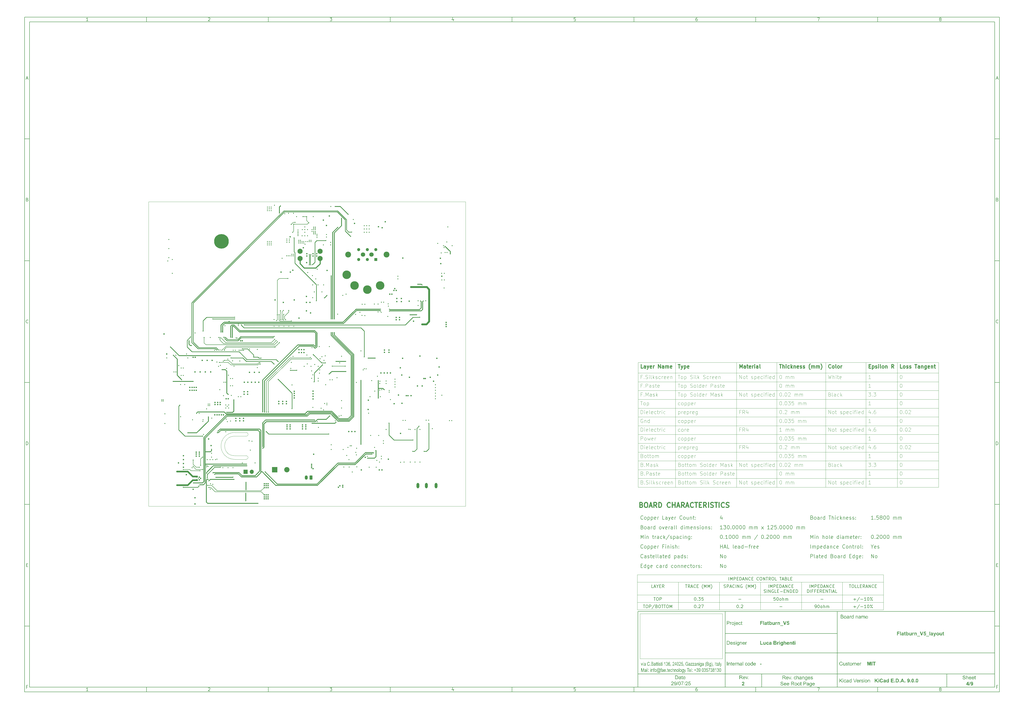
<source format=gbr>
%TF.GenerationSoftware,KiCad,Pcbnew,9.0.0*%
%TF.CreationDate,2025-07-29T08:56:10+02:00*%
%TF.ProjectId,Flatburn_V5,466c6174-6275-4726-9e5f-56352e6b6963,2*%
%TF.SameCoordinates,Original*%
%TF.FileFunction,Copper,L4,Bot*%
%TF.FilePolarity,Positive*%
%FSLAX46Y46*%
G04 Gerber Fmt 4.6, Leading zero omitted, Abs format (unit mm)*
G04 Created by KiCad (PCBNEW 9.0.0) date 2025-07-29 08:56:10*
%MOMM*%
%LPD*%
G01*
G04 APERTURE LIST*
G04 Aperture macros list*
%AMRoundRect*
0 Rectangle with rounded corners*
0 $1 Rounding radius*
0 $2 $3 $4 $5 $6 $7 $8 $9 X,Y pos of 4 corners*
0 Add a 4 corners polygon primitive as box body*
4,1,4,$2,$3,$4,$5,$6,$7,$8,$9,$2,$3,0*
0 Add four circle primitives for the rounded corners*
1,1,$1+$1,$2,$3*
1,1,$1+$1,$4,$5*
1,1,$1+$1,$6,$7*
1,1,$1+$1,$8,$9*
0 Add four rect primitives between the rounded corners*
20,1,$1+$1,$2,$3,$4,$5,0*
20,1,$1+$1,$4,$5,$6,$7,0*
20,1,$1+$1,$6,$7,$8,$9,0*
20,1,$1+$1,$8,$9,$2,$3,0*%
G04 Aperture macros list end*
%ADD10C,0.100000*%
%ADD11C,0.150000*%
%TA.AperFunction,ComponentPad*%
%ADD12C,3.500000*%
%TD*%
%TA.AperFunction,ComponentPad*%
%ADD13C,2.100000*%
%TD*%
%TA.AperFunction,ComponentPad*%
%ADD14R,1.700000X1.700000*%
%TD*%
%TA.AperFunction,ComponentPad*%
%ADD15O,1.700000X1.700000*%
%TD*%
%TA.AperFunction,ComponentPad*%
%ADD16O,1.108000X2.216000*%
%TD*%
%TA.AperFunction,ComponentPad*%
%ADD17R,2.175000X2.175000*%
%TD*%
%TA.AperFunction,ComponentPad*%
%ADD18C,2.175000*%
%TD*%
%TA.AperFunction,ComponentPad*%
%ADD19RoundRect,0.250000X0.350000X0.625000X-0.350000X0.625000X-0.350000X-0.625000X0.350000X-0.625000X0*%
%TD*%
%TA.AperFunction,ComponentPad*%
%ADD20O,1.200000X1.750000*%
%TD*%
%TA.AperFunction,ComponentPad*%
%ADD21C,2.400000*%
%TD*%
%TA.AperFunction,ComponentPad*%
%ADD22C,1.800000*%
%TD*%
%TA.AperFunction,ComponentPad*%
%ADD23R,1.300000X1.300000*%
%TD*%
%TA.AperFunction,ComponentPad*%
%ADD24C,1.300000*%
%TD*%
%TA.AperFunction,ComponentPad*%
%ADD25C,6.000000*%
%TD*%
%TA.AperFunction,ViaPad*%
%ADD26C,0.600000*%
%TD*%
%TA.AperFunction,ViaPad*%
%ADD27C,0.400000*%
%TD*%
%TA.AperFunction,Conductor*%
%ADD28C,0.300000*%
%TD*%
%TA.AperFunction,Conductor*%
%ADD29C,0.200000*%
%TD*%
%TA.AperFunction,Conductor*%
%ADD30C,0.400000*%
%TD*%
%TA.AperFunction,Conductor*%
%ADD31C,0.254000*%
%TD*%
%TA.AperFunction,Conductor*%
%ADD32C,0.203200*%
%TD*%
%TA.AperFunction,Conductor*%
%ADD33C,0.700000*%
%TD*%
%TA.AperFunction,Conductor*%
%ADD34C,0.220000*%
%TD*%
%TA.AperFunction,Conductor*%
%ADD35C,0.800000*%
%TD*%
%TA.AperFunction,Conductor*%
%ADD36C,0.270000*%
%TD*%
%TA.AperFunction,Conductor*%
%ADD37C,0.240000*%
%TD*%
%ADD38C,0.200000*%
%ADD39C,0.400000*%
%ADD40C,0.300000*%
%ADD41C,0.158750*%
%TA.AperFunction,Profile*%
%ADD42C,0.050000*%
%TD*%
G04 APERTURE END LIST*
D10*
X262466667Y-254931334D02*
X262466667Y-273388667D01*
X296333333Y-273388667D01*
X296333333Y-254931334D01*
X262466667Y-254931334D01*
D11*
X10000000Y-10000000D02*
X409989000Y-10000000D01*
X409989000Y-287002200D01*
X10000000Y-287002200D01*
X10000000Y-10000000D01*
D10*
D11*
X12000000Y-12000000D02*
X407989000Y-12000000D01*
X407989000Y-285002200D01*
X12000000Y-285002200D01*
X12000000Y-12000000D01*
D10*
D11*
X60000000Y-12000000D02*
X60000000Y-10000000D01*
D10*
D11*
X110000000Y-12000000D02*
X110000000Y-10000000D01*
D10*
D11*
X160000000Y-12000000D02*
X160000000Y-10000000D01*
D10*
D11*
X210000000Y-12000000D02*
X210000000Y-10000000D01*
D10*
D11*
X260000000Y-12000000D02*
X260000000Y-10000000D01*
D10*
D11*
X310000000Y-12000000D02*
X310000000Y-10000000D01*
D10*
D11*
X360000000Y-12000000D02*
X360000000Y-10000000D01*
D10*
D11*
X36089160Y-11593604D02*
X35346303Y-11593604D01*
X35717731Y-11593604D02*
X35717731Y-10293604D01*
X35717731Y-10293604D02*
X35593922Y-10479319D01*
X35593922Y-10479319D02*
X35470112Y-10603128D01*
X35470112Y-10603128D02*
X35346303Y-10665033D01*
D10*
D11*
X85346303Y-10417414D02*
X85408207Y-10355509D01*
X85408207Y-10355509D02*
X85532017Y-10293604D01*
X85532017Y-10293604D02*
X85841541Y-10293604D01*
X85841541Y-10293604D02*
X85965350Y-10355509D01*
X85965350Y-10355509D02*
X86027255Y-10417414D01*
X86027255Y-10417414D02*
X86089160Y-10541223D01*
X86089160Y-10541223D02*
X86089160Y-10665033D01*
X86089160Y-10665033D02*
X86027255Y-10850747D01*
X86027255Y-10850747D02*
X85284398Y-11593604D01*
X85284398Y-11593604D02*
X86089160Y-11593604D01*
D10*
D11*
X135284398Y-10293604D02*
X136089160Y-10293604D01*
X136089160Y-10293604D02*
X135655826Y-10788842D01*
X135655826Y-10788842D02*
X135841541Y-10788842D01*
X135841541Y-10788842D02*
X135965350Y-10850747D01*
X135965350Y-10850747D02*
X136027255Y-10912652D01*
X136027255Y-10912652D02*
X136089160Y-11036461D01*
X136089160Y-11036461D02*
X136089160Y-11345985D01*
X136089160Y-11345985D02*
X136027255Y-11469795D01*
X136027255Y-11469795D02*
X135965350Y-11531700D01*
X135965350Y-11531700D02*
X135841541Y-11593604D01*
X135841541Y-11593604D02*
X135470112Y-11593604D01*
X135470112Y-11593604D02*
X135346303Y-11531700D01*
X135346303Y-11531700D02*
X135284398Y-11469795D01*
D10*
D11*
X185965350Y-10726938D02*
X185965350Y-11593604D01*
X185655826Y-10231700D02*
X185346303Y-11160271D01*
X185346303Y-11160271D02*
X186151064Y-11160271D01*
D10*
D11*
X236027255Y-10293604D02*
X235408207Y-10293604D01*
X235408207Y-10293604D02*
X235346303Y-10912652D01*
X235346303Y-10912652D02*
X235408207Y-10850747D01*
X235408207Y-10850747D02*
X235532017Y-10788842D01*
X235532017Y-10788842D02*
X235841541Y-10788842D01*
X235841541Y-10788842D02*
X235965350Y-10850747D01*
X235965350Y-10850747D02*
X236027255Y-10912652D01*
X236027255Y-10912652D02*
X236089160Y-11036461D01*
X236089160Y-11036461D02*
X236089160Y-11345985D01*
X236089160Y-11345985D02*
X236027255Y-11469795D01*
X236027255Y-11469795D02*
X235965350Y-11531700D01*
X235965350Y-11531700D02*
X235841541Y-11593604D01*
X235841541Y-11593604D02*
X235532017Y-11593604D01*
X235532017Y-11593604D02*
X235408207Y-11531700D01*
X235408207Y-11531700D02*
X235346303Y-11469795D01*
D10*
D11*
X285965350Y-10293604D02*
X285717731Y-10293604D01*
X285717731Y-10293604D02*
X285593922Y-10355509D01*
X285593922Y-10355509D02*
X285532017Y-10417414D01*
X285532017Y-10417414D02*
X285408207Y-10603128D01*
X285408207Y-10603128D02*
X285346303Y-10850747D01*
X285346303Y-10850747D02*
X285346303Y-11345985D01*
X285346303Y-11345985D02*
X285408207Y-11469795D01*
X285408207Y-11469795D02*
X285470112Y-11531700D01*
X285470112Y-11531700D02*
X285593922Y-11593604D01*
X285593922Y-11593604D02*
X285841541Y-11593604D01*
X285841541Y-11593604D02*
X285965350Y-11531700D01*
X285965350Y-11531700D02*
X286027255Y-11469795D01*
X286027255Y-11469795D02*
X286089160Y-11345985D01*
X286089160Y-11345985D02*
X286089160Y-11036461D01*
X286089160Y-11036461D02*
X286027255Y-10912652D01*
X286027255Y-10912652D02*
X285965350Y-10850747D01*
X285965350Y-10850747D02*
X285841541Y-10788842D01*
X285841541Y-10788842D02*
X285593922Y-10788842D01*
X285593922Y-10788842D02*
X285470112Y-10850747D01*
X285470112Y-10850747D02*
X285408207Y-10912652D01*
X285408207Y-10912652D02*
X285346303Y-11036461D01*
D10*
D11*
X335284398Y-10293604D02*
X336151064Y-10293604D01*
X336151064Y-10293604D02*
X335593922Y-11593604D01*
D10*
D11*
X385593922Y-10850747D02*
X385470112Y-10788842D01*
X385470112Y-10788842D02*
X385408207Y-10726938D01*
X385408207Y-10726938D02*
X385346303Y-10603128D01*
X385346303Y-10603128D02*
X385346303Y-10541223D01*
X385346303Y-10541223D02*
X385408207Y-10417414D01*
X385408207Y-10417414D02*
X385470112Y-10355509D01*
X385470112Y-10355509D02*
X385593922Y-10293604D01*
X385593922Y-10293604D02*
X385841541Y-10293604D01*
X385841541Y-10293604D02*
X385965350Y-10355509D01*
X385965350Y-10355509D02*
X386027255Y-10417414D01*
X386027255Y-10417414D02*
X386089160Y-10541223D01*
X386089160Y-10541223D02*
X386089160Y-10603128D01*
X386089160Y-10603128D02*
X386027255Y-10726938D01*
X386027255Y-10726938D02*
X385965350Y-10788842D01*
X385965350Y-10788842D02*
X385841541Y-10850747D01*
X385841541Y-10850747D02*
X385593922Y-10850747D01*
X385593922Y-10850747D02*
X385470112Y-10912652D01*
X385470112Y-10912652D02*
X385408207Y-10974557D01*
X385408207Y-10974557D02*
X385346303Y-11098366D01*
X385346303Y-11098366D02*
X385346303Y-11345985D01*
X385346303Y-11345985D02*
X385408207Y-11469795D01*
X385408207Y-11469795D02*
X385470112Y-11531700D01*
X385470112Y-11531700D02*
X385593922Y-11593604D01*
X385593922Y-11593604D02*
X385841541Y-11593604D01*
X385841541Y-11593604D02*
X385965350Y-11531700D01*
X385965350Y-11531700D02*
X386027255Y-11469795D01*
X386027255Y-11469795D02*
X386089160Y-11345985D01*
X386089160Y-11345985D02*
X386089160Y-11098366D01*
X386089160Y-11098366D02*
X386027255Y-10974557D01*
X386027255Y-10974557D02*
X385965350Y-10912652D01*
X385965350Y-10912652D02*
X385841541Y-10850747D01*
D10*
D11*
X60000000Y-285002200D02*
X60000000Y-287002200D01*
D10*
D11*
X110000000Y-285002200D02*
X110000000Y-287002200D01*
D10*
D11*
X160000000Y-285002200D02*
X160000000Y-287002200D01*
D10*
D11*
X210000000Y-285002200D02*
X210000000Y-287002200D01*
D10*
D11*
X260000000Y-285002200D02*
X260000000Y-287002200D01*
D10*
D11*
X310000000Y-285002200D02*
X310000000Y-287002200D01*
D10*
D11*
X360000000Y-285002200D02*
X360000000Y-287002200D01*
D10*
D11*
X36089160Y-286595804D02*
X35346303Y-286595804D01*
X35717731Y-286595804D02*
X35717731Y-285295804D01*
X35717731Y-285295804D02*
X35593922Y-285481519D01*
X35593922Y-285481519D02*
X35470112Y-285605328D01*
X35470112Y-285605328D02*
X35346303Y-285667233D01*
D10*
D11*
X85346303Y-285419614D02*
X85408207Y-285357709D01*
X85408207Y-285357709D02*
X85532017Y-285295804D01*
X85532017Y-285295804D02*
X85841541Y-285295804D01*
X85841541Y-285295804D02*
X85965350Y-285357709D01*
X85965350Y-285357709D02*
X86027255Y-285419614D01*
X86027255Y-285419614D02*
X86089160Y-285543423D01*
X86089160Y-285543423D02*
X86089160Y-285667233D01*
X86089160Y-285667233D02*
X86027255Y-285852947D01*
X86027255Y-285852947D02*
X85284398Y-286595804D01*
X85284398Y-286595804D02*
X86089160Y-286595804D01*
D10*
D11*
X135284398Y-285295804D02*
X136089160Y-285295804D01*
X136089160Y-285295804D02*
X135655826Y-285791042D01*
X135655826Y-285791042D02*
X135841541Y-285791042D01*
X135841541Y-285791042D02*
X135965350Y-285852947D01*
X135965350Y-285852947D02*
X136027255Y-285914852D01*
X136027255Y-285914852D02*
X136089160Y-286038661D01*
X136089160Y-286038661D02*
X136089160Y-286348185D01*
X136089160Y-286348185D02*
X136027255Y-286471995D01*
X136027255Y-286471995D02*
X135965350Y-286533900D01*
X135965350Y-286533900D02*
X135841541Y-286595804D01*
X135841541Y-286595804D02*
X135470112Y-286595804D01*
X135470112Y-286595804D02*
X135346303Y-286533900D01*
X135346303Y-286533900D02*
X135284398Y-286471995D01*
D10*
D11*
X185965350Y-285729138D02*
X185965350Y-286595804D01*
X185655826Y-285233900D02*
X185346303Y-286162471D01*
X185346303Y-286162471D02*
X186151064Y-286162471D01*
D10*
D11*
X236027255Y-285295804D02*
X235408207Y-285295804D01*
X235408207Y-285295804D02*
X235346303Y-285914852D01*
X235346303Y-285914852D02*
X235408207Y-285852947D01*
X235408207Y-285852947D02*
X235532017Y-285791042D01*
X235532017Y-285791042D02*
X235841541Y-285791042D01*
X235841541Y-285791042D02*
X235965350Y-285852947D01*
X235965350Y-285852947D02*
X236027255Y-285914852D01*
X236027255Y-285914852D02*
X236089160Y-286038661D01*
X236089160Y-286038661D02*
X236089160Y-286348185D01*
X236089160Y-286348185D02*
X236027255Y-286471995D01*
X236027255Y-286471995D02*
X235965350Y-286533900D01*
X235965350Y-286533900D02*
X235841541Y-286595804D01*
X235841541Y-286595804D02*
X235532017Y-286595804D01*
X235532017Y-286595804D02*
X235408207Y-286533900D01*
X235408207Y-286533900D02*
X235346303Y-286471995D01*
D10*
D11*
X285965350Y-285295804D02*
X285717731Y-285295804D01*
X285717731Y-285295804D02*
X285593922Y-285357709D01*
X285593922Y-285357709D02*
X285532017Y-285419614D01*
X285532017Y-285419614D02*
X285408207Y-285605328D01*
X285408207Y-285605328D02*
X285346303Y-285852947D01*
X285346303Y-285852947D02*
X285346303Y-286348185D01*
X285346303Y-286348185D02*
X285408207Y-286471995D01*
X285408207Y-286471995D02*
X285470112Y-286533900D01*
X285470112Y-286533900D02*
X285593922Y-286595804D01*
X285593922Y-286595804D02*
X285841541Y-286595804D01*
X285841541Y-286595804D02*
X285965350Y-286533900D01*
X285965350Y-286533900D02*
X286027255Y-286471995D01*
X286027255Y-286471995D02*
X286089160Y-286348185D01*
X286089160Y-286348185D02*
X286089160Y-286038661D01*
X286089160Y-286038661D02*
X286027255Y-285914852D01*
X286027255Y-285914852D02*
X285965350Y-285852947D01*
X285965350Y-285852947D02*
X285841541Y-285791042D01*
X285841541Y-285791042D02*
X285593922Y-285791042D01*
X285593922Y-285791042D02*
X285470112Y-285852947D01*
X285470112Y-285852947D02*
X285408207Y-285914852D01*
X285408207Y-285914852D02*
X285346303Y-286038661D01*
D10*
D11*
X335284398Y-285295804D02*
X336151064Y-285295804D01*
X336151064Y-285295804D02*
X335593922Y-286595804D01*
D10*
D11*
X385593922Y-285852947D02*
X385470112Y-285791042D01*
X385470112Y-285791042D02*
X385408207Y-285729138D01*
X385408207Y-285729138D02*
X385346303Y-285605328D01*
X385346303Y-285605328D02*
X385346303Y-285543423D01*
X385346303Y-285543423D02*
X385408207Y-285419614D01*
X385408207Y-285419614D02*
X385470112Y-285357709D01*
X385470112Y-285357709D02*
X385593922Y-285295804D01*
X385593922Y-285295804D02*
X385841541Y-285295804D01*
X385841541Y-285295804D02*
X385965350Y-285357709D01*
X385965350Y-285357709D02*
X386027255Y-285419614D01*
X386027255Y-285419614D02*
X386089160Y-285543423D01*
X386089160Y-285543423D02*
X386089160Y-285605328D01*
X386089160Y-285605328D02*
X386027255Y-285729138D01*
X386027255Y-285729138D02*
X385965350Y-285791042D01*
X385965350Y-285791042D02*
X385841541Y-285852947D01*
X385841541Y-285852947D02*
X385593922Y-285852947D01*
X385593922Y-285852947D02*
X385470112Y-285914852D01*
X385470112Y-285914852D02*
X385408207Y-285976757D01*
X385408207Y-285976757D02*
X385346303Y-286100566D01*
X385346303Y-286100566D02*
X385346303Y-286348185D01*
X385346303Y-286348185D02*
X385408207Y-286471995D01*
X385408207Y-286471995D02*
X385470112Y-286533900D01*
X385470112Y-286533900D02*
X385593922Y-286595804D01*
X385593922Y-286595804D02*
X385841541Y-286595804D01*
X385841541Y-286595804D02*
X385965350Y-286533900D01*
X385965350Y-286533900D02*
X386027255Y-286471995D01*
X386027255Y-286471995D02*
X386089160Y-286348185D01*
X386089160Y-286348185D02*
X386089160Y-286100566D01*
X386089160Y-286100566D02*
X386027255Y-285976757D01*
X386027255Y-285976757D02*
X385965350Y-285914852D01*
X385965350Y-285914852D02*
X385841541Y-285852947D01*
D10*
D11*
X10000000Y-60000000D02*
X12000000Y-60000000D01*
D10*
D11*
X10000000Y-110000000D02*
X12000000Y-110000000D01*
D10*
D11*
X10000000Y-160000000D02*
X12000000Y-160000000D01*
D10*
D11*
X10000000Y-210000000D02*
X12000000Y-210000000D01*
D10*
D11*
X10000000Y-260000000D02*
X12000000Y-260000000D01*
D10*
D11*
X10690476Y-35222176D02*
X11309523Y-35222176D01*
X10566666Y-35593604D02*
X10999999Y-34293604D01*
X10999999Y-34293604D02*
X11433333Y-35593604D01*
D10*
D11*
X11092857Y-84912652D02*
X11278571Y-84974557D01*
X11278571Y-84974557D02*
X11340476Y-85036461D01*
X11340476Y-85036461D02*
X11402380Y-85160271D01*
X11402380Y-85160271D02*
X11402380Y-85345985D01*
X11402380Y-85345985D02*
X11340476Y-85469795D01*
X11340476Y-85469795D02*
X11278571Y-85531700D01*
X11278571Y-85531700D02*
X11154761Y-85593604D01*
X11154761Y-85593604D02*
X10659523Y-85593604D01*
X10659523Y-85593604D02*
X10659523Y-84293604D01*
X10659523Y-84293604D02*
X11092857Y-84293604D01*
X11092857Y-84293604D02*
X11216666Y-84355509D01*
X11216666Y-84355509D02*
X11278571Y-84417414D01*
X11278571Y-84417414D02*
X11340476Y-84541223D01*
X11340476Y-84541223D02*
X11340476Y-84665033D01*
X11340476Y-84665033D02*
X11278571Y-84788842D01*
X11278571Y-84788842D02*
X11216666Y-84850747D01*
X11216666Y-84850747D02*
X11092857Y-84912652D01*
X11092857Y-84912652D02*
X10659523Y-84912652D01*
D10*
D11*
X11402380Y-135469795D02*
X11340476Y-135531700D01*
X11340476Y-135531700D02*
X11154761Y-135593604D01*
X11154761Y-135593604D02*
X11030952Y-135593604D01*
X11030952Y-135593604D02*
X10845238Y-135531700D01*
X10845238Y-135531700D02*
X10721428Y-135407890D01*
X10721428Y-135407890D02*
X10659523Y-135284080D01*
X10659523Y-135284080D02*
X10597619Y-135036461D01*
X10597619Y-135036461D02*
X10597619Y-134850747D01*
X10597619Y-134850747D02*
X10659523Y-134603128D01*
X10659523Y-134603128D02*
X10721428Y-134479319D01*
X10721428Y-134479319D02*
X10845238Y-134355509D01*
X10845238Y-134355509D02*
X11030952Y-134293604D01*
X11030952Y-134293604D02*
X11154761Y-134293604D01*
X11154761Y-134293604D02*
X11340476Y-134355509D01*
X11340476Y-134355509D02*
X11402380Y-134417414D01*
D10*
D11*
X10659523Y-185593604D02*
X10659523Y-184293604D01*
X10659523Y-184293604D02*
X10969047Y-184293604D01*
X10969047Y-184293604D02*
X11154761Y-184355509D01*
X11154761Y-184355509D02*
X11278571Y-184479319D01*
X11278571Y-184479319D02*
X11340476Y-184603128D01*
X11340476Y-184603128D02*
X11402380Y-184850747D01*
X11402380Y-184850747D02*
X11402380Y-185036461D01*
X11402380Y-185036461D02*
X11340476Y-185284080D01*
X11340476Y-185284080D02*
X11278571Y-185407890D01*
X11278571Y-185407890D02*
X11154761Y-185531700D01*
X11154761Y-185531700D02*
X10969047Y-185593604D01*
X10969047Y-185593604D02*
X10659523Y-185593604D01*
D10*
D11*
X10721428Y-234912652D02*
X11154762Y-234912652D01*
X11340476Y-235593604D02*
X10721428Y-235593604D01*
X10721428Y-235593604D02*
X10721428Y-234293604D01*
X10721428Y-234293604D02*
X11340476Y-234293604D01*
D10*
D11*
X11185714Y-284912652D02*
X10752380Y-284912652D01*
X10752380Y-285593604D02*
X10752380Y-284293604D01*
X10752380Y-284293604D02*
X11371428Y-284293604D01*
D10*
D11*
X409989000Y-60000000D02*
X407989000Y-60000000D01*
D10*
D11*
X409989000Y-110000000D02*
X407989000Y-110000000D01*
D10*
D11*
X409989000Y-160000000D02*
X407989000Y-160000000D01*
D10*
D11*
X409989000Y-210000000D02*
X407989000Y-210000000D01*
D10*
D11*
X409989000Y-260000000D02*
X407989000Y-260000000D01*
D10*
D11*
X408679476Y-35222176D02*
X409298523Y-35222176D01*
X408555666Y-35593604D02*
X408988999Y-34293604D01*
X408988999Y-34293604D02*
X409422333Y-35593604D01*
D10*
D11*
X409081857Y-84912652D02*
X409267571Y-84974557D01*
X409267571Y-84974557D02*
X409329476Y-85036461D01*
X409329476Y-85036461D02*
X409391380Y-85160271D01*
X409391380Y-85160271D02*
X409391380Y-85345985D01*
X409391380Y-85345985D02*
X409329476Y-85469795D01*
X409329476Y-85469795D02*
X409267571Y-85531700D01*
X409267571Y-85531700D02*
X409143761Y-85593604D01*
X409143761Y-85593604D02*
X408648523Y-85593604D01*
X408648523Y-85593604D02*
X408648523Y-84293604D01*
X408648523Y-84293604D02*
X409081857Y-84293604D01*
X409081857Y-84293604D02*
X409205666Y-84355509D01*
X409205666Y-84355509D02*
X409267571Y-84417414D01*
X409267571Y-84417414D02*
X409329476Y-84541223D01*
X409329476Y-84541223D02*
X409329476Y-84665033D01*
X409329476Y-84665033D02*
X409267571Y-84788842D01*
X409267571Y-84788842D02*
X409205666Y-84850747D01*
X409205666Y-84850747D02*
X409081857Y-84912652D01*
X409081857Y-84912652D02*
X408648523Y-84912652D01*
D10*
D11*
X409391380Y-135469795D02*
X409329476Y-135531700D01*
X409329476Y-135531700D02*
X409143761Y-135593604D01*
X409143761Y-135593604D02*
X409019952Y-135593604D01*
X409019952Y-135593604D02*
X408834238Y-135531700D01*
X408834238Y-135531700D02*
X408710428Y-135407890D01*
X408710428Y-135407890D02*
X408648523Y-135284080D01*
X408648523Y-135284080D02*
X408586619Y-135036461D01*
X408586619Y-135036461D02*
X408586619Y-134850747D01*
X408586619Y-134850747D02*
X408648523Y-134603128D01*
X408648523Y-134603128D02*
X408710428Y-134479319D01*
X408710428Y-134479319D02*
X408834238Y-134355509D01*
X408834238Y-134355509D02*
X409019952Y-134293604D01*
X409019952Y-134293604D02*
X409143761Y-134293604D01*
X409143761Y-134293604D02*
X409329476Y-134355509D01*
X409329476Y-134355509D02*
X409391380Y-134417414D01*
D10*
D11*
X408648523Y-185593604D02*
X408648523Y-184293604D01*
X408648523Y-184293604D02*
X408958047Y-184293604D01*
X408958047Y-184293604D02*
X409143761Y-184355509D01*
X409143761Y-184355509D02*
X409267571Y-184479319D01*
X409267571Y-184479319D02*
X409329476Y-184603128D01*
X409329476Y-184603128D02*
X409391380Y-184850747D01*
X409391380Y-184850747D02*
X409391380Y-185036461D01*
X409391380Y-185036461D02*
X409329476Y-185284080D01*
X409329476Y-185284080D02*
X409267571Y-185407890D01*
X409267571Y-185407890D02*
X409143761Y-185531700D01*
X409143761Y-185531700D02*
X408958047Y-185593604D01*
X408958047Y-185593604D02*
X408648523Y-185593604D01*
D10*
D11*
X408710428Y-234912652D02*
X409143762Y-234912652D01*
X409329476Y-235593604D02*
X408710428Y-235593604D01*
X408710428Y-235593604D02*
X408710428Y-234293604D01*
X408710428Y-234293604D02*
X409329476Y-234293604D01*
D10*
D11*
X409174714Y-284912652D02*
X408741380Y-284912652D01*
X408741380Y-285593604D02*
X408741380Y-284293604D01*
X408741380Y-284293604D02*
X409360428Y-284293604D01*
D10*
G36*
X277637791Y-280250297D02*
G01*
X277740379Y-280265625D01*
X277823681Y-280291405D01*
X277896691Y-280327390D01*
X277960747Y-280373519D01*
X278032657Y-280446093D01*
X278091766Y-280531333D01*
X278138434Y-280630890D01*
X278170418Y-280736932D01*
X278190435Y-280855700D01*
X278197419Y-280989011D01*
X278192631Y-281103074D01*
X278178986Y-281204002D01*
X278157393Y-281293277D01*
X278110091Y-281418024D01*
X278054903Y-281512637D01*
X277987944Y-281591748D01*
X277918158Y-281649291D01*
X277838332Y-281692184D01*
X277738822Y-281724854D01*
X277629686Y-281743693D01*
X277497571Y-281750500D01*
X276955536Y-281750500D01*
X276955536Y-281576110D01*
X277154288Y-281576110D01*
X277475040Y-281576110D01*
X277615416Y-281568174D01*
X277708139Y-281548266D01*
X277785980Y-281513542D01*
X277842870Y-281469681D01*
X277885027Y-281418830D01*
X277921844Y-281355593D01*
X277952962Y-281277890D01*
X277973971Y-281196655D01*
X277987566Y-281100126D01*
X277992438Y-280985897D01*
X277986614Y-280863741D01*
X277970628Y-280764507D01*
X277946339Y-280684515D01*
X277915044Y-280620540D01*
X277857269Y-280541954D01*
X277794840Y-280486105D01*
X277727099Y-280449448D01*
X277672187Y-280433979D01*
X277589396Y-280422785D01*
X277469911Y-280418399D01*
X277154288Y-280418399D01*
X277154288Y-281576110D01*
X276955536Y-281576110D01*
X276955536Y-280244010D01*
X277472933Y-280244010D01*
X277637791Y-280250297D01*
G37*
G36*
X279039602Y-280645873D02*
G01*
X279133754Y-280669633D01*
X279212369Y-280708653D01*
X279261799Y-280752157D01*
X279296001Y-280806960D01*
X279319226Y-280877728D01*
X279325603Y-280934363D01*
X279328477Y-281047996D01*
X279328477Y-281294101D01*
X279332393Y-281528505D01*
X279340201Y-281619799D01*
X279357666Y-281686274D01*
X279386820Y-281750500D01*
X279194204Y-281750500D01*
X279171085Y-281689302D01*
X279157293Y-281615036D01*
X279053176Y-281691582D01*
X278960098Y-281738043D01*
X278862699Y-281764819D01*
X278756674Y-281773947D01*
X278666557Y-281767658D01*
X278592337Y-281750156D01*
X278531222Y-281722863D01*
X278480985Y-281686294D01*
X278438800Y-281639326D01*
X278409080Y-281587138D01*
X278390981Y-281528644D01*
X278384723Y-281462262D01*
X278385282Y-281457591D01*
X278581460Y-281457591D01*
X278587727Y-281504436D01*
X278606056Y-281545013D01*
X278637239Y-281580964D01*
X278677370Y-281607072D01*
X278730577Y-281624059D01*
X278800729Y-281630332D01*
X278870559Y-281624911D01*
X278933355Y-281609193D01*
X278990323Y-281583529D01*
X279041326Y-281548006D01*
X279081596Y-281505544D01*
X279112230Y-281455485D01*
X279133324Y-281384726D01*
X279141906Y-281270288D01*
X279141906Y-281202419D01*
X279028344Y-281237773D01*
X278840663Y-281272577D01*
X278735643Y-281291984D01*
X278679829Y-281309672D01*
X278637646Y-281335278D01*
X278607014Y-281369755D01*
X278587887Y-281411365D01*
X278581460Y-281457591D01*
X278385282Y-281457591D01*
X278393943Y-281385241D01*
X278421084Y-281316175D01*
X278463423Y-281256212D01*
X278516339Y-281210112D01*
X278578438Y-281175226D01*
X278649054Y-281149571D01*
X278813002Y-281121910D01*
X279021181Y-281090099D01*
X279141906Y-281058804D01*
X279143005Y-281010902D01*
X279136063Y-280937947D01*
X279117894Y-280887250D01*
X279090706Y-280852815D01*
X279039890Y-280820055D01*
X278971637Y-280798595D01*
X278880688Y-280790625D01*
X278794649Y-280796792D01*
X278732509Y-280812994D01*
X278688530Y-280836787D01*
X278653344Y-280872040D01*
X278622503Y-280924767D01*
X278596847Y-281000185D01*
X278416505Y-280975639D01*
X278437536Y-280899296D01*
X278464707Y-280836970D01*
X278497380Y-280786504D01*
X278538940Y-280743553D01*
X278592534Y-280706562D01*
X278660320Y-280675678D01*
X278772041Y-280647018D01*
X278907341Y-280636752D01*
X279039602Y-280645873D01*
G37*
G36*
X280016417Y-281581972D02*
G01*
X280043070Y-281750500D01*
X279903669Y-281762223D01*
X279809916Y-281753320D01*
X279747964Y-281730533D01*
X279700233Y-281693127D01*
X279670112Y-281647093D01*
X279654857Y-281581147D01*
X279647580Y-281429473D01*
X279647580Y-280803814D01*
X279512300Y-280803814D01*
X279512300Y-280660199D01*
X279647580Y-280660199D01*
X279647580Y-280390097D01*
X279830945Y-280279181D01*
X279830945Y-280660199D01*
X280016417Y-280660199D01*
X280016417Y-280803814D01*
X279830945Y-280803814D01*
X279830945Y-281442479D01*
X279834136Y-281514714D01*
X279840654Y-281544328D01*
X279853415Y-281564542D01*
X279872436Y-281580323D01*
X279897320Y-281589932D01*
X279935451Y-281593696D01*
X280016417Y-281581972D01*
G37*
G36*
X280750305Y-280646502D02*
G01*
X280843680Y-280674598D01*
X280926411Y-280720508D01*
X281000289Y-280785313D01*
X281058430Y-280863004D01*
X281101478Y-280956301D01*
X281128887Y-281068327D01*
X281138683Y-281203060D01*
X281137584Y-281252244D01*
X280326087Y-281252244D01*
X280337326Y-281341498D01*
X280358623Y-281415115D01*
X280388804Y-281475712D01*
X280427478Y-281525369D01*
X280493293Y-281577977D01*
X280568153Y-281609293D01*
X280654990Y-281620074D01*
X280720906Y-281613907D01*
X280778065Y-281596196D01*
X280828189Y-281567317D01*
X280870532Y-281527665D01*
X280908561Y-281472641D01*
X280941945Y-281398790D01*
X281132546Y-281422329D01*
X281092730Y-281527806D01*
X281037136Y-281613225D01*
X280965484Y-281681715D01*
X280902686Y-281720868D01*
X280830933Y-281749601D01*
X280748667Y-281767618D01*
X280653983Y-281773947D01*
X280536283Y-281763970D01*
X280435923Y-281735617D01*
X280349716Y-281690085D01*
X280275345Y-281626943D01*
X280216425Y-281549823D01*
X280172947Y-281457552D01*
X280145337Y-281347107D01*
X280135486Y-281214600D01*
X280143951Y-281098371D01*
X280336345Y-281098371D01*
X280943960Y-281098371D01*
X280929301Y-281009911D01*
X280905498Y-280943937D01*
X280874259Y-280895588D01*
X280826564Y-280849378D01*
X280773439Y-280817034D01*
X280713747Y-280797408D01*
X280645740Y-280790625D01*
X280564445Y-280800210D01*
X280494112Y-280828005D01*
X280432149Y-280874431D01*
X280383905Y-280935063D01*
X280351845Y-281008623D01*
X280336345Y-281098371D01*
X280143951Y-281098371D01*
X280145490Y-281077235D01*
X280173487Y-280962970D01*
X280217473Y-280867759D01*
X280276902Y-280788427D01*
X280352411Y-280722384D01*
X280437328Y-280675498D01*
X280533536Y-280646747D01*
X280643725Y-280636752D01*
X280750305Y-280646502D01*
G37*
G36*
X276274648Y-284096110D02*
G01*
X276274648Y-284270500D01*
X275281801Y-284270500D01*
X275286144Y-284205196D01*
X275303325Y-284142638D01*
X275351287Y-284044391D01*
X275424683Y-283943245D01*
X275519737Y-283844052D01*
X275666025Y-283716190D01*
X275828106Y-283575975D01*
X275933701Y-283471958D01*
X275996944Y-283396538D01*
X276047070Y-283314716D01*
X276074463Y-283241113D01*
X276083039Y-283173513D01*
X276074191Y-283103431D01*
X276048341Y-283042275D01*
X276004637Y-282987767D01*
X275948351Y-282946345D01*
X275881255Y-282920960D01*
X275800298Y-282912021D01*
X275714793Y-282921578D01*
X275644878Y-282948591D01*
X275587074Y-282992529D01*
X275543812Y-283050753D01*
X275516476Y-283123645D01*
X275506199Y-283215370D01*
X275316605Y-283195770D01*
X275334381Y-283090115D01*
X275365283Y-283002528D01*
X275408204Y-282929968D01*
X275463151Y-282870164D01*
X275529372Y-282822718D01*
X275606801Y-282787879D01*
X275697557Y-282765920D01*
X275804328Y-282758148D01*
X275911736Y-282766469D01*
X276002790Y-282789991D01*
X276080350Y-282827420D01*
X276146604Y-282878682D01*
X276202029Y-282942920D01*
X276240948Y-283013130D01*
X276264527Y-283090620D01*
X276272633Y-283177269D01*
X276263512Y-283266578D01*
X276235722Y-283355413D01*
X276189099Y-283441577D01*
X276113264Y-283539786D01*
X276011462Y-283643233D01*
X275828966Y-283805400D01*
X275678550Y-283935710D01*
X275615742Y-283995635D01*
X275572026Y-284046666D01*
X275537981Y-284096110D01*
X276274648Y-284096110D01*
G37*
G36*
X277039536Y-282767016D02*
G01*
X277128319Y-282793237D01*
X277212174Y-282837191D01*
X277285795Y-282896450D01*
X277347097Y-282970787D01*
X277396638Y-283062322D01*
X277428881Y-283162251D01*
X277451185Y-283300020D01*
X277459653Y-283485564D01*
X277451506Y-283678311D01*
X277429578Y-283828826D01*
X277397096Y-283944618D01*
X277346842Y-284052598D01*
X277284873Y-284138196D01*
X277211167Y-284204737D01*
X277125118Y-284253867D01*
X277029440Y-284283674D01*
X276921647Y-284293947D01*
X276834343Y-284287274D01*
X276758455Y-284268213D01*
X276692064Y-284237575D01*
X276633685Y-284195303D01*
X276584695Y-284142603D01*
X276545969Y-284079936D01*
X276517352Y-284005712D01*
X276499504Y-283917782D01*
X276676733Y-283901204D01*
X276698200Y-283982377D01*
X276727288Y-284041527D01*
X276762828Y-284083471D01*
X276808103Y-284114373D01*
X276861669Y-284133383D01*
X276925769Y-284140074D01*
X277006766Y-284130009D01*
X277074879Y-284101056D01*
X277132964Y-284055586D01*
X277179842Y-283996734D01*
X277215728Y-283924579D01*
X277248536Y-283820421D01*
X277269272Y-283708389D01*
X277276196Y-283594191D01*
X277275189Y-283557188D01*
X277234158Y-283611783D01*
X277184090Y-283659245D01*
X277124063Y-283699979D01*
X277058402Y-283730364D01*
X276989563Y-283748528D01*
X276916518Y-283754659D01*
X276826005Y-283746058D01*
X276744404Y-283720943D01*
X276669807Y-283679302D01*
X276600895Y-283619745D01*
X276545556Y-283548725D01*
X276505520Y-283467220D01*
X276480593Y-283373229D01*
X276472386Y-283270875D01*
X276661437Y-283270875D01*
X276671626Y-283362497D01*
X276700607Y-283438661D01*
X276747991Y-283502783D01*
X276810342Y-283552428D01*
X276880683Y-283581884D01*
X276961672Y-283591993D01*
X277043133Y-283581771D01*
X277112305Y-283552235D01*
X277172149Y-283502783D01*
X277216507Y-283438658D01*
X277244547Y-283357823D01*
X277254672Y-283255579D01*
X277244417Y-283153432D01*
X277215792Y-283071276D01*
X277170134Y-283004803D01*
X277108942Y-282952598D01*
X277041973Y-282922267D01*
X276966802Y-282912021D01*
X276889081Y-282922902D01*
X276818483Y-282955416D01*
X276752570Y-283011947D01*
X276702861Y-283083329D01*
X276672239Y-283168393D01*
X276661437Y-283270875D01*
X276472386Y-283270875D01*
X276471843Y-283264097D01*
X276480969Y-283151468D01*
X276506970Y-283054502D01*
X276548756Y-282970432D01*
X276606574Y-282897183D01*
X276678280Y-282836299D01*
X276757319Y-282793329D01*
X276845226Y-282767173D01*
X276944179Y-282758148D01*
X277039536Y-282767016D01*
G37*
G36*
X277551244Y-284293947D02*
G01*
X277986760Y-282740562D01*
X278134313Y-282740562D01*
X277699805Y-284293947D01*
X277551244Y-284293947D01*
G37*
G36*
X278790815Y-282763873D02*
G01*
X278861004Y-282780324D01*
X278923462Y-282806874D01*
X278980374Y-282843861D01*
X279030429Y-282890420D01*
X279074129Y-282947467D01*
X279125845Y-283046136D01*
X279167369Y-283171132D01*
X279191581Y-283314432D01*
X279201166Y-283526597D01*
X279194156Y-283703555D01*
X279175167Y-283843944D01*
X279146852Y-283953869D01*
X279102866Y-284057466D01*
X279048650Y-284140185D01*
X278984461Y-284205195D01*
X278908089Y-284253563D01*
X278818234Y-284283434D01*
X278711428Y-284293947D01*
X278605730Y-284283606D01*
X278515533Y-284254054D01*
X278437693Y-284205969D01*
X278370160Y-284137967D01*
X278322066Y-284063842D01*
X278281645Y-283969935D01*
X278250059Y-283852275D01*
X278229203Y-283706229D01*
X278221599Y-283526597D01*
X278221621Y-283526047D01*
X278411193Y-283526047D01*
X278418793Y-283723314D01*
X278438344Y-283862378D01*
X278465670Y-283956707D01*
X278497746Y-284017800D01*
X278545867Y-284073460D01*
X278596812Y-284110843D01*
X278651457Y-284132705D01*
X278711428Y-284140074D01*
X278771319Y-284132683D01*
X278825921Y-284110742D01*
X278876864Y-284073199D01*
X278925019Y-284017250D01*
X278957170Y-283955897D01*
X278984523Y-283861476D01*
X279004071Y-283722625D01*
X279011664Y-283526047D01*
X279004041Y-283328159D01*
X278984449Y-283188913D01*
X278957094Y-283094682D01*
X278925019Y-283033837D01*
X278876944Y-282978554D01*
X278825695Y-282941290D01*
X278770374Y-282919416D01*
X278709322Y-282912021D01*
X278648556Y-282918841D01*
X278595556Y-282938631D01*
X278548526Y-282971586D01*
X278506447Y-283019457D01*
X278470364Y-283087978D01*
X278440337Y-283188399D01*
X278419268Y-283330594D01*
X278411193Y-283526047D01*
X278221621Y-283526047D01*
X278228686Y-283348138D01*
X278247852Y-283207124D01*
X278276371Y-283097218D01*
X278320701Y-282993630D01*
X278375102Y-282911108D01*
X278439311Y-282846442D01*
X278515691Y-282798293D01*
X278605267Y-282768589D01*
X278711428Y-282758148D01*
X278790815Y-282763873D01*
G37*
G36*
X279400376Y-282955984D02*
G01*
X279400376Y-282781595D01*
X280372799Y-282781595D01*
X280372799Y-282925027D01*
X280282851Y-283031465D01*
X280188141Y-283165901D01*
X280088408Y-283332699D01*
X280001070Y-283504974D01*
X279928656Y-283679131D01*
X279870696Y-283855592D01*
X279838880Y-283982923D01*
X279815130Y-284120916D01*
X279799988Y-284270500D01*
X279610486Y-284270500D01*
X279618520Y-284152233D01*
X279640747Y-284009741D01*
X279680095Y-283839197D01*
X279730848Y-283673022D01*
X279794472Y-283510651D01*
X279871246Y-283351658D01*
X279959340Y-283197968D01*
X280047671Y-283066844D01*
X280136127Y-282955984D01*
X279400376Y-282955984D01*
G37*
G36*
X280467504Y-284293947D02*
G01*
X280903019Y-282740562D01*
X281050573Y-282740562D01*
X280616064Y-284293947D01*
X280467504Y-284293947D01*
G37*
G36*
X282107167Y-284096110D02*
G01*
X282107167Y-284270500D01*
X281114320Y-284270500D01*
X281118663Y-284205196D01*
X281135844Y-284142638D01*
X281183807Y-284044391D01*
X281257202Y-283943245D01*
X281352256Y-283844052D01*
X281498544Y-283716190D01*
X281660626Y-283575975D01*
X281766220Y-283471958D01*
X281829463Y-283396538D01*
X281879589Y-283314716D01*
X281906982Y-283241113D01*
X281915559Y-283173513D01*
X281906711Y-283103431D01*
X281880860Y-283042275D01*
X281837157Y-282987767D01*
X281780870Y-282946345D01*
X281713775Y-282920960D01*
X281632817Y-282912021D01*
X281547313Y-282921578D01*
X281477397Y-282948591D01*
X281419593Y-282992529D01*
X281376332Y-283050753D01*
X281348995Y-283123645D01*
X281338718Y-283215370D01*
X281149124Y-283195770D01*
X281166900Y-283090115D01*
X281197802Y-283002528D01*
X281240723Y-282929968D01*
X281295670Y-282870164D01*
X281361892Y-282822718D01*
X281439320Y-282787879D01*
X281530076Y-282765920D01*
X281636847Y-282758148D01*
X281744255Y-282766469D01*
X281835309Y-282789991D01*
X281912869Y-282827420D01*
X281979123Y-282878682D01*
X282034548Y-282942920D01*
X282073468Y-283013130D01*
X282097046Y-283090620D01*
X282105152Y-283177269D01*
X282096031Y-283266578D01*
X282068241Y-283355413D01*
X282021618Y-283441577D01*
X281945784Y-283539786D01*
X281843982Y-283643233D01*
X281661485Y-283805400D01*
X281511069Y-283935710D01*
X281448261Y-283995635D01*
X281404545Y-284046666D01*
X281370500Y-284096110D01*
X282107167Y-284096110D01*
G37*
G36*
X282304363Y-283871895D02*
G01*
X282497986Y-283855500D01*
X282520205Y-283946651D01*
X282553869Y-284016281D01*
X282597912Y-284068724D01*
X282653630Y-284108292D01*
X282715957Y-284131950D01*
X282786956Y-284140074D01*
X282851398Y-284133699D01*
X282909584Y-284115045D01*
X282962923Y-284083988D01*
X283012362Y-284039324D01*
X283051690Y-283986560D01*
X283080339Y-283925545D01*
X283098276Y-283854719D01*
X283104594Y-283772061D01*
X283098467Y-283693462D01*
X283081159Y-283626970D01*
X283053632Y-283570455D01*
X283015934Y-283522292D01*
X282951824Y-283472051D01*
X282875672Y-283441507D01*
X282783933Y-283430793D01*
X282698346Y-283441290D01*
X282623008Y-283472009D01*
X282558529Y-283519704D01*
X282510351Y-283578804D01*
X282337152Y-283556272D01*
X282482690Y-282781595D01*
X283229616Y-282781595D01*
X283229616Y-282955984D01*
X282630244Y-282955984D01*
X282549277Y-283364664D01*
X282643018Y-283310080D01*
X282737017Y-283278529D01*
X282833118Y-283268127D01*
X282928923Y-283276923D01*
X283014951Y-283302536D01*
X283093189Y-283344816D01*
X283165044Y-283404964D01*
X283223627Y-283477346D01*
X283265524Y-283558830D01*
X283291337Y-283651192D01*
X283300324Y-283756857D01*
X283292586Y-283857728D01*
X283270064Y-283949326D01*
X283233164Y-284033253D01*
X283181439Y-284110765D01*
X283119299Y-284176834D01*
X283050011Y-284227399D01*
X282972620Y-284263739D01*
X282885600Y-284286155D01*
X282786956Y-284293947D01*
X282685496Y-284286133D01*
X282597325Y-284263811D01*
X282520195Y-284227916D01*
X282452374Y-284178359D01*
X282395045Y-284116547D01*
X282351517Y-284045896D01*
X282321162Y-283965007D01*
X282304363Y-283871895D01*
G37*
G36*
X355747560Y-276118500D02*
G01*
X355747560Y-274612010D01*
X356201486Y-274612010D01*
X356474061Y-275639661D01*
X356743521Y-274612010D01*
X357198546Y-274612010D01*
X357198546Y-276118500D01*
X356916720Y-276118500D01*
X356916720Y-274932670D01*
X356618591Y-276118500D01*
X356326507Y-276118500D01*
X356029386Y-274932670D01*
X356029386Y-276118500D01*
X355747560Y-276118500D01*
G37*
G36*
X357490721Y-276118500D02*
G01*
X357490721Y-274612010D01*
X357794071Y-274612010D01*
X357794071Y-276118500D01*
X357490721Y-276118500D01*
G37*
G36*
X358421378Y-276118500D02*
G01*
X358421378Y-274864068D01*
X357975605Y-274864068D01*
X357975605Y-274612010D01*
X359169403Y-274612010D01*
X359169403Y-274864068D01*
X358724636Y-274864068D01*
X358724636Y-276118500D01*
X358421378Y-276118500D01*
G37*
G36*
X304103335Y-280239670D02*
G01*
X304202655Y-280253987D01*
X304273887Y-280274510D01*
X304338456Y-280307947D01*
X304393779Y-280354869D01*
X304440857Y-280416842D01*
X304475545Y-280487012D01*
X304496354Y-280561681D01*
X304503414Y-280642156D01*
X304496688Y-280720027D01*
X304477167Y-280789733D01*
X304445130Y-280852822D01*
X304399916Y-280910426D01*
X304345400Y-280957063D01*
X304276000Y-280996199D01*
X304188817Y-281027313D01*
X304080263Y-281049095D01*
X304153251Y-281089496D01*
X304200064Y-281124750D01*
X304282820Y-281213231D01*
X304365112Y-281326983D01*
X304626329Y-281740700D01*
X304376377Y-281740700D01*
X304177533Y-281424161D01*
X304034101Y-281214600D01*
X303977070Y-281149178D01*
X303933168Y-281112843D01*
X303887559Y-281087921D01*
X303842493Y-281072359D01*
X303731851Y-281065124D01*
X303501316Y-281065124D01*
X303501316Y-281740700D01*
X303302472Y-281740700D01*
X303302472Y-280896596D01*
X303501316Y-280896596D01*
X303928589Y-280896596D01*
X304057166Y-280888634D01*
X304141721Y-280868661D01*
X304189791Y-280845666D01*
X304228271Y-280815873D01*
X304258500Y-280778993D01*
X304288490Y-280714562D01*
X304298433Y-280645087D01*
X304289639Y-280577984D01*
X304264114Y-280520768D01*
X304221039Y-280470973D01*
X304165222Y-280435551D01*
X304086329Y-280411758D01*
X303976765Y-280402737D01*
X303501316Y-280402737D01*
X303501316Y-280896596D01*
X303302472Y-280896596D01*
X303302472Y-280234210D01*
X303968522Y-280234210D01*
X304103335Y-280239670D01*
G37*
G36*
X305344464Y-280636702D02*
G01*
X305437838Y-280664798D01*
X305520569Y-280710708D01*
X305594447Y-280775513D01*
X305652589Y-280853204D01*
X305695636Y-280946501D01*
X305723045Y-281058527D01*
X305732841Y-281193260D01*
X305731742Y-281242444D01*
X304920245Y-281242444D01*
X304931485Y-281331698D01*
X304952781Y-281405315D01*
X304982962Y-281465912D01*
X305021636Y-281515569D01*
X305087451Y-281568177D01*
X305162311Y-281599493D01*
X305249149Y-281610274D01*
X305315064Y-281604107D01*
X305372223Y-281586396D01*
X305422347Y-281557517D01*
X305464690Y-281517865D01*
X305502719Y-281462841D01*
X305536103Y-281388990D01*
X305726704Y-281412529D01*
X305686888Y-281518006D01*
X305631294Y-281603425D01*
X305559642Y-281671915D01*
X305496844Y-281711068D01*
X305425091Y-281739801D01*
X305342825Y-281757818D01*
X305248141Y-281764147D01*
X305130442Y-281754170D01*
X305030081Y-281725817D01*
X304943874Y-281680285D01*
X304869504Y-281617143D01*
X304810583Y-281540023D01*
X304767105Y-281447752D01*
X304739495Y-281337307D01*
X304729644Y-281204800D01*
X304738109Y-281088571D01*
X304930503Y-281088571D01*
X305538118Y-281088571D01*
X305523459Y-281000111D01*
X305499656Y-280934137D01*
X305468418Y-280885788D01*
X305420722Y-280839578D01*
X305367597Y-280807234D01*
X305307905Y-280787608D01*
X305239898Y-280780825D01*
X305158603Y-280790410D01*
X305088270Y-280818205D01*
X305026307Y-280864631D01*
X304978064Y-280925263D01*
X304946004Y-280998823D01*
X304930503Y-281088571D01*
X304738109Y-281088571D01*
X304739648Y-281067435D01*
X304767645Y-280953170D01*
X304811631Y-280857959D01*
X304871061Y-280778627D01*
X304946570Y-280712584D01*
X305031486Y-280665698D01*
X305127695Y-280636947D01*
X305237883Y-280626952D01*
X305344464Y-280636702D01*
G37*
G36*
X306259948Y-281740700D02*
G01*
X305845956Y-280650399D01*
X306040679Y-280650399D01*
X306274236Y-281303627D01*
X306343937Y-281523445D01*
X306412630Y-281315992D01*
X306654430Y-280650399D01*
X306844024Y-280650399D01*
X306432047Y-281740700D01*
X306259948Y-281740700D01*
G37*
G36*
X306903833Y-281740700D02*
G01*
X306903833Y-281529674D01*
X307113851Y-281529674D01*
X307113851Y-281740700D01*
X306903833Y-281740700D01*
G37*
G36*
X345508897Y-255358079D02*
G01*
X345599514Y-255374002D01*
X345670396Y-255397914D01*
X345735108Y-255434051D01*
X345789035Y-255480607D01*
X345833337Y-255538414D01*
X345866449Y-255603575D01*
X345885810Y-255669355D01*
X345892230Y-255736801D01*
X345886455Y-255799652D01*
X345869186Y-255859876D01*
X345839931Y-255918426D01*
X345800354Y-255970282D01*
X345748414Y-256016011D01*
X345682211Y-256055812D01*
X345768388Y-256090053D01*
X345837346Y-256135682D01*
X345891772Y-256192741D01*
X345932153Y-256260397D01*
X345956612Y-256335874D01*
X345965045Y-256421261D01*
X345953775Y-256524045D01*
X345920440Y-256618365D01*
X345869122Y-256700872D01*
X345810256Y-256758865D01*
X345738614Y-256801172D01*
X345645758Y-256833512D01*
X345541231Y-256851821D01*
X345403500Y-256858700D01*
X344830689Y-256858700D01*
X344830689Y-256684310D01*
X345029534Y-256684310D01*
X345403500Y-256684310D01*
X345538780Y-256676983D01*
X345603553Y-256659699D01*
X345653452Y-256635400D01*
X345694804Y-256600400D01*
X345729289Y-256550587D01*
X345751346Y-256491745D01*
X345759056Y-256421993D01*
X345754059Y-256366428D01*
X345739625Y-256317420D01*
X345716009Y-256273707D01*
X345683790Y-256236042D01*
X345644352Y-256206704D01*
X345596574Y-256185230D01*
X345511753Y-256167074D01*
X345376847Y-256159676D01*
X345029534Y-256159676D01*
X345029534Y-256684310D01*
X344830689Y-256684310D01*
X344830689Y-255985287D01*
X345029534Y-255985287D01*
X345354315Y-255985287D01*
X345477144Y-255979962D01*
X345543909Y-255967702D01*
X345611788Y-255936469D01*
X345658123Y-255892139D01*
X345686483Y-255834249D01*
X345696591Y-255759607D01*
X345687366Y-255687592D01*
X345660688Y-255626525D01*
X345633357Y-255592233D01*
X345599541Y-255566208D01*
X345558197Y-255547848D01*
X345479708Y-255533107D01*
X345329677Y-255526599D01*
X345029534Y-255526599D01*
X345029534Y-255985287D01*
X344830689Y-255985287D01*
X344830689Y-255352210D01*
X345394249Y-255352210D01*
X345508897Y-255358079D01*
G37*
G36*
X346766381Y-255754659D02*
G01*
X346862555Y-255782585D01*
X346947575Y-255828063D01*
X347023288Y-255891956D01*
X347083642Y-255969293D01*
X347127878Y-256060778D01*
X347155797Y-256169191D01*
X347165712Y-256298162D01*
X347157562Y-256437635D01*
X347135590Y-256545752D01*
X347102697Y-256628623D01*
X347054255Y-256702947D01*
X346993508Y-256764900D01*
X346919240Y-256815560D01*
X346836844Y-256852452D01*
X346749683Y-256874629D01*
X346656466Y-256882147D01*
X346544284Y-256872380D01*
X346447046Y-256844407D01*
X346361976Y-256799079D01*
X346287079Y-256735693D01*
X346228117Y-256658811D01*
X346184303Y-256565277D01*
X346156275Y-256451654D01*
X346146212Y-256313549D01*
X346146247Y-256313000D01*
X346335714Y-256313000D01*
X346342485Y-256418677D01*
X346361071Y-256503449D01*
X346389539Y-256571114D01*
X346426938Y-256624776D01*
X346476055Y-256670479D01*
X346529896Y-256702383D01*
X346589507Y-256721651D01*
X346656466Y-256728274D01*
X346722858Y-256721641D01*
X346782126Y-256702315D01*
X346835826Y-256670253D01*
X346884985Y-256624226D01*
X346922229Y-256570394D01*
X346950709Y-256501905D01*
X346969384Y-256415441D01*
X346976210Y-256306955D01*
X346969492Y-256205311D01*
X346950947Y-256122846D01*
X346922331Y-256056138D01*
X346884436Y-256002415D01*
X346835075Y-255956543D01*
X346781380Y-255924622D01*
X346722349Y-255905409D01*
X346656466Y-255898825D01*
X346589480Y-255905424D01*
X346529858Y-255924618D01*
X346476027Y-255956385D01*
X346426938Y-256001865D01*
X346389555Y-256055266D01*
X346361089Y-256122719D01*
X346342493Y-256207352D01*
X346335714Y-256313000D01*
X346146247Y-256313000D01*
X346154055Y-256190282D01*
X346176028Y-256086756D01*
X346210426Y-255999807D01*
X346256454Y-255926819D01*
X346314281Y-255865852D01*
X346387628Y-255813343D01*
X346468112Y-255775844D01*
X346557121Y-255752879D01*
X346656466Y-255744952D01*
X346766381Y-255754659D01*
G37*
G36*
X347973732Y-255754073D02*
G01*
X348067884Y-255777833D01*
X348146499Y-255816853D01*
X348195928Y-255860357D01*
X348230131Y-255915160D01*
X348253356Y-255985928D01*
X348259733Y-256042563D01*
X348262607Y-256156196D01*
X348262607Y-256402301D01*
X348266523Y-256636705D01*
X348274330Y-256727999D01*
X348291796Y-256794474D01*
X348320950Y-256858700D01*
X348128334Y-256858700D01*
X348105215Y-256797502D01*
X348091423Y-256723236D01*
X347987305Y-256799782D01*
X347894227Y-256846243D01*
X347796828Y-256873019D01*
X347690804Y-256882147D01*
X347600687Y-256875858D01*
X347526467Y-256858356D01*
X347465351Y-256831063D01*
X347415114Y-256794494D01*
X347372930Y-256747526D01*
X347343210Y-256695338D01*
X347325111Y-256636844D01*
X347318852Y-256570462D01*
X347319411Y-256565791D01*
X347515590Y-256565791D01*
X347521857Y-256612636D01*
X347540186Y-256653213D01*
X347571369Y-256689164D01*
X347611499Y-256715272D01*
X347664707Y-256732259D01*
X347734859Y-256738532D01*
X347804689Y-256733111D01*
X347867484Y-256717393D01*
X347924452Y-256691729D01*
X347975456Y-256656206D01*
X348015725Y-256613744D01*
X348046360Y-256563685D01*
X348067453Y-256492926D01*
X348076036Y-256378488D01*
X348076036Y-256310619D01*
X347962474Y-256345973D01*
X347774793Y-256380777D01*
X347669772Y-256400184D01*
X347613959Y-256417872D01*
X347571776Y-256443478D01*
X347541144Y-256477955D01*
X347522017Y-256519565D01*
X347515590Y-256565791D01*
X347319411Y-256565791D01*
X347328073Y-256493441D01*
X347355214Y-256424375D01*
X347397552Y-256364412D01*
X347450469Y-256318312D01*
X347512567Y-256283426D01*
X347583184Y-256257771D01*
X347747132Y-256230110D01*
X347955311Y-256198299D01*
X348076036Y-256167004D01*
X348077135Y-256119102D01*
X348070192Y-256046147D01*
X348052024Y-255995450D01*
X348024836Y-255961015D01*
X347974020Y-255928255D01*
X347905766Y-255906795D01*
X347814818Y-255898825D01*
X347728778Y-255904992D01*
X347666639Y-255921194D01*
X347622660Y-255944987D01*
X347587473Y-255980240D01*
X347556633Y-256032967D01*
X347530977Y-256108385D01*
X347350634Y-256083839D01*
X347371665Y-256007496D01*
X347398837Y-255945170D01*
X347431509Y-255894704D01*
X347473070Y-255851753D01*
X347526664Y-255814762D01*
X347594450Y-255783878D01*
X347706170Y-255755218D01*
X347841471Y-255744952D01*
X347973732Y-255754073D01*
G37*
G36*
X348545806Y-256858700D02*
G01*
X348545806Y-255768399D01*
X348711769Y-255768399D01*
X348711769Y-255932989D01*
X348778332Y-255830823D01*
X348829097Y-255781589D01*
X348885684Y-255754088D01*
X348947433Y-255744952D01*
X349008143Y-255751138D01*
X349070961Y-255770300D01*
X349137027Y-255804028D01*
X349073554Y-255974021D01*
X349004610Y-255943627D01*
X348938274Y-255933996D01*
X348880888Y-255943111D01*
X348829647Y-255970449D01*
X348788893Y-256013234D01*
X348760954Y-256071657D01*
X348738182Y-256173247D01*
X348730271Y-256287446D01*
X348730271Y-256858700D01*
X348545806Y-256858700D01*
G37*
G36*
X350124012Y-256858700D02*
G01*
X349952920Y-256858700D01*
X349952920Y-256721404D01*
X349894686Y-256792106D01*
X349826101Y-256841420D01*
X349745210Y-256871568D01*
X349648563Y-256882147D01*
X349563924Y-256874139D01*
X349484634Y-256850390D01*
X349409235Y-256810431D01*
X349342647Y-256756965D01*
X349286453Y-256690740D01*
X349240158Y-256610121D01*
X349207558Y-256522511D01*
X349187303Y-256424571D01*
X349180258Y-256314557D01*
X349180285Y-256314099D01*
X349369851Y-256314099D01*
X349376430Y-256419982D01*
X349394453Y-256504686D01*
X349421969Y-256572048D01*
X349457962Y-256625234D01*
X349522116Y-256683777D01*
X349590621Y-256717153D01*
X349665965Y-256728274D01*
X349742137Y-256717451D01*
X349809756Y-256685357D01*
X349871404Y-256629813D01*
X349905845Y-256578998D01*
X349932251Y-256514216D01*
X349949596Y-256432296D01*
X349955942Y-256329395D01*
X349949344Y-256215291D01*
X349931454Y-256125780D01*
X349904521Y-256056258D01*
X349869847Y-256002873D01*
X349823103Y-255956349D01*
X349772875Y-255924368D01*
X349718261Y-255905313D01*
X349657813Y-255898825D01*
X349580445Y-255909896D01*
X349512859Y-255942544D01*
X349452283Y-255998843D01*
X349419145Y-256050079D01*
X349393352Y-256117052D01*
X349376190Y-256203550D01*
X349369851Y-256314099D01*
X349180285Y-256314099D01*
X349186566Y-256207066D01*
X349204873Y-256108992D01*
X349234571Y-256019084D01*
X349277794Y-255935989D01*
X349331944Y-255868868D01*
X349397512Y-255815660D01*
X349472558Y-255776463D01*
X349552972Y-255752947D01*
X349640319Y-255744952D01*
X349734583Y-255755700D01*
X349815533Y-255786718D01*
X349885652Y-255835187D01*
X349940555Y-255895528D01*
X349940555Y-255352210D01*
X350124012Y-255352210D01*
X350124012Y-256858700D01*
G37*
G36*
X350996600Y-256858700D02*
G01*
X350996600Y-255768399D01*
X351162655Y-255768399D01*
X351162655Y-255922639D01*
X351215329Y-255858213D01*
X351275107Y-255809251D01*
X351342843Y-255774174D01*
X351420087Y-255752512D01*
X351508960Y-255744952D01*
X351604363Y-255754014D01*
X351689761Y-255780398D01*
X351763779Y-255822703D01*
X351813226Y-255873180D01*
X351847624Y-255934865D01*
X351870654Y-256009559D01*
X351877753Y-256070442D01*
X351880912Y-256188986D01*
X351880912Y-256858700D01*
X351696447Y-256858700D01*
X351696447Y-256195031D01*
X351690130Y-256089314D01*
X351674923Y-256026045D01*
X351645457Y-255976051D01*
X351598628Y-255936652D01*
X351540154Y-255911869D01*
X351470034Y-255903221D01*
X351394272Y-255911737D01*
X351327156Y-255936601D01*
X351266610Y-255978235D01*
X351232839Y-256018179D01*
X351206166Y-256075254D01*
X351187964Y-256154629D01*
X351181064Y-256262808D01*
X351181064Y-256858700D01*
X350996600Y-256858700D01*
G37*
G36*
X352755518Y-255754073D02*
G01*
X352849670Y-255777833D01*
X352928285Y-255816853D01*
X352977715Y-255860357D01*
X353011917Y-255915160D01*
X353035142Y-255985928D01*
X353041519Y-256042563D01*
X353044393Y-256156196D01*
X353044393Y-256402301D01*
X353048310Y-256636705D01*
X353056117Y-256727999D01*
X353073582Y-256794474D01*
X353102737Y-256858700D01*
X352910121Y-256858700D01*
X352887001Y-256797502D01*
X352873209Y-256723236D01*
X352769092Y-256799782D01*
X352676014Y-256846243D01*
X352578615Y-256873019D01*
X352472590Y-256882147D01*
X352382473Y-256875858D01*
X352308253Y-256858356D01*
X352247138Y-256831063D01*
X352196901Y-256794494D01*
X352154717Y-256747526D01*
X352124997Y-256695338D01*
X352106898Y-256636844D01*
X352100639Y-256570462D01*
X352101198Y-256565791D01*
X352297376Y-256565791D01*
X352303644Y-256612636D01*
X352321973Y-256653213D01*
X352353155Y-256689164D01*
X352393286Y-256715272D01*
X352446493Y-256732259D01*
X352516645Y-256738532D01*
X352586476Y-256733111D01*
X352649271Y-256717393D01*
X352706239Y-256691729D01*
X352757243Y-256656206D01*
X352797512Y-256613744D01*
X352828147Y-256563685D01*
X352849240Y-256492926D01*
X352857822Y-256378488D01*
X352857822Y-256310619D01*
X352744260Y-256345973D01*
X352556579Y-256380777D01*
X352451559Y-256400184D01*
X352395745Y-256417872D01*
X352353562Y-256443478D01*
X352322930Y-256477955D01*
X352303804Y-256519565D01*
X352297376Y-256565791D01*
X352101198Y-256565791D01*
X352109859Y-256493441D01*
X352137000Y-256424375D01*
X352179339Y-256364412D01*
X352232255Y-256318312D01*
X352294354Y-256283426D01*
X352364971Y-256257771D01*
X352528919Y-256230110D01*
X352737097Y-256198299D01*
X352857822Y-256167004D01*
X352858921Y-256119102D01*
X352851979Y-256046147D01*
X352833810Y-255995450D01*
X352806623Y-255961015D01*
X352755806Y-255928255D01*
X352687553Y-255906795D01*
X352596604Y-255898825D01*
X352510565Y-255904992D01*
X352448425Y-255921194D01*
X352404446Y-255944987D01*
X352369260Y-255980240D01*
X352338419Y-256032967D01*
X352312764Y-256108385D01*
X352132421Y-256083839D01*
X352153452Y-256007496D01*
X352180623Y-255945170D01*
X352213296Y-255894704D01*
X352254857Y-255851753D01*
X352308450Y-255814762D01*
X352376236Y-255783878D01*
X352487957Y-255755218D01*
X352623257Y-255744952D01*
X352755518Y-255754073D01*
G37*
G36*
X353329608Y-256858700D02*
G01*
X353329608Y-255768399D01*
X353494655Y-255768399D01*
X353494655Y-255920624D01*
X353554011Y-255849434D01*
X353630851Y-255793221D01*
X353689272Y-255766725D01*
X353753439Y-255750529D01*
X353824566Y-255744952D01*
X353903850Y-255751055D01*
X353969050Y-255768073D01*
X354022769Y-255794778D01*
X354069248Y-255832290D01*
X354105403Y-255878253D01*
X354131945Y-255933904D01*
X354189087Y-255863424D01*
X354250435Y-255811070D01*
X354316540Y-255774503D01*
X354388543Y-255752482D01*
X354468085Y-255744952D01*
X354548666Y-255751265D01*
X354615436Y-255768938D01*
X354670920Y-255796801D01*
X354717029Y-255834711D01*
X354752837Y-255881672D01*
X354779972Y-255941328D01*
X354797673Y-256016575D01*
X354804132Y-256111042D01*
X354804132Y-256858700D01*
X354620767Y-256858700D01*
X354620767Y-256171400D01*
X354615351Y-256068242D01*
X354602815Y-256011665D01*
X354577845Y-255967956D01*
X354537694Y-255933080D01*
X354487402Y-255910933D01*
X354427052Y-255903221D01*
X354353741Y-255912015D01*
X354291040Y-255937422D01*
X354236451Y-255979792D01*
X354196846Y-256035801D01*
X354170545Y-256114880D01*
X354160613Y-256224798D01*
X354160613Y-256858700D01*
X353976241Y-256858700D01*
X353976241Y-256149785D01*
X353970296Y-256068437D01*
X353954523Y-256008437D01*
X353931086Y-255964862D01*
X353896548Y-255931845D01*
X353848871Y-255910938D01*
X353783533Y-255903221D01*
X353708614Y-255913502D01*
X353639552Y-255944346D01*
X353599922Y-255975572D01*
X353568126Y-256015194D01*
X353543748Y-256064513D01*
X353522645Y-256152646D01*
X353514072Y-256292575D01*
X353514072Y-256858700D01*
X353329608Y-256858700D01*
G37*
G36*
X355631260Y-255754702D02*
G01*
X355724634Y-255782798D01*
X355807365Y-255828708D01*
X355881243Y-255893513D01*
X355939385Y-255971204D01*
X355982433Y-256064501D01*
X356009841Y-256176527D01*
X356019637Y-256311260D01*
X356018538Y-256360444D01*
X355207041Y-256360444D01*
X355218281Y-256449698D01*
X355239577Y-256523315D01*
X355269759Y-256583912D01*
X355308433Y-256633569D01*
X355374247Y-256686177D01*
X355449108Y-256717493D01*
X355535945Y-256728274D01*
X355601860Y-256722107D01*
X355659019Y-256704396D01*
X355709144Y-256675517D01*
X355751487Y-256635865D01*
X355789515Y-256580841D01*
X355822900Y-256506990D01*
X356013501Y-256530529D01*
X355973685Y-256636006D01*
X355918090Y-256721425D01*
X355846439Y-256789915D01*
X355783640Y-256829068D01*
X355711887Y-256857801D01*
X355629621Y-256875818D01*
X355534937Y-256882147D01*
X355417238Y-256872170D01*
X355316877Y-256843817D01*
X355230671Y-256798285D01*
X355156300Y-256735143D01*
X355097380Y-256658023D01*
X355053902Y-256565752D01*
X355026292Y-256455307D01*
X355016440Y-256322800D01*
X355024905Y-256206571D01*
X355217300Y-256206571D01*
X355824915Y-256206571D01*
X355810256Y-256118111D01*
X355786452Y-256052137D01*
X355755214Y-256003788D01*
X355707518Y-255957578D01*
X355654393Y-255925234D01*
X355594701Y-255905608D01*
X355526694Y-255898825D01*
X355445399Y-255908410D01*
X355375067Y-255936205D01*
X355313104Y-255982631D01*
X355264860Y-256043263D01*
X355232800Y-256116823D01*
X355217300Y-256206571D01*
X355024905Y-256206571D01*
X355026444Y-256185435D01*
X355054442Y-256071170D01*
X355098428Y-255975959D01*
X355157857Y-255896627D01*
X355233366Y-255830584D01*
X355318282Y-255783698D01*
X355414491Y-255754947D01*
X355524679Y-255744952D01*
X355631260Y-255754702D01*
G37*
G36*
X298137730Y-276118500D02*
G01*
X298137730Y-274612010D01*
X298336482Y-274612010D01*
X298336482Y-276118500D01*
X298137730Y-276118500D01*
G37*
G36*
X298663554Y-276118500D02*
G01*
X298663554Y-275028199D01*
X298829609Y-275028199D01*
X298829609Y-275182439D01*
X298882283Y-275118013D01*
X298942061Y-275069051D01*
X299009797Y-275033974D01*
X299087041Y-275012312D01*
X299175914Y-275004752D01*
X299271317Y-275013814D01*
X299356715Y-275040198D01*
X299430733Y-275082503D01*
X299480180Y-275132980D01*
X299514578Y-275194665D01*
X299537607Y-275269359D01*
X299544707Y-275330242D01*
X299547866Y-275448786D01*
X299547866Y-276118500D01*
X299363401Y-276118500D01*
X299363401Y-275454831D01*
X299357084Y-275349114D01*
X299341877Y-275285845D01*
X299312411Y-275235851D01*
X299265582Y-275196452D01*
X299207107Y-275171669D01*
X299136988Y-275163021D01*
X299061226Y-275171537D01*
X298994110Y-275196401D01*
X298933564Y-275238035D01*
X298899793Y-275277979D01*
X298873120Y-275335054D01*
X298854918Y-275414429D01*
X298848018Y-275522608D01*
X298848018Y-276118500D01*
X298663554Y-276118500D01*
G37*
G36*
X300232784Y-275949972D02*
G01*
X300259437Y-276118500D01*
X300120035Y-276130223D01*
X300026282Y-276121320D01*
X299964330Y-276098533D01*
X299916599Y-276061127D01*
X299886478Y-276015093D01*
X299871224Y-275949147D01*
X299863946Y-275797473D01*
X299863946Y-275171814D01*
X299728666Y-275171814D01*
X299728666Y-275028199D01*
X299863946Y-275028199D01*
X299863946Y-274758097D01*
X300047312Y-274647181D01*
X300047312Y-275028199D01*
X300232784Y-275028199D01*
X300232784Y-275171814D01*
X300047312Y-275171814D01*
X300047312Y-275810479D01*
X300050503Y-275882714D01*
X300057020Y-275912328D01*
X300069781Y-275932542D01*
X300088803Y-275948323D01*
X300113686Y-275957932D01*
X300151817Y-275961696D01*
X300232784Y-275949972D01*
G37*
G36*
X300966672Y-275014502D02*
G01*
X301060046Y-275042598D01*
X301142777Y-275088508D01*
X301216655Y-275153313D01*
X301274797Y-275231004D01*
X301317844Y-275324301D01*
X301345253Y-275436327D01*
X301355049Y-275571060D01*
X301353950Y-275620244D01*
X300542453Y-275620244D01*
X300553693Y-275709498D01*
X300574989Y-275783115D01*
X300605171Y-275843712D01*
X300643844Y-275893369D01*
X300709659Y-275945977D01*
X300784520Y-275977293D01*
X300871357Y-275988074D01*
X300937272Y-275981907D01*
X300994431Y-275964196D01*
X301044555Y-275935317D01*
X301086898Y-275895665D01*
X301124927Y-275840641D01*
X301158311Y-275766790D01*
X301348912Y-275790329D01*
X301309096Y-275895806D01*
X301253502Y-275981225D01*
X301181850Y-276049715D01*
X301119052Y-276088868D01*
X301047299Y-276117601D01*
X300965033Y-276135618D01*
X300870349Y-276141947D01*
X300752650Y-276131970D01*
X300652289Y-276103617D01*
X300566082Y-276058085D01*
X300491712Y-275994943D01*
X300432791Y-275917823D01*
X300389313Y-275825552D01*
X300361703Y-275715107D01*
X300351852Y-275582600D01*
X300360317Y-275466371D01*
X300552711Y-275466371D01*
X301160326Y-275466371D01*
X301145667Y-275377911D01*
X301121864Y-275311937D01*
X301090626Y-275263588D01*
X301042930Y-275217378D01*
X300989805Y-275185034D01*
X300930113Y-275165408D01*
X300862106Y-275158625D01*
X300780811Y-275168210D01*
X300710479Y-275196005D01*
X300648516Y-275242431D01*
X300600272Y-275303063D01*
X300568212Y-275376623D01*
X300552711Y-275466371D01*
X300360317Y-275466371D01*
X300361856Y-275445235D01*
X300389853Y-275330970D01*
X300433839Y-275235759D01*
X300493269Y-275156427D01*
X300568778Y-275090384D01*
X300653694Y-275043498D01*
X300749903Y-275014747D01*
X300860091Y-275004752D01*
X300966672Y-275014502D01*
G37*
G36*
X301577799Y-276118500D02*
G01*
X301577799Y-275028199D01*
X301743762Y-275028199D01*
X301743762Y-275192789D01*
X301810324Y-275090623D01*
X301861090Y-275041389D01*
X301917676Y-275013888D01*
X301979425Y-275004752D01*
X302040136Y-275010938D01*
X302102953Y-275030100D01*
X302169019Y-275063828D01*
X302105546Y-275233821D01*
X302036603Y-275203427D01*
X301970266Y-275193796D01*
X301912880Y-275202911D01*
X301861639Y-275230249D01*
X301820885Y-275273034D01*
X301792946Y-275331457D01*
X301770175Y-275433047D01*
X301762263Y-275547246D01*
X301762263Y-276118500D01*
X301577799Y-276118500D01*
G37*
G36*
X302278837Y-276118500D02*
G01*
X302278837Y-275028199D01*
X302444891Y-275028199D01*
X302444891Y-275182439D01*
X302497565Y-275118013D01*
X302557344Y-275069051D01*
X302625080Y-275033974D01*
X302702324Y-275012312D01*
X302791197Y-275004752D01*
X302886599Y-275013814D01*
X302971998Y-275040198D01*
X303046015Y-275082503D01*
X303095463Y-275132980D01*
X303129861Y-275194665D01*
X303152890Y-275269359D01*
X303159990Y-275330242D01*
X303163148Y-275448786D01*
X303163148Y-276118500D01*
X302978684Y-276118500D01*
X302978684Y-275454831D01*
X302972366Y-275349114D01*
X302957160Y-275285845D01*
X302927694Y-275235851D01*
X302880865Y-275196452D01*
X302822390Y-275171669D01*
X302752271Y-275163021D01*
X302676509Y-275171537D01*
X302609392Y-275196401D01*
X302548847Y-275238035D01*
X302515076Y-275277979D01*
X302488403Y-275335054D01*
X302470201Y-275414429D01*
X302463301Y-275522608D01*
X302463301Y-276118500D01*
X302278837Y-276118500D01*
G37*
G36*
X304037755Y-275013873D02*
G01*
X304131907Y-275037633D01*
X304210522Y-275076653D01*
X304259951Y-275120157D01*
X304294154Y-275174960D01*
X304317379Y-275245728D01*
X304323756Y-275302363D01*
X304326630Y-275415996D01*
X304326630Y-275662101D01*
X304330546Y-275896505D01*
X304338353Y-275987799D01*
X304355819Y-276054274D01*
X304384973Y-276118500D01*
X304192357Y-276118500D01*
X304169238Y-276057302D01*
X304155446Y-275983036D01*
X304051328Y-276059582D01*
X303958250Y-276106043D01*
X303860851Y-276132819D01*
X303754827Y-276141947D01*
X303664710Y-276135658D01*
X303590490Y-276118156D01*
X303529374Y-276090863D01*
X303479137Y-276054294D01*
X303436953Y-276007326D01*
X303407233Y-275955138D01*
X303389134Y-275896644D01*
X303382875Y-275830262D01*
X303383434Y-275825591D01*
X303579613Y-275825591D01*
X303585880Y-275872436D01*
X303604209Y-275913013D01*
X303635392Y-275948964D01*
X303675522Y-275975072D01*
X303728730Y-275992059D01*
X303798882Y-275998332D01*
X303868712Y-275992911D01*
X303931507Y-275977193D01*
X303988475Y-275951529D01*
X304039479Y-275916006D01*
X304079748Y-275873544D01*
X304110383Y-275823485D01*
X304131476Y-275752726D01*
X304140059Y-275638288D01*
X304140059Y-275570419D01*
X304026497Y-275605773D01*
X303838816Y-275640577D01*
X303733795Y-275659984D01*
X303677982Y-275677672D01*
X303635799Y-275703278D01*
X303605167Y-275737755D01*
X303586040Y-275779365D01*
X303579613Y-275825591D01*
X303383434Y-275825591D01*
X303392096Y-275753241D01*
X303419237Y-275684175D01*
X303461575Y-275624212D01*
X303514492Y-275578112D01*
X303576590Y-275543226D01*
X303647207Y-275517571D01*
X303811155Y-275489910D01*
X304019334Y-275458099D01*
X304140059Y-275426804D01*
X304141158Y-275378902D01*
X304134215Y-275305947D01*
X304116047Y-275255250D01*
X304088859Y-275220815D01*
X304038043Y-275188055D01*
X303969789Y-275166595D01*
X303878841Y-275158625D01*
X303792801Y-275164792D01*
X303730662Y-275180994D01*
X303686683Y-275204787D01*
X303651496Y-275240040D01*
X303620656Y-275292767D01*
X303595000Y-275368185D01*
X303414657Y-275343639D01*
X303435688Y-275267296D01*
X303462860Y-275204970D01*
X303495532Y-275154504D01*
X303537093Y-275111553D01*
X303590687Y-275074562D01*
X303658473Y-275043678D01*
X303770193Y-275015018D01*
X303905494Y-275004752D01*
X304037755Y-275013873D01*
G37*
G36*
X304607814Y-276118500D02*
G01*
X304607814Y-274612010D01*
X304792187Y-274612010D01*
X304792187Y-276118500D01*
X304607814Y-276118500D01*
G37*
G36*
X306371217Y-275719895D02*
G01*
X306552567Y-275743434D01*
X306530925Y-275835009D01*
X306498157Y-275913089D01*
X306454757Y-275979681D01*
X306400435Y-276036251D01*
X306336437Y-276082075D01*
X306265889Y-276114865D01*
X306187536Y-276134988D01*
X306099741Y-276141947D01*
X305990226Y-276132215D01*
X305895586Y-276104359D01*
X305813014Y-276059201D01*
X305740521Y-275995951D01*
X305683806Y-275919644D01*
X305641559Y-275826864D01*
X305614501Y-275714230D01*
X305604783Y-275577471D01*
X305611728Y-275461119D01*
X305631542Y-275358990D01*
X305663127Y-275269084D01*
X305709562Y-275187329D01*
X305768494Y-275121912D01*
X305840905Y-275070881D01*
X305922665Y-275034210D01*
X306008860Y-275012201D01*
X306100749Y-275004752D01*
X306189050Y-275010944D01*
X306265617Y-275028575D01*
X306332313Y-275056738D01*
X306390634Y-275095244D01*
X306440902Y-275144009D01*
X306481660Y-275202130D01*
X306513211Y-275270929D01*
X306535165Y-275352249D01*
X306355830Y-275379909D01*
X306333054Y-275309426D01*
X306302648Y-275255199D01*
X306265155Y-275214221D01*
X306219178Y-275183535D01*
X306167319Y-275165018D01*
X306107893Y-275158625D01*
X306040128Y-275165109D01*
X305980852Y-275183814D01*
X305928354Y-275214480D01*
X305881480Y-275258001D01*
X305846301Y-275309270D01*
X305819081Y-275376115D01*
X305801033Y-275462291D01*
X305794377Y-275572342D01*
X305800868Y-275684378D01*
X305818396Y-275771484D01*
X305844671Y-275838445D01*
X305878366Y-275889247D01*
X305923744Y-275932620D01*
X305974570Y-275963093D01*
X306031967Y-275981646D01*
X306097635Y-275988074D01*
X306167510Y-275980435D01*
X306227214Y-275958482D01*
X306278985Y-275922311D01*
X306319569Y-275873833D01*
X306350723Y-275807922D01*
X306371217Y-275719895D01*
G37*
G36*
X307261946Y-275014459D02*
G01*
X307358120Y-275042385D01*
X307443140Y-275087863D01*
X307518853Y-275151756D01*
X307579207Y-275229093D01*
X307623443Y-275320578D01*
X307651362Y-275428991D01*
X307661277Y-275557962D01*
X307653127Y-275697435D01*
X307631155Y-275805552D01*
X307598263Y-275888423D01*
X307549820Y-275962747D01*
X307489073Y-276024700D01*
X307414806Y-276075360D01*
X307332409Y-276112252D01*
X307245249Y-276134429D01*
X307152031Y-276141947D01*
X307039849Y-276132180D01*
X306942611Y-276104207D01*
X306857541Y-276058879D01*
X306782644Y-275995493D01*
X306723682Y-275918611D01*
X306679868Y-275825077D01*
X306651840Y-275711454D01*
X306641777Y-275573349D01*
X306641812Y-275572800D01*
X306831279Y-275572800D01*
X306838051Y-275678477D01*
X306856637Y-275763249D01*
X306885104Y-275830914D01*
X306922504Y-275884576D01*
X306971620Y-275930279D01*
X307025461Y-275962183D01*
X307085072Y-275981451D01*
X307152031Y-275988074D01*
X307218424Y-275981441D01*
X307277691Y-275962115D01*
X307331391Y-275930053D01*
X307380551Y-275884026D01*
X307417794Y-275830194D01*
X307446275Y-275761705D01*
X307464949Y-275675241D01*
X307471775Y-275566755D01*
X307465058Y-275465111D01*
X307446512Y-275382646D01*
X307417896Y-275315938D01*
X307380001Y-275262215D01*
X307330640Y-275216343D01*
X307276945Y-275184422D01*
X307217914Y-275165209D01*
X307152031Y-275158625D01*
X307085045Y-275165224D01*
X307025424Y-275184418D01*
X306971592Y-275216185D01*
X306922504Y-275261665D01*
X306885121Y-275315066D01*
X306856654Y-275382519D01*
X306838058Y-275467152D01*
X306831279Y-275572800D01*
X306641812Y-275572800D01*
X306649620Y-275450082D01*
X306671593Y-275346556D01*
X306705991Y-275259607D01*
X306752020Y-275186619D01*
X306809847Y-275125652D01*
X306883193Y-275073143D01*
X306963677Y-275035644D01*
X307052686Y-275012679D01*
X307152031Y-275004752D01*
X307261946Y-275014459D01*
G37*
G36*
X308754050Y-276118500D02*
G01*
X308582958Y-276118500D01*
X308582958Y-275981204D01*
X308524724Y-276051906D01*
X308456139Y-276101220D01*
X308375249Y-276131368D01*
X308278601Y-276141947D01*
X308193962Y-276133939D01*
X308114672Y-276110190D01*
X308039274Y-276070231D01*
X307972686Y-276016765D01*
X307916491Y-275950540D01*
X307870196Y-275869921D01*
X307837597Y-275782311D01*
X307817341Y-275684371D01*
X307810296Y-275574357D01*
X307810323Y-275573899D01*
X307999889Y-275573899D01*
X308006469Y-275679782D01*
X308024492Y-275764486D01*
X308052008Y-275831848D01*
X308088000Y-275885034D01*
X308152154Y-275943577D01*
X308220659Y-275976953D01*
X308296003Y-275988074D01*
X308372175Y-275977251D01*
X308439794Y-275945157D01*
X308501442Y-275889613D01*
X308535884Y-275838798D01*
X308562289Y-275774016D01*
X308579634Y-275692096D01*
X308585981Y-275589195D01*
X308579382Y-275475091D01*
X308561493Y-275385580D01*
X308534559Y-275316058D01*
X308499885Y-275262673D01*
X308453141Y-275216149D01*
X308402913Y-275184168D01*
X308348299Y-275165113D01*
X308287852Y-275158625D01*
X308210484Y-275169696D01*
X308142898Y-275202344D01*
X308082321Y-275258643D01*
X308049184Y-275309879D01*
X308023390Y-275376852D01*
X308006228Y-275463350D01*
X307999889Y-275573899D01*
X307810323Y-275573899D01*
X307816605Y-275466866D01*
X307834912Y-275368792D01*
X307864609Y-275278884D01*
X307907832Y-275195789D01*
X307961982Y-275128668D01*
X308027550Y-275075460D01*
X308102596Y-275036263D01*
X308183011Y-275012747D01*
X308270358Y-275004752D01*
X308364621Y-275015500D01*
X308445572Y-275046518D01*
X308515690Y-275094987D01*
X308570593Y-275155328D01*
X308570593Y-274612010D01*
X308754050Y-274612010D01*
X308754050Y-276118500D01*
G37*
G36*
X309596748Y-275014502D02*
G01*
X309690123Y-275042598D01*
X309772854Y-275088508D01*
X309846732Y-275153313D01*
X309904873Y-275231004D01*
X309947921Y-275324301D01*
X309975330Y-275436327D01*
X309985126Y-275571060D01*
X309984027Y-275620244D01*
X309172530Y-275620244D01*
X309183770Y-275709498D01*
X309205066Y-275783115D01*
X309235247Y-275843712D01*
X309273921Y-275893369D01*
X309339736Y-275945977D01*
X309414596Y-275977293D01*
X309501433Y-275988074D01*
X309567349Y-275981907D01*
X309624508Y-275964196D01*
X309674632Y-275935317D01*
X309716975Y-275895665D01*
X309755004Y-275840641D01*
X309788388Y-275766790D01*
X309978989Y-275790329D01*
X309939173Y-275895806D01*
X309883579Y-275981225D01*
X309811927Y-276049715D01*
X309749129Y-276088868D01*
X309677376Y-276117601D01*
X309595110Y-276135618D01*
X309500426Y-276141947D01*
X309382726Y-276131970D01*
X309282366Y-276103617D01*
X309196159Y-276058085D01*
X309121788Y-275994943D01*
X309062868Y-275917823D01*
X309019390Y-275825552D01*
X308991780Y-275715107D01*
X308981929Y-275582600D01*
X308990394Y-275466371D01*
X309182788Y-275466371D01*
X309790403Y-275466371D01*
X309775744Y-275377911D01*
X309751941Y-275311937D01*
X309720702Y-275263588D01*
X309673007Y-275217378D01*
X309619882Y-275185034D01*
X309560190Y-275165408D01*
X309492183Y-275158625D01*
X309410888Y-275168210D01*
X309340555Y-275196005D01*
X309278592Y-275242431D01*
X309230348Y-275303063D01*
X309198288Y-275376623D01*
X309182788Y-275466371D01*
X308990394Y-275466371D01*
X308991933Y-275445235D01*
X309019930Y-275330970D01*
X309063916Y-275235759D01*
X309123345Y-275156427D01*
X309198855Y-275090384D01*
X309283771Y-275043498D01*
X309379979Y-275014747D01*
X309490168Y-275004752D01*
X309596748Y-275014502D01*
G37*
D11*
X297449000Y-263002200D02*
X343408000Y-263002200D01*
D10*
G36*
X394862110Y-281312869D02*
G01*
X395049688Y-281296382D01*
X395063289Y-281371680D01*
X395084201Y-281433849D01*
X395111604Y-281484968D01*
X395148400Y-281529331D01*
X395197985Y-281569058D01*
X395262729Y-281604128D01*
X395332394Y-281628952D01*
X395408897Y-281644268D01*
X395493355Y-281649557D01*
X395602926Y-281640657D01*
X395694123Y-281615669D01*
X395749430Y-281588981D01*
X395791936Y-281557953D01*
X395823724Y-281522704D01*
X395855779Y-281460515D01*
X395866314Y-281393652D01*
X395855906Y-281326821D01*
X395825281Y-281269912D01*
X395774624Y-281223622D01*
X395690093Y-281180978D01*
X395611210Y-281155869D01*
X395422647Y-281107521D01*
X395232108Y-281054283D01*
X395132670Y-281013457D01*
X395064810Y-280971128D01*
X395012050Y-280924422D01*
X394972294Y-280873232D01*
X394943102Y-280815494D01*
X394925526Y-280753391D01*
X394919537Y-280685745D01*
X394926661Y-280611538D01*
X394947942Y-280540873D01*
X394984017Y-280472521D01*
X395032675Y-280412689D01*
X395094842Y-280362609D01*
X395172603Y-280321945D01*
X395256698Y-280293827D01*
X395348209Y-280276520D01*
X395448293Y-280270562D01*
X395558596Y-280276946D01*
X395656208Y-280295217D01*
X395742849Y-280324418D01*
X395822804Y-280366853D01*
X395887560Y-280419462D01*
X395939037Y-280482687D01*
X395977559Y-280554876D01*
X396002166Y-280633257D01*
X396012860Y-280719267D01*
X395822259Y-280733647D01*
X395802660Y-280642684D01*
X395767749Y-280572202D01*
X395718211Y-280517950D01*
X395654986Y-280479627D01*
X395569894Y-280454360D01*
X395456444Y-280444952D01*
X395337392Y-280453834D01*
X395252613Y-280477059D01*
X395193578Y-280511080D01*
X395146709Y-280559670D01*
X395120046Y-280612144D01*
X395111146Y-280670540D01*
X395117798Y-280721912D01*
X395137089Y-280765709D01*
X395169581Y-280803806D01*
X395213568Y-280832005D01*
X395304921Y-280867465D01*
X395469267Y-280910967D01*
X395691820Y-280967706D01*
X395801742Y-281006771D01*
X395884882Y-281052928D01*
X395948393Y-281104053D01*
X395995366Y-281160095D01*
X396029848Y-281224419D01*
X396050745Y-281295138D01*
X396057923Y-281373868D01*
X396050376Y-281451885D01*
X396027748Y-281526839D01*
X395989229Y-281600007D01*
X395937766Y-281664525D01*
X395872672Y-281719413D01*
X395792034Y-281765054D01*
X395704529Y-281797257D01*
X395608504Y-281817099D01*
X395502514Y-281823947D01*
X395367344Y-281816569D01*
X395254591Y-281796031D01*
X395160788Y-281764229D01*
X395074698Y-281717094D01*
X395003192Y-281657430D01*
X394944633Y-281584436D01*
X394900846Y-281501447D01*
X394873340Y-281411487D01*
X394862110Y-281312869D01*
G37*
G36*
X396305677Y-281800500D02*
G01*
X396305677Y-280294010D01*
X396490141Y-280294010D01*
X396490141Y-280835862D01*
X396559825Y-280769948D01*
X396636240Y-280724004D01*
X396720879Y-280696280D01*
X396816022Y-280686752D01*
X396895453Y-280692401D01*
X396964931Y-280708551D01*
X397026040Y-280734471D01*
X397080720Y-280771028D01*
X397122753Y-280814737D01*
X397153627Y-280866271D01*
X397173332Y-280923887D01*
X397186933Y-281003289D01*
X397192095Y-281110269D01*
X397192095Y-281800500D01*
X397007630Y-281800500D01*
X397007630Y-281109811D01*
X396999735Y-281019200D01*
X396978877Y-280954108D01*
X396947638Y-280908128D01*
X396903909Y-280874032D01*
X396848547Y-280852702D01*
X396778103Y-280845021D01*
X396698775Y-280855609D01*
X396623864Y-280887611D01*
X396579773Y-280919847D01*
X396545772Y-280958123D01*
X396520824Y-281003108D01*
X396498832Y-281083379D01*
X396490141Y-281204242D01*
X396490141Y-281800500D01*
X396305677Y-281800500D01*
G37*
G36*
X398025542Y-280696502D02*
G01*
X398118917Y-280724598D01*
X398201648Y-280770508D01*
X398275526Y-280835313D01*
X398333667Y-280913004D01*
X398376715Y-281006301D01*
X398404124Y-281118327D01*
X398413920Y-281253060D01*
X398412821Y-281302244D01*
X397601324Y-281302244D01*
X397612563Y-281391498D01*
X397633860Y-281465115D01*
X397664041Y-281525712D01*
X397702715Y-281575369D01*
X397768530Y-281627977D01*
X397843390Y-281659293D01*
X397930227Y-281670074D01*
X397996143Y-281663907D01*
X398053301Y-281646196D01*
X398103426Y-281617317D01*
X398145769Y-281577665D01*
X398183798Y-281522641D01*
X398217182Y-281448790D01*
X398407783Y-281472329D01*
X398367967Y-281577806D01*
X398312373Y-281663225D01*
X398240721Y-281731715D01*
X398177923Y-281770868D01*
X398106170Y-281799601D01*
X398023904Y-281817618D01*
X397929220Y-281823947D01*
X397811520Y-281813970D01*
X397711160Y-281785617D01*
X397624953Y-281740085D01*
X397550582Y-281676943D01*
X397491662Y-281599823D01*
X397448184Y-281507552D01*
X397420574Y-281397107D01*
X397410723Y-281264600D01*
X397419188Y-281148371D01*
X397611582Y-281148371D01*
X398219197Y-281148371D01*
X398204538Y-281059911D01*
X398180735Y-280993937D01*
X398149496Y-280945588D01*
X398101801Y-280899378D01*
X398048676Y-280867034D01*
X397988984Y-280847408D01*
X397920977Y-280840625D01*
X397839682Y-280850210D01*
X397769349Y-280878005D01*
X397707386Y-280924431D01*
X397659142Y-280985063D01*
X397627082Y-281058623D01*
X397611582Y-281148371D01*
X397419188Y-281148371D01*
X397420727Y-281127235D01*
X397448724Y-281012970D01*
X397492710Y-280917759D01*
X397552139Y-280838427D01*
X397627648Y-280772384D01*
X397712565Y-280725498D01*
X397808773Y-280696747D01*
X397918962Y-280686752D01*
X398025542Y-280696502D01*
G37*
G36*
X399192046Y-280696502D02*
G01*
X399285421Y-280724598D01*
X399368152Y-280770508D01*
X399442029Y-280835313D01*
X399500171Y-280913004D01*
X399543219Y-281006301D01*
X399570628Y-281118327D01*
X399580424Y-281253060D01*
X399579324Y-281302244D01*
X398767828Y-281302244D01*
X398779067Y-281391498D01*
X398800364Y-281465115D01*
X398830545Y-281525712D01*
X398869219Y-281575369D01*
X398935034Y-281627977D01*
X399009894Y-281659293D01*
X399096731Y-281670074D01*
X399162647Y-281663907D01*
X399219805Y-281646196D01*
X399269930Y-281617317D01*
X399312273Y-281577665D01*
X399350301Y-281522641D01*
X399383686Y-281448790D01*
X399574287Y-281472329D01*
X399534471Y-281577806D01*
X399478877Y-281663225D01*
X399407225Y-281731715D01*
X399344427Y-281770868D01*
X399272673Y-281799601D01*
X399190407Y-281817618D01*
X399095724Y-281823947D01*
X398978024Y-281813970D01*
X398877663Y-281785617D01*
X398791457Y-281740085D01*
X398717086Y-281676943D01*
X398658166Y-281599823D01*
X398614688Y-281507552D01*
X398587078Y-281397107D01*
X398577227Y-281264600D01*
X398585692Y-281148371D01*
X398778086Y-281148371D01*
X399385701Y-281148371D01*
X399371042Y-281059911D01*
X399347239Y-280993937D01*
X399316000Y-280945588D01*
X399268304Y-280899378D01*
X399215179Y-280867034D01*
X399155487Y-280847408D01*
X399087480Y-280840625D01*
X399006185Y-280850210D01*
X398935853Y-280878005D01*
X398873890Y-280924431D01*
X398825646Y-280985063D01*
X398793586Y-281058623D01*
X398778086Y-281148371D01*
X398585692Y-281148371D01*
X398587231Y-281127235D01*
X398615228Y-281012970D01*
X398659214Y-280917759D01*
X398718643Y-280838427D01*
X398794152Y-280772384D01*
X398879069Y-280725498D01*
X398975277Y-280696747D01*
X399085465Y-280686752D01*
X399192046Y-280696502D01*
G37*
G36*
X400207914Y-281631972D02*
G01*
X400234567Y-281800500D01*
X400095165Y-281812223D01*
X400001412Y-281803320D01*
X399939461Y-281780533D01*
X399891729Y-281743127D01*
X399861608Y-281697093D01*
X399846354Y-281631147D01*
X399839077Y-281479473D01*
X399839077Y-280853814D01*
X399703797Y-280853814D01*
X399703797Y-280710199D01*
X399839077Y-280710199D01*
X399839077Y-280440097D01*
X400022442Y-280329181D01*
X400022442Y-280710199D01*
X400207914Y-280710199D01*
X400207914Y-280853814D01*
X400022442Y-280853814D01*
X400022442Y-281492479D01*
X400025633Y-281564714D01*
X400032151Y-281594328D01*
X400044912Y-281614542D01*
X400063933Y-281630323D01*
X400088816Y-281639932D01*
X400126947Y-281643696D01*
X400207914Y-281631972D01*
G37*
D11*
X407900000Y-254000000D02*
X261620000Y-254000000D01*
D10*
D11*
X261625000Y-284975000D02*
X261620000Y-254000000D01*
D10*
G36*
X298786188Y-266076297D02*
G01*
X298888776Y-266091625D01*
X298972078Y-266117405D01*
X299045088Y-266153390D01*
X299109144Y-266199519D01*
X299181054Y-266272093D01*
X299240163Y-266357333D01*
X299286831Y-266456890D01*
X299318815Y-266562932D01*
X299338832Y-266681700D01*
X299345816Y-266815011D01*
X299341028Y-266929074D01*
X299327383Y-267030002D01*
X299305790Y-267119277D01*
X299258488Y-267244024D01*
X299203300Y-267338637D01*
X299136341Y-267417748D01*
X299066555Y-267475291D01*
X298986729Y-267518184D01*
X298887219Y-267550854D01*
X298778083Y-267569693D01*
X298645968Y-267576500D01*
X298103933Y-267576500D01*
X298103933Y-267402110D01*
X298302685Y-267402110D01*
X298623437Y-267402110D01*
X298763813Y-267394174D01*
X298856536Y-267374266D01*
X298934377Y-267339542D01*
X298991267Y-267295681D01*
X299033424Y-267244830D01*
X299070241Y-267181593D01*
X299101359Y-267103890D01*
X299122368Y-267022655D01*
X299135963Y-266926126D01*
X299140835Y-266811897D01*
X299135011Y-266689741D01*
X299119025Y-266590507D01*
X299094736Y-266510515D01*
X299063441Y-266446540D01*
X299005666Y-266367954D01*
X298943237Y-266312105D01*
X298875496Y-266275448D01*
X298820584Y-266259979D01*
X298737793Y-266248785D01*
X298618308Y-266244399D01*
X298302685Y-266244399D01*
X298302685Y-267402110D01*
X298103933Y-267402110D01*
X298103933Y-266070010D01*
X298621330Y-266070010D01*
X298786188Y-266076297D01*
G37*
G36*
X300148947Y-266472502D02*
G01*
X300242321Y-266500598D01*
X300325052Y-266546508D01*
X300398930Y-266611313D01*
X300457072Y-266689004D01*
X300500119Y-266782301D01*
X300527528Y-266894327D01*
X300537324Y-267029060D01*
X300536225Y-267078244D01*
X299724728Y-267078244D01*
X299735968Y-267167498D01*
X299757264Y-267241115D01*
X299787445Y-267301712D01*
X299826119Y-267351369D01*
X299891934Y-267403977D01*
X299966794Y-267435293D01*
X300053632Y-267446074D01*
X300119547Y-267439907D01*
X300176706Y-267422196D01*
X300226830Y-267393317D01*
X300269173Y-267353665D01*
X300307202Y-267298641D01*
X300340586Y-267224790D01*
X300531187Y-267248329D01*
X300491371Y-267353806D01*
X300435777Y-267439225D01*
X300364125Y-267507715D01*
X300301327Y-267546868D01*
X300229574Y-267575601D01*
X300147308Y-267593618D01*
X300052624Y-267599947D01*
X299934925Y-267589970D01*
X299834564Y-267561617D01*
X299748357Y-267516085D01*
X299673987Y-267452943D01*
X299615066Y-267375823D01*
X299571588Y-267283552D01*
X299543978Y-267173107D01*
X299534127Y-267040600D01*
X299542592Y-266924371D01*
X299734986Y-266924371D01*
X300342601Y-266924371D01*
X300327942Y-266835911D01*
X300304139Y-266769937D01*
X300272901Y-266721588D01*
X300225205Y-266675378D01*
X300172080Y-266643034D01*
X300112388Y-266623408D01*
X300044381Y-266616625D01*
X299963086Y-266626210D01*
X299892753Y-266654005D01*
X299830790Y-266700431D01*
X299782547Y-266761063D01*
X299750487Y-266834623D01*
X299734986Y-266924371D01*
X299542592Y-266924371D01*
X299544131Y-266903235D01*
X299572128Y-266788970D01*
X299616114Y-266693759D01*
X299675544Y-266614427D01*
X299751053Y-266548384D01*
X299835969Y-266501498D01*
X299932178Y-266472747D01*
X300042366Y-266462752D01*
X300148947Y-266472502D01*
G37*
G36*
X300688358Y-267247688D02*
G01*
X300870715Y-267218928D01*
X300887933Y-267288931D01*
X300916560Y-267344185D01*
X300956262Y-267387547D01*
X301006284Y-267418717D01*
X301070415Y-267438761D01*
X301152541Y-267446074D01*
X301235955Y-267439346D01*
X301297005Y-267421491D01*
X301341036Y-267394783D01*
X301376135Y-267357339D01*
X301396001Y-267317706D01*
X301402585Y-267274432D01*
X301396538Y-267236051D01*
X301378877Y-267204134D01*
X301348271Y-267176979D01*
X301295811Y-267153936D01*
X301159685Y-267115064D01*
X300973115Y-267062510D01*
X300878409Y-267026404D01*
X300808642Y-266981037D01*
X300759524Y-266922814D01*
X300729236Y-266853428D01*
X300719041Y-266776635D01*
X300727445Y-266706243D01*
X300752380Y-266641813D01*
X300791716Y-266584983D01*
X300843055Y-266538681D01*
X300891060Y-266510649D01*
X300960383Y-266484826D01*
X301036453Y-266468398D01*
X301119752Y-266462752D01*
X301242982Y-266472600D01*
X301344608Y-266500121D01*
X301406238Y-266529548D01*
X301453058Y-266563374D01*
X301487581Y-266601421D01*
X301525226Y-266672529D01*
X301551146Y-266772238D01*
X301370803Y-266796876D01*
X301356893Y-266743137D01*
X301333170Y-266699593D01*
X301299545Y-266664344D01*
X301257684Y-266639050D01*
X301203337Y-266622646D01*
X301133032Y-266616625D01*
X301048677Y-266622390D01*
X300990511Y-266637207D01*
X300951682Y-266658391D01*
X300920464Y-266689181D01*
X300903075Y-266721374D01*
X300897368Y-266756210D01*
X300902978Y-266790054D01*
X300919900Y-266820415D01*
X300947323Y-266846371D01*
X300990608Y-266869325D01*
X301153549Y-266916219D01*
X301333876Y-266968184D01*
X301426582Y-267001674D01*
X301496292Y-267042998D01*
X301548031Y-267098394D01*
X301571915Y-267142649D01*
X301586824Y-267194602D01*
X301592087Y-267256022D01*
X301586189Y-267315881D01*
X301568492Y-267373400D01*
X301538323Y-267429587D01*
X301498027Y-267478874D01*
X301446816Y-267520742D01*
X301383076Y-267555434D01*
X301314109Y-267579719D01*
X301237984Y-267594745D01*
X301153549Y-267599947D01*
X301045804Y-267593398D01*
X300958223Y-267575338D01*
X300887331Y-267547582D01*
X300830232Y-267511103D01*
X300781221Y-267463190D01*
X300741196Y-267404547D01*
X300710030Y-267333479D01*
X300688358Y-267247688D01*
G37*
G36*
X301812455Y-266281035D02*
G01*
X301812455Y-266070010D01*
X301996828Y-266070010D01*
X301996828Y-266281035D01*
X301812455Y-266281035D01*
G37*
G36*
X301812455Y-267576500D02*
G01*
X301812455Y-266486199D01*
X301996828Y-266486199D01*
X301996828Y-267576500D01*
X301812455Y-267576500D01*
G37*
G36*
X302770587Y-266472658D02*
G01*
X302852936Y-266501574D01*
X302927496Y-266549828D01*
X302995720Y-266619739D01*
X302995720Y-266486199D01*
X303165804Y-266486199D01*
X303165804Y-267426931D01*
X303158377Y-267598202D01*
X303139651Y-267713375D01*
X303114056Y-267787067D01*
X303073317Y-267852212D01*
X303019227Y-267907797D01*
X302950107Y-267954587D01*
X302872970Y-267987686D01*
X302781850Y-268008676D01*
X302673960Y-268016137D01*
X302576138Y-268009998D01*
X302492477Y-267992667D01*
X302420813Y-267965319D01*
X302359345Y-267928484D01*
X302308019Y-267880179D01*
X302271820Y-267821705D01*
X302249950Y-267750893D01*
X302243574Y-267664427D01*
X302422909Y-267690897D01*
X302435746Y-267743385D01*
X302456727Y-267782543D01*
X302485374Y-267811247D01*
X302533745Y-267838372D01*
X302595144Y-267855883D01*
X302672953Y-267862264D01*
X302757067Y-267855740D01*
X302821577Y-267838095D01*
X302870698Y-267811247D01*
X302911714Y-267773270D01*
X302943023Y-267726254D01*
X302964945Y-267668549D01*
X302974484Y-267597219D01*
X302978318Y-267432976D01*
X302912761Y-267496834D01*
X302841694Y-267540996D01*
X302763792Y-267567454D01*
X302676983Y-267576500D01*
X302567837Y-267565692D01*
X302475665Y-267534927D01*
X302396988Y-267485008D01*
X302329578Y-267414475D01*
X302276445Y-267330660D01*
X302238240Y-267238945D01*
X302214766Y-267137905D01*
X302206663Y-267025762D01*
X302207497Y-267012482D01*
X302396256Y-267012482D01*
X302402776Y-267122028D01*
X302420431Y-267207622D01*
X302447004Y-267273831D01*
X302481253Y-267324441D01*
X302543380Y-267379394D01*
X302613495Y-267411619D01*
X302694477Y-267422627D01*
X302774806Y-267411721D01*
X302844895Y-267379706D01*
X302907518Y-267324990D01*
X302942402Y-267274474D01*
X302969298Y-267209054D01*
X302987074Y-267125198D01*
X302993613Y-267018618D01*
X302987076Y-266917528D01*
X302969080Y-266835941D01*
X302941420Y-266770358D01*
X302904953Y-266717925D01*
X302840536Y-266660767D01*
X302770212Y-266627747D01*
X302691363Y-266616625D01*
X302613891Y-266627594D01*
X302545092Y-266660114D01*
X302482352Y-266716368D01*
X302446979Y-266767957D01*
X302420111Y-266832525D01*
X302402615Y-266912887D01*
X302396256Y-267012482D01*
X302207497Y-267012482D01*
X302213114Y-266923020D01*
X302232007Y-266827513D01*
X302262991Y-266738166D01*
X302307246Y-266655426D01*
X302361609Y-266588203D01*
X302426481Y-266534560D01*
X302500762Y-266495174D01*
X302583932Y-266471090D01*
X302678082Y-266462752D01*
X302770587Y-266472658D01*
G37*
G36*
X303443875Y-267576500D02*
G01*
X303443875Y-266486199D01*
X303609930Y-266486199D01*
X303609930Y-266640439D01*
X303662604Y-266576013D01*
X303722382Y-266527051D01*
X303790118Y-266491974D01*
X303867362Y-266470312D01*
X303956235Y-266462752D01*
X304051638Y-266471814D01*
X304137036Y-266498198D01*
X304211054Y-266540503D01*
X304260501Y-266590980D01*
X304294899Y-266652665D01*
X304317928Y-266727359D01*
X304325028Y-266788242D01*
X304328187Y-266906786D01*
X304328187Y-267576500D01*
X304143722Y-267576500D01*
X304143722Y-266912831D01*
X304137405Y-266807114D01*
X304122198Y-266743845D01*
X304092732Y-266693851D01*
X304045903Y-266654452D01*
X303987428Y-266629669D01*
X303917309Y-266621021D01*
X303841547Y-266629537D01*
X303774431Y-266654401D01*
X303713885Y-266696035D01*
X303680114Y-266735979D01*
X303653441Y-266793054D01*
X303635239Y-266872429D01*
X303628339Y-266980608D01*
X303628339Y-267576500D01*
X303443875Y-267576500D01*
G37*
G36*
X305163741Y-266472502D02*
G01*
X305257115Y-266500598D01*
X305339846Y-266546508D01*
X305413724Y-266611313D01*
X305471866Y-266689004D01*
X305514913Y-266782301D01*
X305542322Y-266894327D01*
X305552118Y-267029060D01*
X305551019Y-267078244D01*
X304739522Y-267078244D01*
X304750762Y-267167498D01*
X304772058Y-267241115D01*
X304802240Y-267301712D01*
X304840913Y-267351369D01*
X304906728Y-267403977D01*
X304981589Y-267435293D01*
X305068426Y-267446074D01*
X305134341Y-267439907D01*
X305191500Y-267422196D01*
X305241624Y-267393317D01*
X305283967Y-267353665D01*
X305321996Y-267298641D01*
X305355381Y-267224790D01*
X305545982Y-267248329D01*
X305506165Y-267353806D01*
X305450571Y-267439225D01*
X305378919Y-267507715D01*
X305316121Y-267546868D01*
X305244368Y-267575601D01*
X305162102Y-267593618D01*
X305067418Y-267599947D01*
X304949719Y-267589970D01*
X304849358Y-267561617D01*
X304763152Y-267516085D01*
X304688781Y-267452943D01*
X304629860Y-267375823D01*
X304586382Y-267283552D01*
X304558772Y-267173107D01*
X304548921Y-267040600D01*
X304557386Y-266924371D01*
X304749780Y-266924371D01*
X305357396Y-266924371D01*
X305342736Y-266835911D01*
X305318933Y-266769937D01*
X305287695Y-266721588D01*
X305239999Y-266675378D01*
X305186874Y-266643034D01*
X305127182Y-266623408D01*
X305059175Y-266616625D01*
X304977880Y-266626210D01*
X304907548Y-266654005D01*
X304845585Y-266700431D01*
X304797341Y-266761063D01*
X304765281Y-266834623D01*
X304749780Y-266924371D01*
X304557386Y-266924371D01*
X304558925Y-266903235D01*
X304586923Y-266788970D01*
X304630908Y-266693759D01*
X304690338Y-266614427D01*
X304765847Y-266548384D01*
X304850763Y-266501498D01*
X304946972Y-266472747D01*
X305057160Y-266462752D01*
X305163741Y-266472502D01*
G37*
G36*
X305774868Y-267576500D02*
G01*
X305774868Y-266486199D01*
X305940831Y-266486199D01*
X305940831Y-266650789D01*
X306007393Y-266548623D01*
X306058159Y-266499389D01*
X306114745Y-266471888D01*
X306176494Y-266462752D01*
X306237205Y-266468938D01*
X306300022Y-266488100D01*
X306366088Y-266521828D01*
X306302615Y-266691821D01*
X306233672Y-266661427D01*
X306167335Y-266651796D01*
X306109949Y-266660911D01*
X306058708Y-266688249D01*
X306017954Y-266731034D01*
X305990015Y-266789457D01*
X305967244Y-266891047D01*
X305959332Y-267005246D01*
X305959332Y-267576500D01*
X305774868Y-267576500D01*
G37*
G36*
X298811309Y-257946363D02*
G01*
X298899035Y-257956498D01*
X299003178Y-257984155D01*
X299084506Y-258026565D01*
X299130303Y-258064767D01*
X299170366Y-258112575D01*
X299204857Y-258171279D01*
X299229991Y-258234641D01*
X299245259Y-258302479D01*
X299250469Y-258375710D01*
X299242539Y-258469438D01*
X299219518Y-258553506D01*
X299181763Y-258629712D01*
X299128562Y-258699393D01*
X299078808Y-258742400D01*
X299013651Y-258778249D01*
X298929710Y-258806274D01*
X298822786Y-258824895D01*
X298688009Y-258831742D01*
X298302685Y-258831742D01*
X298302685Y-259448700D01*
X298103933Y-259448700D01*
X298103933Y-258657353D01*
X298302685Y-258657353D01*
X298691031Y-258657353D01*
X298790471Y-258651653D01*
X298866143Y-258636412D01*
X298922859Y-258613828D01*
X298964614Y-258585179D01*
X299008644Y-258532072D01*
X299035855Y-258465634D01*
X299045580Y-258381847D01*
X299040002Y-258320042D01*
X299023992Y-258266369D01*
X298997953Y-258219273D01*
X298962526Y-258179031D01*
X298921005Y-258149557D01*
X298872382Y-258129971D01*
X298811617Y-258120782D01*
X298686910Y-258116599D01*
X298302685Y-258116599D01*
X298302685Y-258657353D01*
X298103933Y-258657353D01*
X298103933Y-257942210D01*
X298670515Y-257942210D01*
X298811309Y-257946363D01*
G37*
G36*
X299477799Y-259448700D02*
G01*
X299477799Y-258358399D01*
X299643762Y-258358399D01*
X299643762Y-258522989D01*
X299710324Y-258420823D01*
X299761090Y-258371589D01*
X299817676Y-258344088D01*
X299879425Y-258334952D01*
X299940136Y-258341138D01*
X300002953Y-258360300D01*
X300069019Y-258394028D01*
X300005546Y-258564021D01*
X299936603Y-258533627D01*
X299870266Y-258523996D01*
X299812880Y-258533111D01*
X299761639Y-258560449D01*
X299720885Y-258603234D01*
X299692946Y-258661657D01*
X299670175Y-258763247D01*
X299662263Y-258877446D01*
X299662263Y-259448700D01*
X299477799Y-259448700D01*
G37*
G36*
X300730404Y-258344659D02*
G01*
X300826578Y-258372585D01*
X300911598Y-258418063D01*
X300987311Y-258481956D01*
X301047665Y-258559293D01*
X301091901Y-258650778D01*
X301119820Y-258759191D01*
X301129735Y-258888162D01*
X301121585Y-259027635D01*
X301099613Y-259135752D01*
X301066720Y-259218623D01*
X301018278Y-259292947D01*
X300957531Y-259354900D01*
X300883263Y-259405560D01*
X300800867Y-259442452D01*
X300713707Y-259464629D01*
X300620489Y-259472147D01*
X300508307Y-259462380D01*
X300411069Y-259434407D01*
X300325999Y-259389079D01*
X300251102Y-259325693D01*
X300192140Y-259248811D01*
X300148326Y-259155277D01*
X300120298Y-259041654D01*
X300110235Y-258903549D01*
X300110270Y-258903000D01*
X300299737Y-258903000D01*
X300306508Y-259008677D01*
X300325094Y-259093449D01*
X300353562Y-259161114D01*
X300390961Y-259214776D01*
X300440078Y-259260479D01*
X300493919Y-259292383D01*
X300553530Y-259311651D01*
X300620489Y-259318274D01*
X300686881Y-259311641D01*
X300746149Y-259292315D01*
X300799849Y-259260253D01*
X300849008Y-259214226D01*
X300886252Y-259160394D01*
X300914732Y-259091905D01*
X300933407Y-259005441D01*
X300940233Y-258896955D01*
X300933515Y-258795311D01*
X300914970Y-258712846D01*
X300886354Y-258646138D01*
X300848459Y-258592415D01*
X300799098Y-258546543D01*
X300745403Y-258514622D01*
X300686372Y-258495409D01*
X300620489Y-258488825D01*
X300553503Y-258495424D01*
X300493881Y-258514618D01*
X300440050Y-258546385D01*
X300390961Y-258591865D01*
X300353578Y-258645266D01*
X300325112Y-258712719D01*
X300306516Y-258797352D01*
X300299737Y-258903000D01*
X300110270Y-258903000D01*
X300118078Y-258780282D01*
X300140051Y-258676756D01*
X300174449Y-258589807D01*
X300220477Y-258516819D01*
X300278304Y-258455852D01*
X300351651Y-258403343D01*
X300432135Y-258365844D01*
X300521144Y-258342879D01*
X300620489Y-258334952D01*
X300730404Y-258344659D01*
G37*
G36*
X301344333Y-258159097D02*
G01*
X301344333Y-257942210D01*
X301528797Y-257942210D01*
X301528797Y-258159097D01*
X301344333Y-258159097D01*
G37*
G36*
X301110684Y-259869286D02*
G01*
X301145580Y-259715779D01*
X301232683Y-259730067D01*
X301282905Y-259720197D01*
X301316672Y-259692515D01*
X301329460Y-259664524D01*
X301339859Y-259607490D01*
X301344333Y-259505028D01*
X301344333Y-258358399D01*
X301528797Y-258358399D01*
X301528797Y-259506127D01*
X301521282Y-259640881D01*
X301502418Y-259729894D01*
X301476499Y-259785846D01*
X301439089Y-259829469D01*
X301391422Y-259861038D01*
X301331275Y-259881086D01*
X301255215Y-259888337D01*
X301181363Y-259883534D01*
X301110684Y-259869286D01*
G37*
G36*
X302364718Y-258344702D02*
G01*
X302458092Y-258372798D01*
X302540823Y-258418708D01*
X302614701Y-258483513D01*
X302672843Y-258561204D01*
X302715890Y-258654501D01*
X302743299Y-258766527D01*
X302753095Y-258901260D01*
X302751996Y-258950444D01*
X301940499Y-258950444D01*
X301951739Y-259039698D01*
X301973035Y-259113315D01*
X302003217Y-259173912D01*
X302041890Y-259223569D01*
X302107705Y-259276177D01*
X302182566Y-259307493D01*
X302269403Y-259318274D01*
X302335318Y-259312107D01*
X302392477Y-259294396D01*
X302442601Y-259265517D01*
X302484944Y-259225865D01*
X302522973Y-259170841D01*
X302556357Y-259096990D01*
X302746959Y-259120529D01*
X302707142Y-259226006D01*
X302651548Y-259311425D01*
X302579896Y-259379915D01*
X302517098Y-259419068D01*
X302445345Y-259447801D01*
X302363079Y-259465818D01*
X302268395Y-259472147D01*
X302150696Y-259462170D01*
X302050335Y-259433817D01*
X301964129Y-259388285D01*
X301889758Y-259325143D01*
X301830837Y-259248023D01*
X301787359Y-259155752D01*
X301759749Y-259045307D01*
X301749898Y-258912800D01*
X301758363Y-258796571D01*
X301950757Y-258796571D01*
X302558372Y-258796571D01*
X302543713Y-258708111D01*
X302519910Y-258642137D01*
X302488672Y-258593788D01*
X302440976Y-258547578D01*
X302387851Y-258515234D01*
X302328159Y-258495608D01*
X302260152Y-258488825D01*
X302178857Y-258498410D01*
X302108525Y-258526205D01*
X302046562Y-258572631D01*
X301998318Y-258633263D01*
X301966258Y-258706823D01*
X301950757Y-258796571D01*
X301758363Y-258796571D01*
X301759902Y-258775435D01*
X301787900Y-258661170D01*
X301831885Y-258565959D01*
X301891315Y-258486627D01*
X301966824Y-258420584D01*
X302051740Y-258373698D01*
X302147949Y-258344947D01*
X302258137Y-258334952D01*
X302364718Y-258344702D01*
G37*
G36*
X303687965Y-259050095D02*
G01*
X303869315Y-259073634D01*
X303847673Y-259165209D01*
X303814905Y-259243289D01*
X303771505Y-259309881D01*
X303717183Y-259366451D01*
X303653185Y-259412275D01*
X303582637Y-259445065D01*
X303504284Y-259465188D01*
X303416489Y-259472147D01*
X303306974Y-259462415D01*
X303212334Y-259434559D01*
X303129762Y-259389401D01*
X303057269Y-259326151D01*
X303000554Y-259249844D01*
X302958307Y-259157064D01*
X302931249Y-259044430D01*
X302921531Y-258907671D01*
X302928476Y-258791319D01*
X302948290Y-258689190D01*
X302979875Y-258599284D01*
X303026310Y-258517529D01*
X303085242Y-258452112D01*
X303157653Y-258401081D01*
X303239413Y-258364410D01*
X303325608Y-258342401D01*
X303417497Y-258334952D01*
X303505798Y-258341144D01*
X303582365Y-258358775D01*
X303649061Y-258386938D01*
X303707382Y-258425444D01*
X303757650Y-258474209D01*
X303798408Y-258532330D01*
X303829959Y-258601129D01*
X303851913Y-258682449D01*
X303672578Y-258710109D01*
X303649802Y-258639626D01*
X303619396Y-258585399D01*
X303581903Y-258544421D01*
X303535927Y-258513735D01*
X303484067Y-258495218D01*
X303424641Y-258488825D01*
X303356876Y-258495309D01*
X303297601Y-258514014D01*
X303245102Y-258544680D01*
X303198228Y-258588201D01*
X303163049Y-258639470D01*
X303135829Y-258706315D01*
X303117781Y-258792491D01*
X303111125Y-258902542D01*
X303117616Y-259014578D01*
X303135144Y-259101684D01*
X303161419Y-259168645D01*
X303195114Y-259219447D01*
X303240492Y-259262820D01*
X303291319Y-259293293D01*
X303348716Y-259311846D01*
X303414383Y-259318274D01*
X303484258Y-259310635D01*
X303543962Y-259288682D01*
X303595733Y-259252511D01*
X303636317Y-259204033D01*
X303667471Y-259138122D01*
X303687965Y-259050095D01*
G37*
G36*
X304429853Y-259280172D02*
G01*
X304456506Y-259448700D01*
X304317104Y-259460423D01*
X304223351Y-259451520D01*
X304161399Y-259428733D01*
X304113668Y-259391327D01*
X304083547Y-259345293D01*
X304068293Y-259279347D01*
X304061016Y-259127673D01*
X304061016Y-258502014D01*
X303925736Y-258502014D01*
X303925736Y-258358399D01*
X304061016Y-258358399D01*
X304061016Y-258088297D01*
X304244381Y-257977381D01*
X304244381Y-258358399D01*
X304429853Y-258358399D01*
X304429853Y-258502014D01*
X304244381Y-258502014D01*
X304244381Y-259140679D01*
X304247572Y-259212914D01*
X304254090Y-259242528D01*
X304266850Y-259262742D01*
X304285872Y-259278523D01*
X304310755Y-259288132D01*
X304348886Y-259291896D01*
X304429853Y-259280172D01*
G37*
D11*
X261620000Y-279654000D02*
X407924000Y-279654000D01*
D10*
D11*
X297434000Y-254000000D02*
X297434000Y-284988000D01*
D10*
G36*
X263225771Y-276222500D02*
G01*
X262910309Y-275132199D01*
X263058688Y-275132199D01*
X263236658Y-275785427D01*
X263289770Y-276005245D01*
X263342115Y-275797792D01*
X263526367Y-275132199D01*
X263670837Y-275132199D01*
X263356911Y-276222500D01*
X263225771Y-276222500D01*
G37*
G36*
X263795765Y-274927035D02*
G01*
X263795765Y-274716010D01*
X263936257Y-274716010D01*
X263936257Y-274927035D01*
X263795765Y-274927035D01*
G37*
G36*
X263795765Y-276222500D02*
G01*
X263795765Y-275132199D01*
X263936257Y-275132199D01*
X263936257Y-276222500D01*
X263795765Y-276222500D01*
G37*
G36*
X264601451Y-275117873D02*
G01*
X264673195Y-275141633D01*
X264733100Y-275180653D01*
X264770765Y-275224157D01*
X264796827Y-275278960D01*
X264814525Y-275349728D01*
X264819384Y-275406363D01*
X264821574Y-275519996D01*
X264821574Y-275766101D01*
X264824558Y-276000505D01*
X264830507Y-276091799D01*
X264843816Y-276158274D01*
X264866032Y-276222500D01*
X264719258Y-276222500D01*
X264701641Y-276161302D01*
X264691132Y-276087036D01*
X264611794Y-276163582D01*
X264540869Y-276210043D01*
X264466651Y-276236819D01*
X264385860Y-276245947D01*
X264317191Y-276239658D01*
X264260635Y-276222156D01*
X264214065Y-276194863D01*
X264175785Y-276158294D01*
X264143640Y-276111326D01*
X264120994Y-276059138D01*
X264107202Y-276000644D01*
X264102433Y-275934262D01*
X264102859Y-275929591D01*
X264252347Y-275929591D01*
X264257123Y-275976436D01*
X264271089Y-276017013D01*
X264294851Y-276052964D01*
X264325430Y-276079072D01*
X264365974Y-276096059D01*
X264419430Y-276102332D01*
X264472641Y-276096911D01*
X264520491Y-276081193D01*
X264563900Y-276055529D01*
X264602765Y-276020006D01*
X264633450Y-275977544D01*
X264656794Y-275927485D01*
X264672867Y-275856726D01*
X264679407Y-275742288D01*
X264679407Y-275674419D01*
X264592872Y-275709773D01*
X264449859Y-275744577D01*
X264369834Y-275763984D01*
X264327304Y-275781672D01*
X264295161Y-275807278D01*
X264271819Y-275841755D01*
X264257245Y-275883365D01*
X264252347Y-275929591D01*
X264102859Y-275929591D01*
X264109459Y-275857241D01*
X264130141Y-275788175D01*
X264162402Y-275728212D01*
X264202725Y-275682112D01*
X264250044Y-275647226D01*
X264303854Y-275621571D01*
X264428782Y-275593910D01*
X264587414Y-275562099D01*
X264679407Y-275530804D01*
X264680244Y-275482902D01*
X264674954Y-275409947D01*
X264661110Y-275359250D01*
X264640393Y-275324815D01*
X264601671Y-275292055D01*
X264549662Y-275270595D01*
X264480359Y-275262625D01*
X264414797Y-275268792D01*
X264367446Y-275284994D01*
X264333934Y-275308787D01*
X264307122Y-275344040D01*
X264283622Y-275396767D01*
X264264072Y-275472185D01*
X264126651Y-275447639D01*
X264142677Y-275371296D01*
X264163381Y-275308970D01*
X264188278Y-275258504D01*
X264219947Y-275215553D01*
X264260785Y-275178562D01*
X264312438Y-275147678D01*
X264397569Y-275119018D01*
X264500668Y-275108752D01*
X264601451Y-275117873D01*
G37*
G36*
X266318062Y-275694935D02*
G01*
X266469512Y-275745127D01*
X266439464Y-275864769D01*
X266400692Y-275965080D01*
X266353626Y-276048729D01*
X266298102Y-276117719D01*
X266233946Y-276173006D01*
X266163004Y-276212858D01*
X266084052Y-276237431D01*
X265995552Y-276245947D01*
X265902215Y-276238987D01*
X265822166Y-276219351D01*
X265753486Y-276188464D01*
X265694537Y-276147120D01*
X265640860Y-276093098D01*
X265593742Y-276028121D01*
X265552828Y-275951153D01*
X265518102Y-275860715D01*
X265484685Y-275733573D01*
X265464455Y-275599772D01*
X265457592Y-275457989D01*
X265465676Y-275303660D01*
X265488805Y-275168192D01*
X265525919Y-275048668D01*
X265564227Y-274965556D01*
X265609177Y-274894272D01*
X265661027Y-274833718D01*
X265720360Y-274783237D01*
X265806694Y-274733113D01*
X265898748Y-274702855D01*
X265997925Y-274692562D01*
X266083341Y-274700232D01*
X266159015Y-274722266D01*
X266226431Y-274757761D01*
X266286795Y-274806593D01*
X266340132Y-274868279D01*
X266384928Y-274941305D01*
X266421577Y-275026959D01*
X266449970Y-275127070D01*
X266300893Y-275173232D01*
X266268274Y-275069027D01*
X266229594Y-274991479D01*
X266185317Y-274935553D01*
X266132198Y-274895148D01*
X266069463Y-274869982D01*
X265994784Y-274861090D01*
X265908802Y-274871018D01*
X265836106Y-274899163D01*
X265774170Y-274944346D01*
X265721077Y-275005980D01*
X265679803Y-275079840D01*
X265649661Y-275167737D01*
X265629733Y-275262172D01*
X265617789Y-275358375D01*
X265613787Y-275456890D01*
X265618887Y-275584153D01*
X265633372Y-275695274D01*
X265656291Y-275792388D01*
X265690805Y-275881656D01*
X265734758Y-275952166D01*
X265788617Y-276006528D01*
X265850330Y-276046005D01*
X265914802Y-276069506D01*
X265983059Y-276077419D01*
X266045861Y-276071065D01*
X266102007Y-276052692D01*
X266152621Y-276022781D01*
X266198578Y-275981065D01*
X266237582Y-275929497D01*
X266270594Y-275865952D01*
X266297590Y-275788569D01*
X266318062Y-275694935D01*
G37*
G36*
X266677842Y-276222500D02*
G01*
X266677842Y-276011474D01*
X266837876Y-276011474D01*
X266837876Y-276222500D01*
X266677842Y-276222500D01*
G37*
G36*
X267610948Y-274721879D02*
G01*
X267679998Y-274737802D01*
X267734010Y-274761714D01*
X267783321Y-274797851D01*
X267824413Y-274844407D01*
X267858171Y-274902214D01*
X267883403Y-274967375D01*
X267898156Y-275033155D01*
X267903048Y-275100601D01*
X267898647Y-275163452D01*
X267885488Y-275223676D01*
X267863196Y-275282226D01*
X267833038Y-275334082D01*
X267793460Y-275379811D01*
X267743014Y-275419612D01*
X267808680Y-275453853D01*
X267861226Y-275499482D01*
X267902699Y-275556541D01*
X267933469Y-275624197D01*
X267952107Y-275699674D01*
X267958532Y-275785061D01*
X267949945Y-275887845D01*
X267924544Y-275982165D01*
X267885440Y-276064672D01*
X267840583Y-276122665D01*
X267785993Y-276164972D01*
X267715236Y-276197312D01*
X267635586Y-276215621D01*
X267530635Y-276222500D01*
X267094154Y-276222500D01*
X267094154Y-276048110D01*
X267245673Y-276048110D01*
X267530635Y-276048110D01*
X267633719Y-276040783D01*
X267683076Y-276023499D01*
X267721099Y-275999200D01*
X267752609Y-275964200D01*
X267778887Y-275914387D01*
X267795694Y-275855545D01*
X267801569Y-275785793D01*
X267797761Y-275730228D01*
X267786763Y-275681220D01*
X267768767Y-275637507D01*
X267744216Y-275599842D01*
X267714165Y-275570504D01*
X267677758Y-275549030D01*
X267613125Y-275530874D01*
X267510326Y-275523476D01*
X267245673Y-275523476D01*
X267245673Y-276048110D01*
X267094154Y-276048110D01*
X267094154Y-275349087D01*
X267245673Y-275349087D01*
X267493157Y-275349087D01*
X267586752Y-275343762D01*
X267637627Y-275331502D01*
X267689351Y-275300269D01*
X267724658Y-275255939D01*
X267746268Y-275198049D01*
X267753971Y-275123407D01*
X267746941Y-275051392D01*
X267726612Y-274990325D01*
X267705787Y-274956033D01*
X267680019Y-274930008D01*
X267648515Y-274911648D01*
X267588706Y-274896907D01*
X267474383Y-274890399D01*
X267245673Y-274890399D01*
X267245673Y-275349087D01*
X267094154Y-275349087D01*
X267094154Y-274716010D01*
X267523586Y-274716010D01*
X267610948Y-274721879D01*
G37*
G36*
X268600276Y-275117873D02*
G01*
X268672020Y-275141633D01*
X268731925Y-275180653D01*
X268769590Y-275224157D01*
X268795652Y-275278960D01*
X268813350Y-275349728D01*
X268818209Y-275406363D01*
X268820399Y-275519996D01*
X268820399Y-275766101D01*
X268823383Y-276000505D01*
X268829332Y-276091799D01*
X268842641Y-276158274D01*
X268864857Y-276222500D01*
X268718083Y-276222500D01*
X268700466Y-276161302D01*
X268689957Y-276087036D01*
X268610619Y-276163582D01*
X268539694Y-276210043D01*
X268465476Y-276236819D01*
X268384685Y-276245947D01*
X268316016Y-276239658D01*
X268259460Y-276222156D01*
X268212890Y-276194863D01*
X268174610Y-276158294D01*
X268142465Y-276111326D01*
X268119819Y-276059138D01*
X268106027Y-276000644D01*
X268101258Y-275934262D01*
X268101684Y-275929591D01*
X268251172Y-275929591D01*
X268255948Y-275976436D01*
X268269914Y-276017013D01*
X268293676Y-276052964D01*
X268324255Y-276079072D01*
X268364799Y-276096059D01*
X268418255Y-276102332D01*
X268471466Y-276096911D01*
X268519316Y-276081193D01*
X268562725Y-276055529D01*
X268601590Y-276020006D01*
X268632275Y-275977544D01*
X268655619Y-275927485D01*
X268671692Y-275856726D01*
X268678232Y-275742288D01*
X268678232Y-275674419D01*
X268591697Y-275709773D01*
X268448684Y-275744577D01*
X268368659Y-275763984D01*
X268326129Y-275781672D01*
X268293985Y-275807278D01*
X268270644Y-275841755D01*
X268256070Y-275883365D01*
X268251172Y-275929591D01*
X268101684Y-275929591D01*
X268108284Y-275857241D01*
X268128966Y-275788175D01*
X268161227Y-275728212D01*
X268201550Y-275682112D01*
X268248869Y-275647226D01*
X268302679Y-275621571D01*
X268427607Y-275593910D01*
X268586239Y-275562099D01*
X268678232Y-275530804D01*
X268679069Y-275482902D01*
X268673779Y-275409947D01*
X268659935Y-275359250D01*
X268639218Y-275324815D01*
X268600496Y-275292055D01*
X268548487Y-275270595D01*
X268479184Y-275262625D01*
X268413622Y-275268792D01*
X268366271Y-275284994D01*
X268332759Y-275308787D01*
X268305947Y-275344040D01*
X268282447Y-275396767D01*
X268262897Y-275472185D01*
X268125476Y-275447639D01*
X268141502Y-275371296D01*
X268162206Y-275308970D01*
X268187103Y-275258504D01*
X268218772Y-275215553D01*
X268259610Y-275178562D01*
X268311263Y-275147678D01*
X268396394Y-275119018D01*
X268499493Y-275108752D01*
X268600276Y-275117873D01*
G37*
G36*
X269344609Y-276053972D02*
G01*
X269364919Y-276222500D01*
X269258695Y-276234223D01*
X269187255Y-276225320D01*
X269140048Y-276202533D01*
X269103677Y-276165127D01*
X269080724Y-276119093D01*
X269069101Y-276053147D01*
X269063555Y-275901473D01*
X269063555Y-275275814D01*
X268960472Y-275275814D01*
X268960472Y-275132199D01*
X269063555Y-275132199D01*
X269063555Y-274862097D01*
X269203280Y-274751181D01*
X269203280Y-275132199D01*
X269344609Y-275132199D01*
X269344609Y-275275814D01*
X269203280Y-275275814D01*
X269203280Y-275914479D01*
X269205711Y-275986714D01*
X269210678Y-276016328D01*
X269220402Y-276036542D01*
X269234896Y-276052323D01*
X269253857Y-276061932D01*
X269282913Y-276065696D01*
X269344609Y-276053972D01*
G37*
G36*
X269789047Y-276053972D02*
G01*
X269809357Y-276222500D01*
X269703133Y-276234223D01*
X269631693Y-276225320D01*
X269584486Y-276202533D01*
X269548115Y-276165127D01*
X269525162Y-276119093D01*
X269513539Y-276053147D01*
X269507993Y-275901473D01*
X269507993Y-275275814D01*
X269404910Y-275275814D01*
X269404910Y-275132199D01*
X269507993Y-275132199D01*
X269507993Y-274862097D01*
X269647718Y-274751181D01*
X269647718Y-275132199D01*
X269789047Y-275132199D01*
X269789047Y-275275814D01*
X269647718Y-275275814D01*
X269647718Y-275914479D01*
X269650149Y-275986714D01*
X269655116Y-276016328D01*
X269664840Y-276036542D01*
X269679334Y-276052323D01*
X269698295Y-276061932D01*
X269727351Y-276065696D01*
X269789047Y-276053972D01*
G37*
G36*
X269927446Y-274927035D02*
G01*
X269927446Y-274716010D01*
X270067938Y-274716010D01*
X270067938Y-274927035D01*
X269927446Y-274927035D01*
G37*
G36*
X269927446Y-276222500D02*
G01*
X269927446Y-275132199D01*
X270067938Y-275132199D01*
X270067938Y-276222500D01*
X269927446Y-276222500D01*
G37*
G36*
X270225529Y-275893688D02*
G01*
X270364486Y-275864928D01*
X270377605Y-275934931D01*
X270399419Y-275990185D01*
X270429672Y-276033547D01*
X270467789Y-276064717D01*
X270516657Y-276084761D01*
X270579237Y-276092074D01*
X270642798Y-276085346D01*
X270689318Y-276067491D01*
X270722870Y-276040783D01*
X270749616Y-276003339D01*
X270764753Y-275963706D01*
X270769770Y-275920432D01*
X270765162Y-275882051D01*
X270751705Y-275850134D01*
X270728383Y-275822979D01*
X270688408Y-275799936D01*
X270584681Y-275761064D01*
X270442514Y-275708510D01*
X270370348Y-275672404D01*
X270317186Y-275627037D01*
X270279758Y-275568814D01*
X270256678Y-275499428D01*
X270248909Y-275422635D01*
X270255313Y-275352243D01*
X270274314Y-275287813D01*
X270304288Y-275230983D01*
X270343408Y-275184681D01*
X270379988Y-275156649D01*
X270432812Y-275130826D01*
X270490778Y-275114398D01*
X270554251Y-275108752D01*
X270648153Y-275118600D01*
X270725592Y-275146121D01*
X270772554Y-275175548D01*
X270808231Y-275209374D01*
X270834537Y-275247421D01*
X270863223Y-275318529D01*
X270882973Y-275418238D01*
X270745552Y-275442876D01*
X270734953Y-275389137D01*
X270716876Y-275345593D01*
X270691254Y-275310344D01*
X270659356Y-275285050D01*
X270617943Y-275268646D01*
X270564371Y-275262625D01*
X270500092Y-275268390D01*
X270455770Y-275283207D01*
X270426182Y-275304391D01*
X270402394Y-275335181D01*
X270389143Y-275367374D01*
X270384795Y-275402210D01*
X270389070Y-275436054D01*
X270401964Y-275466415D01*
X270422861Y-275492371D01*
X270455844Y-275515325D01*
X270580005Y-275562219D01*
X270717414Y-275614184D01*
X270788056Y-275647674D01*
X270841175Y-275688998D01*
X270880600Y-275744394D01*
X270898800Y-275788649D01*
X270910160Y-275840602D01*
X270914171Y-275902022D01*
X270909677Y-275961881D01*
X270896191Y-276019400D01*
X270873202Y-276075587D01*
X270842497Y-276124874D01*
X270803475Y-276166742D01*
X270754904Y-276201434D01*
X270702352Y-276225719D01*
X270644345Y-276240745D01*
X270580005Y-276245947D01*
X270497903Y-276239398D01*
X270431166Y-276221338D01*
X270377146Y-276193582D01*
X270333637Y-276157103D01*
X270296291Y-276109190D01*
X270265792Y-276050547D01*
X270242043Y-275979479D01*
X270225529Y-275893688D01*
G37*
G36*
X271388131Y-276053972D02*
G01*
X271408440Y-276222500D01*
X271302216Y-276234223D01*
X271230777Y-276225320D01*
X271183569Y-276202533D01*
X271147198Y-276165127D01*
X271124246Y-276119093D01*
X271112622Y-276053147D01*
X271107077Y-275901473D01*
X271107077Y-275275814D01*
X271003993Y-275275814D01*
X271003993Y-275132199D01*
X271107077Y-275132199D01*
X271107077Y-274862097D01*
X271246801Y-274751181D01*
X271246801Y-275132199D01*
X271388131Y-275132199D01*
X271388131Y-275275814D01*
X271246801Y-275275814D01*
X271246801Y-275914479D01*
X271249232Y-275986714D01*
X271254199Y-276016328D01*
X271263923Y-276036542D01*
X271278417Y-276052323D01*
X271297378Y-276061932D01*
X271326434Y-276065696D01*
X271388131Y-276053972D01*
G37*
G36*
X271526529Y-274927035D02*
G01*
X271526529Y-274716010D01*
X271667021Y-274716010D01*
X271667021Y-274927035D01*
X271526529Y-274927035D01*
G37*
G36*
X271526529Y-276222500D02*
G01*
X271526529Y-275132199D01*
X271667021Y-275132199D01*
X271667021Y-276222500D01*
X271526529Y-276222500D01*
G37*
G36*
X272815595Y-276222500D02*
G01*
X272675033Y-276222500D01*
X272675033Y-275044089D01*
X272619100Y-275105160D01*
X272541939Y-275171492D01*
X272460734Y-275229154D01*
X272393979Y-275267021D01*
X272393979Y-275091167D01*
X272470425Y-275037796D01*
X272538917Y-274978432D01*
X272600076Y-274913114D01*
X272656185Y-274839732D01*
X272696992Y-274772365D01*
X272725004Y-274710148D01*
X272815595Y-274710148D01*
X272815595Y-276222500D01*
G37*
G36*
X273175863Y-275824994D02*
G01*
X273316425Y-275800448D01*
X273338264Y-275900779D01*
X273366064Y-275973158D01*
X273398780Y-276023747D01*
X273440110Y-276061508D01*
X273486829Y-276084231D01*
X273540528Y-276092074D01*
X273603810Y-276081887D01*
X273658947Y-276052196D01*
X273707960Y-276002223D01*
X273745861Y-275937633D01*
X273768490Y-275864306D01*
X273776287Y-275779474D01*
X273768981Y-275698493D01*
X273747957Y-275629801D01*
X273713055Y-275570554D01*
X273667584Y-275525228D01*
X273614713Y-275497840D01*
X273552253Y-275488306D01*
X273510343Y-275492867D01*
X273453078Y-275508822D01*
X273468642Y-275346980D01*
X273491325Y-275349087D01*
X273549763Y-275342122D01*
X273603263Y-275321687D01*
X273652894Y-275287721D01*
X273684086Y-275253215D01*
X273706182Y-275211293D01*
X273719905Y-275160494D01*
X273724780Y-275098402D01*
X273718775Y-275033722D01*
X273701420Y-274978509D01*
X273672436Y-274930516D01*
X273634883Y-274894064D01*
X273590514Y-274871823D01*
X273537387Y-274864021D01*
X273484740Y-274871785D01*
X273439763Y-274894130D01*
X273400734Y-274931065D01*
X273370085Y-274980148D01*
X273346379Y-275045786D01*
X273330453Y-275132199D01*
X273189961Y-275099410D01*
X273207827Y-275008503D01*
X273233474Y-274931589D01*
X273266507Y-274866622D01*
X273307073Y-274812089D01*
X273354715Y-274768100D01*
X273407744Y-274736449D01*
X273467158Y-274716926D01*
X273534247Y-274710148D01*
X273595748Y-274716163D01*
X273653017Y-274733846D01*
X273706843Y-274763087D01*
X273756056Y-274803358D01*
X273795909Y-274851292D01*
X273827445Y-274907343D01*
X273850834Y-274970094D01*
X273864638Y-275034461D01*
X273869250Y-275101425D01*
X273864767Y-275164899D01*
X273851536Y-275223757D01*
X273829399Y-275279112D01*
X273799491Y-275327685D01*
X273760664Y-275370075D01*
X273711520Y-275406423D01*
X273775524Y-275435078D01*
X273827413Y-275477483D01*
X273869181Y-275533918D01*
X273899774Y-275601837D01*
X273918749Y-275681564D01*
X273925433Y-275775993D01*
X273918483Y-275871324D01*
X273898167Y-275957418D01*
X273864441Y-276036280D01*
X273816138Y-276109293D01*
X273758520Y-276168547D01*
X273694199Y-276210885D01*
X273621868Y-276236911D01*
X273539760Y-276245947D01*
X273465432Y-276238154D01*
X273399898Y-276215731D01*
X273341635Y-276179363D01*
X273289485Y-276128710D01*
X273245216Y-276066029D01*
X273211795Y-275995435D01*
X273188627Y-275915686D01*
X273175863Y-275824994D01*
G37*
G36*
X274535358Y-274716837D02*
G01*
X274593658Y-274735958D01*
X274644764Y-274766713D01*
X274689799Y-274809158D01*
X274727856Y-274862099D01*
X274757737Y-274924302D01*
X274779661Y-274997195D01*
X274793232Y-275082740D01*
X274653507Y-275097028D01*
X274629041Y-274999598D01*
X274600395Y-274941690D01*
X274559294Y-274898430D01*
X274513022Y-274872804D01*
X274459834Y-274864021D01*
X274416303Y-274869613D01*
X274377338Y-274885912D01*
X274341954Y-274912930D01*
X274301991Y-274959894D01*
X274267086Y-275020663D01*
X274237266Y-275097578D01*
X274217501Y-275180289D01*
X274203508Y-275292977D01*
X274197484Y-275443151D01*
X274234658Y-275380220D01*
X274275913Y-275330556D01*
X274321575Y-275292759D01*
X274371605Y-275265305D01*
X274422704Y-275249018D01*
X274475467Y-275243574D01*
X274543572Y-275252195D01*
X274605288Y-275277436D01*
X274662034Y-275319424D01*
X274714785Y-275379678D01*
X274757344Y-275451308D01*
X274787964Y-275532484D01*
X274806920Y-275625031D01*
X274813541Y-275731388D01*
X274808288Y-275824450D01*
X274792786Y-275911916D01*
X274767060Y-275994896D01*
X274731582Y-276070841D01*
X274689165Y-276132434D01*
X274639409Y-276181284D01*
X274583502Y-276216895D01*
X274522484Y-276238526D01*
X274455157Y-276245947D01*
X274369960Y-276234954D01*
X274295112Y-276203156D01*
X274228461Y-276150802D01*
X274168590Y-276076137D01*
X274132529Y-276008499D01*
X274102364Y-275922711D01*
X274078853Y-275815107D01*
X274069126Y-275731205D01*
X274219329Y-275731205D01*
X274227026Y-275824422D01*
X274250177Y-275913746D01*
X274274039Y-275968264D01*
X274302720Y-276012062D01*
X274336441Y-276046461D01*
X274393797Y-276080877D01*
X274452785Y-276092074D01*
X274509009Y-276081742D01*
X274559419Y-276051024D01*
X274605839Y-275997827D01*
X274640305Y-275930360D01*
X274662028Y-275846408D01*
X274669839Y-275741463D01*
X274662132Y-275640740D01*
X274640694Y-275560398D01*
X274606607Y-275495999D01*
X274560754Y-275446089D01*
X274508379Y-275416447D01*
X274447341Y-275406240D01*
X274386703Y-275416331D01*
X274333467Y-275445892D01*
X274285702Y-275495999D01*
X274249438Y-275560502D01*
X274227179Y-275637708D01*
X274219329Y-275731205D01*
X274069126Y-275731205D01*
X274063345Y-275681346D01*
X274057690Y-275516516D01*
X274063884Y-275332562D01*
X274080934Y-275181992D01*
X274106883Y-275059703D01*
X274140291Y-274961166D01*
X274180315Y-274882522D01*
X274226178Y-274820352D01*
X274277053Y-274772745D01*
X274333621Y-274738539D01*
X274396948Y-274717462D01*
X274468418Y-274710148D01*
X274535358Y-274716837D01*
G37*
G36*
X275028572Y-276222500D02*
G01*
X275028572Y-276011474D01*
X275188676Y-276011474D01*
X275188676Y-276222683D01*
X275184755Y-276299506D01*
X275173978Y-276361259D01*
X275157409Y-276410719D01*
X275133224Y-276453871D01*
X275100644Y-276490703D01*
X275058234Y-276521453D01*
X275019220Y-276445249D01*
X275058306Y-276412490D01*
X275084824Y-276368404D01*
X275100412Y-276311348D01*
X275108205Y-276222500D01*
X275028572Y-276222500D01*
G37*
G36*
X276580336Y-276048110D02*
G01*
X276580336Y-276222500D01*
X275823786Y-276222500D01*
X275827096Y-276157196D01*
X275840188Y-276094638D01*
X275876735Y-275996391D01*
X275932662Y-275895245D01*
X276005094Y-275796052D01*
X276116565Y-275668190D01*
X276240071Y-275527975D01*
X276320534Y-275423958D01*
X276368725Y-275348538D01*
X276406921Y-275266716D01*
X276427795Y-275193113D01*
X276434330Y-275125513D01*
X276427588Y-275055431D01*
X276407890Y-274994275D01*
X276374588Y-274939767D01*
X276331697Y-274898345D01*
X276280571Y-274872960D01*
X276218881Y-274864021D01*
X276153727Y-274873578D01*
X276100451Y-274900591D01*
X276056404Y-274944529D01*
X276023439Y-275002753D01*
X276002609Y-275075645D01*
X275994778Y-275167370D01*
X275850307Y-275147770D01*
X275863852Y-275042115D01*
X275887400Y-274954528D01*
X275920106Y-274881968D01*
X275961975Y-274822164D01*
X276012436Y-274774718D01*
X276071437Y-274739879D01*
X276140592Y-274717920D01*
X276221952Y-274710148D01*
X276303797Y-274718469D01*
X276373180Y-274741991D01*
X276432281Y-274779420D01*
X276482766Y-274830682D01*
X276525000Y-274894920D01*
X276554657Y-274965130D01*
X276572624Y-275042620D01*
X276578800Y-275129269D01*
X276571850Y-275218578D01*
X276550674Y-275307413D01*
X276515147Y-275393577D01*
X276457362Y-275491786D01*
X276379788Y-275595233D01*
X276240726Y-275757400D01*
X276126109Y-275887710D01*
X276078249Y-275947635D01*
X276044938Y-275998666D01*
X276018996Y-276048110D01*
X276580336Y-276048110D01*
G37*
G36*
X277321671Y-275694935D02*
G01*
X277476261Y-275694935D01*
X277476261Y-275863463D01*
X277321671Y-275863463D01*
X277321671Y-276222500D01*
X277181109Y-276222500D01*
X277181109Y-275863463D01*
X276684536Y-275863463D01*
X276684536Y-275694935D01*
X276822725Y-275694935D01*
X277181109Y-275694935D01*
X277181109Y-275017894D01*
X276822725Y-275694935D01*
X276684536Y-275694935D01*
X277206862Y-274721871D01*
X277321671Y-274721871D01*
X277321671Y-275694935D01*
G37*
G36*
X278053217Y-274715873D02*
G01*
X278106701Y-274732324D01*
X278154294Y-274758874D01*
X278197661Y-274795861D01*
X278235803Y-274842420D01*
X278269102Y-274899467D01*
X278308510Y-274998136D01*
X278340151Y-275123132D01*
X278358601Y-275266432D01*
X278365904Y-275478597D01*
X278360563Y-275655555D01*
X278346093Y-275795944D01*
X278324518Y-275905869D01*
X278291000Y-276009466D01*
X278249687Y-276092185D01*
X278200776Y-276157195D01*
X278142580Y-276205563D01*
X278074110Y-276235434D01*
X277992725Y-276245947D01*
X277912183Y-276235606D01*
X277843453Y-276206054D01*
X277784138Y-276157969D01*
X277732678Y-276089967D01*
X277696031Y-276015842D01*
X277665229Y-275921935D01*
X277641161Y-275804275D01*
X277625269Y-275658229D01*
X277619475Y-275478597D01*
X277619492Y-275478047D01*
X277763945Y-275478047D01*
X277769736Y-275675314D01*
X277784634Y-275814378D01*
X277805457Y-275908707D01*
X277829899Y-275969800D01*
X277866567Y-276025460D01*
X277905387Y-276062843D01*
X277947027Y-276084705D01*
X277992725Y-276092074D01*
X278038362Y-276084683D01*
X278079968Y-276062742D01*
X278118786Y-276025199D01*
X278155480Y-275969250D01*
X278179980Y-275907897D01*
X278200823Y-275813476D01*
X278215718Y-275674625D01*
X278221504Y-275478047D01*
X278215696Y-275280159D01*
X278200767Y-275140913D01*
X278179922Y-275046682D01*
X278155480Y-274985837D01*
X278118847Y-274930554D01*
X278079796Y-274893290D01*
X278037641Y-274871416D01*
X277991119Y-274864021D01*
X277944816Y-274870841D01*
X277904430Y-274890631D01*
X277868593Y-274923586D01*
X277836529Y-274971457D01*
X277809033Y-275039978D01*
X277786153Y-275140399D01*
X277770098Y-275282594D01*
X277763945Y-275478047D01*
X277619492Y-275478047D01*
X277624875Y-275300138D01*
X277639480Y-275159124D01*
X277661211Y-275049218D01*
X277694990Y-274945630D01*
X277736444Y-274863108D01*
X277785371Y-274798442D01*
X277843573Y-274750293D01*
X277911830Y-274720589D01*
X277992725Y-274710148D01*
X278053217Y-274715873D01*
G37*
G36*
X279246964Y-276048110D02*
G01*
X279246964Y-276222500D01*
X278490414Y-276222500D01*
X278493723Y-276157196D01*
X278506815Y-276094638D01*
X278543363Y-275996391D01*
X278599290Y-275895245D01*
X278671722Y-275796052D01*
X278783193Y-275668190D01*
X278906699Y-275527975D01*
X278987162Y-275423958D01*
X279035353Y-275348538D01*
X279073549Y-275266716D01*
X279094423Y-275193113D01*
X279100958Y-275125513D01*
X279094216Y-275055431D01*
X279074518Y-274994275D01*
X279041216Y-274939767D01*
X278998325Y-274898345D01*
X278947199Y-274872960D01*
X278885509Y-274864021D01*
X278820355Y-274873578D01*
X278767079Y-274900591D01*
X278723032Y-274944529D01*
X278690067Y-275002753D01*
X278669236Y-275075645D01*
X278661405Y-275167370D01*
X278516935Y-275147770D01*
X278530480Y-275042115D01*
X278554027Y-274954528D01*
X278586733Y-274881968D01*
X278628603Y-274822164D01*
X278679064Y-274774718D01*
X278738065Y-274739879D01*
X278807220Y-274717920D01*
X278888580Y-274710148D01*
X278970424Y-274718469D01*
X279039808Y-274741991D01*
X279098909Y-274779420D01*
X279149394Y-274830682D01*
X279191628Y-274894920D01*
X279221285Y-274965130D01*
X279239251Y-275042620D01*
X279245428Y-275129269D01*
X279238478Y-275218578D01*
X279217302Y-275307413D01*
X279181775Y-275393577D01*
X279123989Y-275491786D01*
X279046416Y-275595233D01*
X278907354Y-275757400D01*
X278792737Y-275887710D01*
X278744877Y-275947635D01*
X278711566Y-275998666D01*
X278685623Y-276048110D01*
X279246964Y-276048110D01*
G37*
G36*
X279397227Y-275823895D02*
G01*
X279544768Y-275807500D01*
X279561698Y-275898651D01*
X279587350Y-275968281D01*
X279620911Y-276020724D01*
X279663368Y-276060292D01*
X279710862Y-276083950D01*
X279764963Y-276092074D01*
X279814068Y-276085699D01*
X279858406Y-276067045D01*
X279899050Y-276035988D01*
X279936722Y-275991324D01*
X279966690Y-275938560D01*
X279988521Y-275877545D01*
X280002188Y-275806719D01*
X280007003Y-275724061D01*
X280002334Y-275645462D01*
X279989146Y-275578970D01*
X279968170Y-275522455D01*
X279939444Y-275474292D01*
X279890592Y-275424051D01*
X279832564Y-275393507D01*
X279762660Y-275382793D01*
X279697442Y-275393290D01*
X279640034Y-275424009D01*
X279590901Y-275471704D01*
X279554190Y-275530804D01*
X279422212Y-275508272D01*
X279533112Y-274733595D01*
X280102269Y-274733595D01*
X280102269Y-274907984D01*
X279645548Y-274907984D01*
X279583851Y-275316664D01*
X279655282Y-275262080D01*
X279726909Y-275230529D01*
X279800138Y-275220127D01*
X279873142Y-275228923D01*
X279938695Y-275254536D01*
X279998312Y-275296816D01*
X280053066Y-275356964D01*
X280097706Y-275429346D01*
X280129632Y-275510830D01*
X280149301Y-275603192D01*
X280156149Y-275708857D01*
X280150253Y-275809728D01*
X280133091Y-275901326D01*
X280104973Y-275985253D01*
X280065559Y-276062765D01*
X280018208Y-276128834D01*
X279965411Y-276179399D01*
X279906439Y-276215739D01*
X279840130Y-276238155D01*
X279764963Y-276245947D01*
X279687650Y-276238133D01*
X279620464Y-276215811D01*
X279561691Y-276179916D01*
X279510011Y-276130359D01*
X279466326Y-276068547D01*
X279433158Y-275997896D01*
X279410028Y-275917007D01*
X279397227Y-275823895D01*
G37*
G36*
X280361827Y-276222500D02*
G01*
X280361827Y-276011474D01*
X280521931Y-276011474D01*
X280521931Y-276222683D01*
X280518011Y-276299506D01*
X280507233Y-276361259D01*
X280490664Y-276410719D01*
X280466479Y-276453871D01*
X280433900Y-276490703D01*
X280391489Y-276521453D01*
X280352475Y-276445249D01*
X280391562Y-276412490D01*
X280418080Y-276368404D01*
X280433667Y-276311348D01*
X280441460Y-276222500D01*
X280361827Y-276222500D01*
G37*
G36*
X281767586Y-275628989D02*
G01*
X281767586Y-275454600D01*
X282252503Y-275453592D01*
X282252503Y-276011474D01*
X282175737Y-276084155D01*
X282099050Y-276142328D01*
X282022119Y-276187054D01*
X281942031Y-276219867D01*
X281861025Y-276239420D01*
X281778543Y-276245947D01*
X281667893Y-276235088D01*
X281566240Y-276203346D01*
X281472015Y-276151150D01*
X281406858Y-276098003D01*
X281350953Y-276035025D01*
X281303470Y-275961722D01*
X281263964Y-275877110D01*
X281225334Y-275754589D01*
X281201765Y-275621710D01*
X281193683Y-275476399D01*
X281201571Y-275332340D01*
X281224870Y-275196436D01*
X281263545Y-275067078D01*
X281303220Y-274976456D01*
X281349762Y-274900106D01*
X281403363Y-274836530D01*
X281464617Y-274784795D01*
X281554514Y-274734409D01*
X281654595Y-274703334D01*
X281766818Y-274692562D01*
X281848831Y-274698682D01*
X281923325Y-274716397D01*
X281991270Y-274745044D01*
X282055094Y-274785971D01*
X282107000Y-274834738D01*
X282148582Y-274891315D01*
X282182187Y-274956907D01*
X282211273Y-275037543D01*
X282235334Y-275135771D01*
X282098681Y-275184956D01*
X282068222Y-275078467D01*
X282034611Y-275005163D01*
X282006513Y-274965676D01*
X281970516Y-274930757D01*
X281925317Y-274900474D01*
X281851494Y-274871221D01*
X281767586Y-274861090D01*
X281698867Y-274866102D01*
X281639442Y-274880288D01*
X281588010Y-274902672D01*
X281518326Y-274951945D01*
X281465803Y-275012032D01*
X281424383Y-275083382D01*
X281393568Y-275160776D01*
X281369514Y-275255398D01*
X281354869Y-275355989D01*
X281349878Y-275463576D01*
X281356333Y-275596391D01*
X281374379Y-275707465D01*
X281402571Y-275800356D01*
X281443436Y-275883563D01*
X281494244Y-275950033D01*
X281555975Y-276001490D01*
X281624607Y-276038001D01*
X281695660Y-276059822D01*
X281769959Y-276067161D01*
X281834805Y-276061688D01*
X281898642Y-276045262D01*
X281961958Y-276017610D01*
X282048535Y-275963250D01*
X282104125Y-275911823D01*
X282104125Y-275628989D01*
X281767586Y-275628989D01*
G37*
G36*
X282909392Y-275117873D02*
G01*
X282981136Y-275141633D01*
X283041040Y-275180653D01*
X283078706Y-275224157D01*
X283104768Y-275278960D01*
X283122465Y-275349728D01*
X283127325Y-275406363D01*
X283129514Y-275519996D01*
X283129514Y-275766101D01*
X283132499Y-276000505D01*
X283138448Y-276091799D01*
X283151757Y-276158274D01*
X283173972Y-276222500D01*
X283027199Y-276222500D01*
X283009582Y-276161302D01*
X282999072Y-276087036D01*
X282919735Y-276163582D01*
X282848809Y-276210043D01*
X282774591Y-276236819D01*
X282693801Y-276245947D01*
X282625131Y-276239658D01*
X282568576Y-276222156D01*
X282522006Y-276194863D01*
X282483725Y-276158294D01*
X282451581Y-276111326D01*
X282428934Y-276059138D01*
X282415143Y-276000644D01*
X282410374Y-275934262D01*
X282410800Y-275929591D01*
X282560288Y-275929591D01*
X282565063Y-275976436D01*
X282579030Y-276017013D01*
X282602791Y-276052964D01*
X282633371Y-276079072D01*
X282673915Y-276096059D01*
X282727371Y-276102332D01*
X282780581Y-276096911D01*
X282828431Y-276081193D01*
X282871841Y-276055529D01*
X282910706Y-276020006D01*
X282941391Y-275977544D01*
X282964735Y-275927485D01*
X282980808Y-275856726D01*
X282987347Y-275742288D01*
X282987347Y-275674419D01*
X282900813Y-275709773D01*
X282757800Y-275744577D01*
X282677775Y-275763984D01*
X282635245Y-275781672D01*
X282603101Y-275807278D01*
X282579760Y-275841755D01*
X282565185Y-275883365D01*
X282560288Y-275929591D01*
X282410800Y-275929591D01*
X282417399Y-275857241D01*
X282438081Y-275788175D01*
X282470343Y-275728212D01*
X282510665Y-275682112D01*
X282557984Y-275647226D01*
X282611794Y-275621571D01*
X282736723Y-275593910D01*
X282895355Y-275562099D01*
X282987347Y-275530804D01*
X282988185Y-275482902D01*
X282982895Y-275409947D01*
X282969051Y-275359250D01*
X282948333Y-275324815D01*
X282909611Y-275292055D01*
X282857602Y-275270595D01*
X282788299Y-275262625D01*
X282722737Y-275268792D01*
X282675387Y-275284994D01*
X282641875Y-275308787D01*
X282615063Y-275344040D01*
X282591562Y-275396767D01*
X282572013Y-275472185D01*
X282434592Y-275447639D01*
X282450617Y-275371296D01*
X282471322Y-275308970D01*
X282496218Y-275258504D01*
X282527888Y-275215553D01*
X282568726Y-275178562D01*
X282620379Y-275147678D01*
X282705510Y-275119018D01*
X282808609Y-275108752D01*
X282909392Y-275117873D01*
G37*
G36*
X283272728Y-276222500D02*
G01*
X283272728Y-276073481D01*
X283800499Y-275279936D01*
X283642000Y-275286072D01*
X283303926Y-275286072D01*
X283303926Y-275132199D01*
X283981680Y-275132199D01*
X283981680Y-275254107D01*
X283532705Y-275946994D01*
X283446023Y-276073481D01*
X283623296Y-276064230D01*
X284006665Y-276064230D01*
X284006665Y-276222500D01*
X283272728Y-276222500D01*
G37*
G36*
X284072270Y-276222500D02*
G01*
X284072270Y-276073481D01*
X284600040Y-275279936D01*
X284441542Y-275286072D01*
X284103467Y-275286072D01*
X284103467Y-275132199D01*
X284781221Y-275132199D01*
X284781221Y-275254107D01*
X284332247Y-275946994D01*
X284245565Y-276073481D01*
X284422837Y-276064230D01*
X284806207Y-276064230D01*
X284806207Y-276222500D01*
X284072270Y-276222500D01*
G37*
G36*
X285397351Y-275117873D02*
G01*
X285469095Y-275141633D01*
X285528999Y-275180653D01*
X285566665Y-275224157D01*
X285592727Y-275278960D01*
X285610425Y-275349728D01*
X285615284Y-275406363D01*
X285617474Y-275519996D01*
X285617474Y-275766101D01*
X285620458Y-276000505D01*
X285626407Y-276091799D01*
X285639716Y-276158274D01*
X285661931Y-276222500D01*
X285515158Y-276222500D01*
X285497541Y-276161302D01*
X285487032Y-276087036D01*
X285407694Y-276163582D01*
X285336769Y-276210043D01*
X285262551Y-276236819D01*
X285181760Y-276245947D01*
X285113091Y-276239658D01*
X285056535Y-276222156D01*
X285009965Y-276194863D01*
X284971685Y-276158294D01*
X284939540Y-276111326D01*
X284916894Y-276059138D01*
X284903102Y-276000644D01*
X284898333Y-275934262D01*
X284898759Y-275929591D01*
X285048247Y-275929591D01*
X285053023Y-275976436D01*
X285066989Y-276017013D01*
X285090751Y-276052964D01*
X285121330Y-276079072D01*
X285161874Y-276096059D01*
X285215330Y-276102332D01*
X285268541Y-276096911D01*
X285316391Y-276081193D01*
X285359800Y-276055529D01*
X285398665Y-276020006D01*
X285429350Y-275977544D01*
X285452694Y-275927485D01*
X285468767Y-275856726D01*
X285475307Y-275742288D01*
X285475307Y-275674419D01*
X285388772Y-275709773D01*
X285245759Y-275744577D01*
X285165734Y-275763984D01*
X285123204Y-275781672D01*
X285091060Y-275807278D01*
X285067719Y-275841755D01*
X285053145Y-275883365D01*
X285048247Y-275929591D01*
X284898759Y-275929591D01*
X284905359Y-275857241D01*
X284926040Y-275788175D01*
X284958302Y-275728212D01*
X284998625Y-275682112D01*
X285045944Y-275647226D01*
X285099754Y-275621571D01*
X285224682Y-275593910D01*
X285383314Y-275562099D01*
X285475307Y-275530804D01*
X285476144Y-275482902D01*
X285470854Y-275409947D01*
X285457010Y-275359250D01*
X285436293Y-275324815D01*
X285397571Y-275292055D01*
X285345561Y-275270595D01*
X285276259Y-275262625D01*
X285210696Y-275268792D01*
X285163346Y-275284994D01*
X285129834Y-275308787D01*
X285103022Y-275344040D01*
X285079522Y-275396767D01*
X285059972Y-275472185D01*
X284922551Y-275447639D01*
X284938576Y-275371296D01*
X284959281Y-275308970D01*
X284984178Y-275258504D01*
X285015847Y-275215553D01*
X285056685Y-275178562D01*
X285108338Y-275147678D01*
X285193469Y-275119018D01*
X285296568Y-275108752D01*
X285397351Y-275117873D01*
G37*
G36*
X285834807Y-276222500D02*
G01*
X285834807Y-275132199D01*
X285961341Y-275132199D01*
X285961341Y-275286439D01*
X286001479Y-275222013D01*
X286047030Y-275173051D01*
X286098645Y-275137974D01*
X286157504Y-275116312D01*
X286225226Y-275108752D01*
X286297922Y-275117814D01*
X286362996Y-275144198D01*
X286419397Y-275186503D01*
X286457076Y-275236980D01*
X286483288Y-275298665D01*
X286500836Y-275373359D01*
X286506246Y-275434242D01*
X286508653Y-275552786D01*
X286508653Y-276222500D01*
X286368091Y-276222500D01*
X286368091Y-275558831D01*
X286363277Y-275453114D01*
X286351690Y-275389845D01*
X286329236Y-275339851D01*
X286293553Y-275300452D01*
X286248995Y-275275669D01*
X286195564Y-275267021D01*
X286137834Y-275275537D01*
X286086691Y-275300401D01*
X286040555Y-275342035D01*
X286014822Y-275381979D01*
X285994497Y-275439054D01*
X285980627Y-275518429D01*
X285975369Y-275626608D01*
X285975369Y-276222500D01*
X285834807Y-276222500D01*
G37*
G36*
X286724521Y-274927035D02*
G01*
X286724521Y-274716010D01*
X286865013Y-274716010D01*
X286865013Y-274927035D01*
X286724521Y-274927035D01*
G37*
G36*
X286724521Y-276222500D02*
G01*
X286724521Y-275132199D01*
X286865013Y-275132199D01*
X286865013Y-276222500D01*
X286724521Y-276222500D01*
G37*
G36*
X287454617Y-275118658D02*
G01*
X287517367Y-275147574D01*
X287574182Y-275195828D01*
X287626169Y-275265739D01*
X287626169Y-275132199D01*
X287755773Y-275132199D01*
X287755773Y-276072931D01*
X287750113Y-276244202D01*
X287735844Y-276359375D01*
X287716340Y-276433067D01*
X287685298Y-276498212D01*
X287644081Y-276553797D01*
X287591412Y-276600587D01*
X287532633Y-276633686D01*
X287463200Y-276654676D01*
X287380988Y-276662137D01*
X287306447Y-276655998D01*
X287242697Y-276638667D01*
X287188089Y-276611319D01*
X287141251Y-276574484D01*
X287102141Y-276526179D01*
X287074557Y-276467705D01*
X287057892Y-276396893D01*
X287053033Y-276310427D01*
X287189687Y-276336897D01*
X287199469Y-276389385D01*
X287215456Y-276428543D01*
X287237285Y-276457247D01*
X287274144Y-276484372D01*
X287320930Y-276501883D01*
X287380220Y-276508264D01*
X287444315Y-276501740D01*
X287493472Y-276484095D01*
X287530902Y-276457247D01*
X287562156Y-276419270D01*
X287586014Y-276372254D01*
X287602718Y-276314549D01*
X287609987Y-276243219D01*
X287612908Y-276078976D01*
X287562954Y-276142834D01*
X287508801Y-276186996D01*
X287449440Y-276213454D01*
X287383291Y-276222500D01*
X287300122Y-276211692D01*
X287229887Y-276180927D01*
X287169935Y-276131008D01*
X287118569Y-276060475D01*
X287078081Y-275976660D01*
X287048969Y-275884945D01*
X287031081Y-275783905D01*
X287024907Y-275671762D01*
X287025542Y-275658482D01*
X287169377Y-275658482D01*
X287174345Y-275768028D01*
X287187799Y-275853622D01*
X287208047Y-275919831D01*
X287234145Y-275970441D01*
X287281485Y-276025394D01*
X287334913Y-276057619D01*
X287396621Y-276068627D01*
X287457833Y-276057721D01*
X287511240Y-276025706D01*
X287558959Y-275970990D01*
X287585541Y-275920474D01*
X287606035Y-275855054D01*
X287619580Y-275771198D01*
X287624563Y-275664618D01*
X287619582Y-275563528D01*
X287605869Y-275481941D01*
X287584792Y-275416358D01*
X287557004Y-275363925D01*
X287507919Y-275306767D01*
X287454332Y-275273747D01*
X287394248Y-275262625D01*
X287335215Y-275273594D01*
X287282790Y-275306114D01*
X287234982Y-275362368D01*
X287208028Y-275413957D01*
X287187555Y-275478525D01*
X287174222Y-275558887D01*
X287169377Y-275658482D01*
X287025542Y-275658482D01*
X287029823Y-275569020D01*
X287044219Y-275473513D01*
X287067829Y-275384166D01*
X287101552Y-275301426D01*
X287142976Y-275234203D01*
X287192409Y-275180560D01*
X287249010Y-275141174D01*
X287312387Y-275117090D01*
X287384129Y-275108752D01*
X287454617Y-275118658D01*
G37*
G36*
X288419083Y-275117873D02*
G01*
X288490827Y-275141633D01*
X288550731Y-275180653D01*
X288588396Y-275224157D01*
X288614458Y-275278960D01*
X288632156Y-275349728D01*
X288637015Y-275406363D01*
X288639205Y-275519996D01*
X288639205Y-275766101D01*
X288642190Y-276000505D01*
X288648139Y-276091799D01*
X288661447Y-276158274D01*
X288683663Y-276222500D01*
X288536890Y-276222500D01*
X288519273Y-276161302D01*
X288508763Y-276087036D01*
X288429426Y-276163582D01*
X288358500Y-276210043D01*
X288284282Y-276236819D01*
X288203491Y-276245947D01*
X288134822Y-276239658D01*
X288078267Y-276222156D01*
X288031697Y-276194863D01*
X287993416Y-276158294D01*
X287961272Y-276111326D01*
X287938625Y-276059138D01*
X287924834Y-276000644D01*
X287920064Y-275934262D01*
X287920490Y-275929591D01*
X288069978Y-275929591D01*
X288074754Y-275976436D01*
X288088721Y-276017013D01*
X288112482Y-276052964D01*
X288143061Y-276079072D01*
X288183606Y-276096059D01*
X288237061Y-276102332D01*
X288290272Y-276096911D01*
X288338122Y-276081193D01*
X288381532Y-276055529D01*
X288420397Y-276020006D01*
X288451082Y-275977544D01*
X288474425Y-275927485D01*
X288490498Y-275856726D01*
X288497038Y-275742288D01*
X288497038Y-275674419D01*
X288410504Y-275709773D01*
X288267491Y-275744577D01*
X288187465Y-275763984D01*
X288144935Y-275781672D01*
X288112792Y-275807278D01*
X288089451Y-275841755D01*
X288074876Y-275883365D01*
X288069978Y-275929591D01*
X287920490Y-275929591D01*
X287927090Y-275857241D01*
X287947772Y-275788175D01*
X287980034Y-275728212D01*
X288020356Y-275682112D01*
X288067675Y-275647226D01*
X288121485Y-275621571D01*
X288246414Y-275593910D01*
X288405046Y-275562099D01*
X288497038Y-275530804D01*
X288497876Y-275482902D01*
X288492586Y-275409947D01*
X288478741Y-275359250D01*
X288458024Y-275324815D01*
X288419302Y-275292055D01*
X288367293Y-275270595D01*
X288297990Y-275262625D01*
X288232428Y-275268792D01*
X288185078Y-275284994D01*
X288151566Y-275308787D01*
X288124754Y-275344040D01*
X288101253Y-275396767D01*
X288081704Y-275472185D01*
X287944282Y-275447639D01*
X287960308Y-275371296D01*
X287981013Y-275308970D01*
X288005909Y-275258504D01*
X288037578Y-275215553D01*
X288078417Y-275178562D01*
X288130070Y-275147678D01*
X288215201Y-275119018D01*
X288318300Y-275108752D01*
X288419083Y-275117873D01*
G37*
G36*
X289569608Y-276662137D02*
G01*
X289497438Y-276529325D01*
X289431766Y-276379586D01*
X289372793Y-276211325D01*
X289337504Y-276080536D01*
X289312452Y-275948167D01*
X289297425Y-275813642D01*
X289292392Y-275676342D01*
X289299153Y-275515117D01*
X289319228Y-275359693D01*
X289352553Y-275209044D01*
X289406314Y-275040729D01*
X289478100Y-274868857D01*
X289569608Y-274692562D01*
X289670318Y-274692562D01*
X289585202Y-274891483D01*
X289545390Y-274996919D01*
X289502944Y-275141040D01*
X289470433Y-275292026D01*
X289445225Y-275484502D01*
X289436862Y-275677349D01*
X289443009Y-275837289D01*
X289461564Y-275997922D01*
X289492879Y-276160014D01*
X289537538Y-276324295D01*
X289596346Y-276491457D01*
X289670318Y-276662137D01*
X289569608Y-276662137D01*
G37*
G36*
X290362152Y-274721879D02*
G01*
X290431202Y-274737802D01*
X290485214Y-274761714D01*
X290534524Y-274797851D01*
X290575617Y-274844407D01*
X290609375Y-274902214D01*
X290634607Y-274967375D01*
X290649359Y-275033155D01*
X290654251Y-275100601D01*
X290649851Y-275163452D01*
X290636692Y-275223676D01*
X290614400Y-275282226D01*
X290584242Y-275334082D01*
X290544664Y-275379811D01*
X290494217Y-275419612D01*
X290559883Y-275453853D01*
X290612430Y-275499482D01*
X290653902Y-275556541D01*
X290684672Y-275624197D01*
X290703311Y-275699674D01*
X290709736Y-275785061D01*
X290701148Y-275887845D01*
X290675747Y-275982165D01*
X290636643Y-276064672D01*
X290591787Y-276122665D01*
X290537196Y-276164972D01*
X290466440Y-276197312D01*
X290386790Y-276215621D01*
X290281839Y-276222500D01*
X289845357Y-276222500D01*
X289845357Y-276048110D01*
X289996877Y-276048110D01*
X290281839Y-276048110D01*
X290384922Y-276040783D01*
X290434279Y-276023499D01*
X290472302Y-275999200D01*
X290503813Y-275964200D01*
X290530091Y-275914387D01*
X290546898Y-275855545D01*
X290552773Y-275785793D01*
X290548965Y-275730228D01*
X290537967Y-275681220D01*
X290519971Y-275637507D01*
X290495420Y-275599842D01*
X290465369Y-275570504D01*
X290428961Y-275549030D01*
X290364328Y-275530874D01*
X290261529Y-275523476D01*
X289996877Y-275523476D01*
X289996877Y-276048110D01*
X289845357Y-276048110D01*
X289845357Y-275349087D01*
X289996877Y-275349087D01*
X290244360Y-275349087D01*
X290337956Y-275343762D01*
X290388831Y-275331502D01*
X290440554Y-275300269D01*
X290475862Y-275255939D01*
X290497472Y-275198049D01*
X290505175Y-275123407D01*
X290498145Y-275051392D01*
X290477816Y-274990325D01*
X290456990Y-274956033D01*
X290431222Y-274930008D01*
X290399718Y-274911648D01*
X290339910Y-274896907D01*
X290225586Y-274890399D01*
X289996877Y-274890399D01*
X289996877Y-275349087D01*
X289845357Y-275349087D01*
X289845357Y-274716010D01*
X290274790Y-274716010D01*
X290362152Y-274721879D01*
G37*
G36*
X291275890Y-275118658D02*
G01*
X291338640Y-275147574D01*
X291395455Y-275195828D01*
X291447442Y-275265739D01*
X291447442Y-275132199D01*
X291577046Y-275132199D01*
X291577046Y-276072931D01*
X291571386Y-276244202D01*
X291557117Y-276359375D01*
X291537614Y-276433067D01*
X291506571Y-276498212D01*
X291465354Y-276553797D01*
X291412685Y-276600587D01*
X291353907Y-276633686D01*
X291284473Y-276654676D01*
X291202261Y-276662137D01*
X291127720Y-276655998D01*
X291063970Y-276638667D01*
X291009363Y-276611319D01*
X290962524Y-276574484D01*
X290923414Y-276526179D01*
X290895830Y-276467705D01*
X290879165Y-276396893D01*
X290874307Y-276310427D01*
X291010960Y-276336897D01*
X291020742Y-276389385D01*
X291036729Y-276428543D01*
X291058559Y-276457247D01*
X291095417Y-276484372D01*
X291142203Y-276501883D01*
X291201493Y-276508264D01*
X291265588Y-276501740D01*
X291314745Y-276484095D01*
X291352175Y-276457247D01*
X291383429Y-276419270D01*
X291407287Y-276372254D01*
X291423991Y-276314549D01*
X291431260Y-276243219D01*
X291434181Y-276078976D01*
X291384227Y-276142834D01*
X291330074Y-276186996D01*
X291270713Y-276213454D01*
X291204564Y-276222500D01*
X291121395Y-276211692D01*
X291051160Y-276180927D01*
X290991208Y-276131008D01*
X290939842Y-276060475D01*
X290899355Y-275976660D01*
X290870242Y-275884945D01*
X290852355Y-275783905D01*
X290846180Y-275671762D01*
X290846815Y-275658482D01*
X290990651Y-275658482D01*
X290995619Y-275768028D01*
X291009072Y-275853622D01*
X291029320Y-275919831D01*
X291055418Y-275970441D01*
X291102759Y-276025394D01*
X291156186Y-276057619D01*
X291217895Y-276068627D01*
X291279106Y-276057721D01*
X291332514Y-276025706D01*
X291380232Y-275970990D01*
X291406814Y-275920474D01*
X291427308Y-275855054D01*
X291440853Y-275771198D01*
X291445837Y-275664618D01*
X291440855Y-275563528D01*
X291427142Y-275481941D01*
X291406065Y-275416358D01*
X291378277Y-275363925D01*
X291329192Y-275306767D01*
X291275605Y-275273747D01*
X291215522Y-275262625D01*
X291156488Y-275273594D01*
X291104063Y-275306114D01*
X291056255Y-275362368D01*
X291029302Y-275413957D01*
X291008828Y-275478525D01*
X290995496Y-275558887D01*
X290990651Y-275658482D01*
X290846815Y-275658482D01*
X290851096Y-275569020D01*
X290865492Y-275473513D01*
X290889103Y-275384166D01*
X290922825Y-275301426D01*
X290964250Y-275234203D01*
X291013682Y-275180560D01*
X291070283Y-275141174D01*
X291133660Y-275117090D01*
X291205402Y-275108752D01*
X291275890Y-275118658D01*
G37*
G36*
X291881062Y-276662137D02*
G01*
X291780351Y-276662137D01*
X291854324Y-276491457D01*
X291913132Y-276324295D01*
X291957791Y-276160014D01*
X291989106Y-275997922D01*
X292007661Y-275837289D01*
X292013807Y-275677349D01*
X292005435Y-275485728D01*
X291980237Y-275295140D01*
X291948345Y-275144186D01*
X291906048Y-275000034D01*
X291866086Y-274893490D01*
X291780351Y-274692562D01*
X291881062Y-274692562D01*
X291972612Y-274868863D01*
X292044420Y-275040734D01*
X292098186Y-275209044D01*
X292131472Y-275359689D01*
X292151524Y-275515114D01*
X292158277Y-275676342D01*
X292153220Y-275813627D01*
X292138117Y-275948143D01*
X292112935Y-276080515D01*
X292077458Y-276211325D01*
X292018343Y-276379673D01*
X291952808Y-276529410D01*
X291881062Y-276662137D01*
G37*
G36*
X292358302Y-276222500D02*
G01*
X292358302Y-276011474D01*
X292518406Y-276011474D01*
X292518406Y-276222683D01*
X292514486Y-276299506D01*
X292503708Y-276361259D01*
X292487139Y-276410719D01*
X292462954Y-276453871D01*
X292430375Y-276490703D01*
X292387964Y-276521453D01*
X292348950Y-276445249D01*
X292388037Y-276412490D01*
X292414555Y-276368404D01*
X292430142Y-276311348D01*
X292437935Y-276222500D01*
X292358302Y-276222500D01*
G37*
G36*
X293254227Y-276222500D02*
G01*
X293254227Y-274716010D01*
X293405677Y-274716010D01*
X293405677Y-276222500D01*
X293254227Y-276222500D01*
G37*
G36*
X293961782Y-276053972D02*
G01*
X293982092Y-276222500D01*
X293875868Y-276234223D01*
X293804428Y-276225320D01*
X293757221Y-276202533D01*
X293720850Y-276165127D01*
X293697897Y-276119093D01*
X293686274Y-276053147D01*
X293680729Y-275901473D01*
X293680729Y-275275814D01*
X293577645Y-275275814D01*
X293577645Y-275132199D01*
X293680729Y-275132199D01*
X293680729Y-274862097D01*
X293820453Y-274751181D01*
X293820453Y-275132199D01*
X293961782Y-275132199D01*
X293961782Y-275275814D01*
X293820453Y-275275814D01*
X293820453Y-275914479D01*
X293822884Y-275986714D01*
X293827851Y-276016328D01*
X293837575Y-276036542D01*
X293852069Y-276052323D01*
X293871030Y-276061932D01*
X293900086Y-276065696D01*
X293961782Y-276053972D01*
G37*
G36*
X294550763Y-275117873D02*
G01*
X294622507Y-275141633D01*
X294682411Y-275180653D01*
X294720077Y-275224157D01*
X294746139Y-275278960D01*
X294763837Y-275349728D01*
X294768696Y-275406363D01*
X294770886Y-275519996D01*
X294770886Y-275766101D01*
X294773870Y-276000505D01*
X294779819Y-276091799D01*
X294793128Y-276158274D01*
X294815343Y-276222500D01*
X294668570Y-276222500D01*
X294650953Y-276161302D01*
X294640444Y-276087036D01*
X294561106Y-276163582D01*
X294490181Y-276210043D01*
X294415963Y-276236819D01*
X294335172Y-276245947D01*
X294266503Y-276239658D01*
X294209947Y-276222156D01*
X294163377Y-276194863D01*
X294125097Y-276158294D01*
X294092952Y-276111326D01*
X294070306Y-276059138D01*
X294056514Y-276000644D01*
X294051745Y-275934262D01*
X294052171Y-275929591D01*
X294201659Y-275929591D01*
X294206435Y-275976436D01*
X294220401Y-276017013D01*
X294244163Y-276052964D01*
X294274742Y-276079072D01*
X294315286Y-276096059D01*
X294368742Y-276102332D01*
X294421953Y-276096911D01*
X294469803Y-276081193D01*
X294513212Y-276055529D01*
X294552077Y-276020006D01*
X294582762Y-275977544D01*
X294606106Y-275927485D01*
X294622179Y-275856726D01*
X294628719Y-275742288D01*
X294628719Y-275674419D01*
X294542184Y-275709773D01*
X294399171Y-275744577D01*
X294319146Y-275763984D01*
X294276616Y-275781672D01*
X294244472Y-275807278D01*
X294221131Y-275841755D01*
X294206557Y-275883365D01*
X294201659Y-275929591D01*
X294052171Y-275929591D01*
X294058771Y-275857241D01*
X294079452Y-275788175D01*
X294111714Y-275728212D01*
X294152037Y-275682112D01*
X294199356Y-275647226D01*
X294253166Y-275621571D01*
X294378094Y-275593910D01*
X294536726Y-275562099D01*
X294628719Y-275530804D01*
X294629556Y-275482902D01*
X294624266Y-275409947D01*
X294610422Y-275359250D01*
X294589705Y-275324815D01*
X294550983Y-275292055D01*
X294498973Y-275270595D01*
X294429671Y-275262625D01*
X294364108Y-275268792D01*
X294316758Y-275284994D01*
X294283246Y-275308787D01*
X294256434Y-275344040D01*
X294232934Y-275396767D01*
X294213384Y-275472185D01*
X294075963Y-275447639D01*
X294091988Y-275371296D01*
X294112693Y-275308970D01*
X294137590Y-275258504D01*
X294169259Y-275215553D01*
X294210097Y-275178562D01*
X294261750Y-275147678D01*
X294346881Y-275119018D01*
X294449980Y-275108752D01*
X294550763Y-275117873D01*
G37*
G36*
X294985148Y-276222500D02*
G01*
X294985148Y-274716010D01*
X295125640Y-274716010D01*
X295125640Y-276222500D01*
X294985148Y-276222500D01*
G37*
G36*
X295337111Y-276640246D02*
G01*
X295321478Y-276471352D01*
X295366356Y-276483998D01*
X295401879Y-276487747D01*
X295445893Y-276482003D01*
X295476836Y-276466864D01*
X295502285Y-276441956D01*
X295522899Y-276408338D01*
X295537128Y-276369495D01*
X295565891Y-276268478D01*
X295578384Y-276222500D01*
X295263690Y-275132199D01*
X295415209Y-275132199D01*
X295587736Y-275762438D01*
X295619285Y-275884313D01*
X295647827Y-276014496D01*
X295674441Y-275888721D01*
X295705615Y-275766468D01*
X295882888Y-275132199D01*
X296023450Y-275132199D01*
X295707988Y-276238894D01*
X295658635Y-276403559D01*
X295629123Y-276485915D01*
X295587218Y-276567489D01*
X295543208Y-276619547D01*
X295509626Y-276642817D01*
X295471471Y-276657145D01*
X295427702Y-276662137D01*
X295386271Y-276657027D01*
X295337111Y-276640246D01*
G37*
G36*
X263008716Y-278742500D02*
G01*
X263008716Y-277236010D01*
X263236658Y-277236010D01*
X263507592Y-278303137D01*
X263562240Y-278526253D01*
X263623169Y-278284636D01*
X263897243Y-277236010D01*
X264101037Y-277236010D01*
X264101037Y-278742500D01*
X263955031Y-278742500D01*
X263955031Y-277480924D01*
X263622401Y-278742500D01*
X263485747Y-278742500D01*
X263154722Y-277459400D01*
X263154722Y-278742500D01*
X263008716Y-278742500D01*
G37*
G36*
X264779003Y-277637873D02*
G01*
X264850747Y-277661633D01*
X264910651Y-277700653D01*
X264948317Y-277744157D01*
X264974379Y-277798960D01*
X264992077Y-277869728D01*
X264996936Y-277926363D01*
X264999126Y-278039996D01*
X264999126Y-278286101D01*
X265002110Y-278520505D01*
X265008059Y-278611799D01*
X265021368Y-278678274D01*
X265043583Y-278742500D01*
X264896810Y-278742500D01*
X264879193Y-278681302D01*
X264868684Y-278607036D01*
X264789346Y-278683582D01*
X264718421Y-278730043D01*
X264644203Y-278756819D01*
X264563412Y-278765947D01*
X264494743Y-278759658D01*
X264438187Y-278742156D01*
X264391617Y-278714863D01*
X264353337Y-278678294D01*
X264321192Y-278631326D01*
X264298546Y-278579138D01*
X264284754Y-278520644D01*
X264279985Y-278454262D01*
X264280411Y-278449591D01*
X264429899Y-278449591D01*
X264434675Y-278496436D01*
X264448641Y-278537013D01*
X264472402Y-278572964D01*
X264502982Y-278599072D01*
X264543526Y-278616059D01*
X264596982Y-278622332D01*
X264650193Y-278616911D01*
X264698043Y-278601193D01*
X264741452Y-278575529D01*
X264780317Y-278540006D01*
X264811002Y-278497544D01*
X264834346Y-278447485D01*
X264850419Y-278376726D01*
X264856959Y-278262288D01*
X264856959Y-278194419D01*
X264770424Y-278229773D01*
X264627411Y-278264577D01*
X264547386Y-278283984D01*
X264504856Y-278301672D01*
X264472712Y-278327278D01*
X264449371Y-278361755D01*
X264434796Y-278403365D01*
X264429899Y-278449591D01*
X264280411Y-278449591D01*
X264287011Y-278377241D01*
X264307692Y-278308175D01*
X264339954Y-278248212D01*
X264380276Y-278202112D01*
X264427596Y-278167226D01*
X264481406Y-278141571D01*
X264606334Y-278113910D01*
X264764966Y-278082099D01*
X264856959Y-278050804D01*
X264857796Y-278002902D01*
X264852506Y-277929947D01*
X264838662Y-277879250D01*
X264817945Y-277844815D01*
X264779223Y-277812055D01*
X264727213Y-277790595D01*
X264657911Y-277782625D01*
X264592348Y-277788792D01*
X264544998Y-277804994D01*
X264511486Y-277828787D01*
X264484674Y-277864040D01*
X264461173Y-277916767D01*
X264441624Y-277992185D01*
X264304203Y-277967639D01*
X264320228Y-277891296D01*
X264340933Y-277828970D01*
X264365829Y-277778504D01*
X264397499Y-277735553D01*
X264438337Y-277698562D01*
X264489990Y-277667678D01*
X264575121Y-277639018D01*
X264678220Y-277628752D01*
X264779003Y-277637873D01*
G37*
G36*
X265217297Y-277447035D02*
G01*
X265217297Y-277236010D01*
X265357789Y-277236010D01*
X265357789Y-277447035D01*
X265217297Y-277447035D01*
G37*
G36*
X265217297Y-278742500D02*
G01*
X265217297Y-277652199D01*
X265357789Y-277652199D01*
X265357789Y-278742500D01*
X265217297Y-278742500D01*
G37*
G36*
X265568492Y-278742500D02*
G01*
X265568492Y-277236010D01*
X265708984Y-277236010D01*
X265708984Y-278742500D01*
X265568492Y-278742500D01*
G37*
G36*
X265965750Y-277863225D02*
G01*
X265965750Y-277652199D01*
X266125784Y-277652199D01*
X266125784Y-277863225D01*
X265965750Y-277863225D01*
G37*
G36*
X265965750Y-278742500D02*
G01*
X265965750Y-278531474D01*
X266125784Y-278531474D01*
X266125784Y-278742500D01*
X265965750Y-278742500D01*
G37*
G36*
X266816380Y-277447035D02*
G01*
X266816380Y-277236010D01*
X266956872Y-277236010D01*
X266956872Y-277447035D01*
X266816380Y-277447035D01*
G37*
G36*
X266816380Y-278742500D02*
G01*
X266816380Y-277652199D01*
X266956872Y-277652199D01*
X266956872Y-278742500D01*
X266816380Y-278742500D01*
G37*
G36*
X267170646Y-278742500D02*
G01*
X267170646Y-277652199D01*
X267297180Y-277652199D01*
X267297180Y-277806439D01*
X267337318Y-277742013D01*
X267382869Y-277693051D01*
X267434484Y-277657974D01*
X267493343Y-277636312D01*
X267561065Y-277628752D01*
X267633761Y-277637814D01*
X267698835Y-277664198D01*
X267755236Y-277706503D01*
X267792915Y-277756980D01*
X267819127Y-277818665D01*
X267836675Y-277893359D01*
X267842085Y-277954242D01*
X267844492Y-278072786D01*
X267844492Y-278742500D01*
X267703930Y-278742500D01*
X267703930Y-278078831D01*
X267699116Y-277973114D01*
X267687529Y-277909845D01*
X267665075Y-277859851D01*
X267629392Y-277820452D01*
X267584834Y-277795669D01*
X267531403Y-277787021D01*
X267473672Y-277795537D01*
X267422530Y-277820401D01*
X267376394Y-277862035D01*
X267350661Y-277901979D01*
X267330336Y-277959054D01*
X267316466Y-278038429D01*
X267311208Y-278146608D01*
X267311208Y-278742500D01*
X267170646Y-278742500D01*
G37*
G36*
X268093092Y-278742500D02*
G01*
X268093092Y-277795814D01*
X267969001Y-277795814D01*
X267969001Y-277652199D01*
X268093092Y-277652199D01*
X268093092Y-277536428D01*
X268097480Y-277433880D01*
X268107958Y-277373488D01*
X268124823Y-277328842D01*
X268148394Y-277290300D01*
X268179356Y-277257167D01*
X268215118Y-277233750D01*
X268261931Y-277218284D01*
X268322709Y-277212562D01*
X268383349Y-277216914D01*
X268453849Y-277230972D01*
X268432772Y-277391348D01*
X268349998Y-277381090D01*
X268308133Y-277385919D01*
X268279078Y-277398496D01*
X268259408Y-277417085D01*
X268246087Y-277443666D01*
X268236637Y-277486278D01*
X268232886Y-277551541D01*
X268232886Y-277652199D01*
X268394526Y-277652199D01*
X268394526Y-277795814D01*
X268232886Y-277795814D01*
X268232886Y-278742500D01*
X268093092Y-278742500D01*
G37*
G36*
X268924254Y-277638459D02*
G01*
X268997539Y-277666385D01*
X269062324Y-277711863D01*
X269120018Y-277775756D01*
X269166008Y-277853093D01*
X269199715Y-277944578D01*
X269220989Y-278052991D01*
X269228545Y-278181962D01*
X269222334Y-278321435D01*
X269205592Y-278429552D01*
X269180528Y-278512423D01*
X269143615Y-278586747D01*
X269097325Y-278648700D01*
X269040733Y-278699360D01*
X268977947Y-278736252D01*
X268911531Y-278758429D01*
X268840499Y-278765947D01*
X268755017Y-278756180D01*
X268680921Y-278728207D01*
X268616098Y-278682879D01*
X268559026Y-278619493D01*
X268514097Y-278542611D01*
X268480711Y-278449077D01*
X268459354Y-278335454D01*
X268451686Y-278197349D01*
X268451713Y-278196800D01*
X268596086Y-278196800D01*
X268601246Y-278302477D01*
X268615409Y-278387249D01*
X268637100Y-278454914D01*
X268665599Y-278508576D01*
X268703026Y-278554279D01*
X268744053Y-278586183D01*
X268789476Y-278605451D01*
X268840499Y-278612074D01*
X268891090Y-278605441D01*
X268936252Y-278586115D01*
X268977171Y-278554053D01*
X269014631Y-278508026D01*
X269043011Y-278454194D01*
X269064713Y-278385705D01*
X269078943Y-278299241D01*
X269084144Y-278190755D01*
X269079025Y-278089111D01*
X269064894Y-278006646D01*
X269043088Y-277939938D01*
X269014212Y-277886215D01*
X268976599Y-277840343D01*
X268935684Y-277808422D01*
X268890702Y-277789209D01*
X268840499Y-277782625D01*
X268789456Y-277789224D01*
X268744024Y-277808418D01*
X268703005Y-277840185D01*
X268665599Y-277885665D01*
X268637113Y-277939066D01*
X268615422Y-278006519D01*
X268601252Y-278091152D01*
X268596086Y-278196800D01*
X268451713Y-278196800D01*
X268457662Y-278074082D01*
X268474405Y-277970556D01*
X268500617Y-277883607D01*
X268535690Y-277810619D01*
X268579755Y-277749652D01*
X268635645Y-277697143D01*
X268696974Y-277659644D01*
X268764798Y-277636679D01*
X268840499Y-277628752D01*
X268924254Y-277638459D01*
G37*
G36*
X270244460Y-277219363D02*
G01*
X270334049Y-277239222D01*
X270417543Y-277271600D01*
X270495695Y-277316335D01*
X270568604Y-277374406D01*
X270633057Y-277444716D01*
X270689741Y-277527989D01*
X270738992Y-277625455D01*
X270781015Y-277746542D01*
X270806200Y-277873986D01*
X270814716Y-278009679D01*
X270808330Y-278125719D01*
X270789465Y-278235186D01*
X270758141Y-278339391D01*
X270713825Y-278439412D01*
X270655450Y-278536053D01*
X270593854Y-278614449D01*
X270532610Y-278672073D01*
X270471200Y-278711587D01*
X270408869Y-278734785D01*
X270344665Y-278742500D01*
X270293823Y-278736577D01*
X270257564Y-278720976D01*
X270228559Y-278694531D01*
X270208779Y-278659426D01*
X270200786Y-278629002D01*
X270193983Y-278571316D01*
X270139712Y-278641581D01*
X270080361Y-278695605D01*
X270016335Y-278731165D01*
X269954246Y-278742500D01*
X269908994Y-278736756D01*
X269864192Y-278719320D01*
X269819128Y-278689285D01*
X269779308Y-278648818D01*
X269743817Y-278594912D01*
X269712555Y-278525337D01*
X269689973Y-278449900D01*
X269676262Y-278369288D01*
X269672248Y-278294711D01*
X269816057Y-278294711D01*
X269822387Y-278386093D01*
X269839748Y-278457389D01*
X269866796Y-278512972D01*
X269903672Y-278557512D01*
X269942002Y-278582575D01*
X269983140Y-278590825D01*
X270026720Y-278582749D01*
X270075266Y-278556570D01*
X270121395Y-278515254D01*
X270167811Y-278454629D01*
X270206938Y-278380204D01*
X270240046Y-278282987D01*
X270261234Y-278178132D01*
X270268172Y-278074434D01*
X270261623Y-277984026D01*
X270243617Y-277913432D01*
X270215409Y-277858279D01*
X270177180Y-277815130D01*
X270134904Y-277789968D01*
X270086991Y-277781434D01*
X270038592Y-277789731D01*
X269992911Y-277814774D01*
X269951247Y-277855975D01*
X269907415Y-277921844D01*
X269870919Y-278001396D01*
X269841043Y-278101087D01*
X269821944Y-278205071D01*
X269816057Y-278294711D01*
X269672248Y-278294711D01*
X269671587Y-278282438D01*
X269678413Y-278175668D01*
X269699267Y-278067336D01*
X269735237Y-277956099D01*
X269782972Y-277852768D01*
X269835643Y-277772027D01*
X269893317Y-277710726D01*
X269958439Y-277663594D01*
X270019176Y-277637187D01*
X270076871Y-277628752D01*
X270142849Y-277640272D01*
X270206476Y-277675372D01*
X270244663Y-277710707D01*
X270279996Y-277757456D01*
X270312630Y-277817247D01*
X270339221Y-277658061D01*
X270478945Y-277658061D01*
X270366510Y-278345086D01*
X270343129Y-278503722D01*
X270347077Y-278529317D01*
X270359112Y-278551349D01*
X270376701Y-278566289D01*
X270397777Y-278571316D01*
X270424313Y-278565942D01*
X270459522Y-278547019D01*
X270506304Y-278509034D01*
X270561010Y-278449032D01*
X270607867Y-278376483D01*
X270647215Y-278289948D01*
X270676291Y-278196472D01*
X270693441Y-278102356D01*
X270699140Y-278006565D01*
X270691703Y-277895245D01*
X270669576Y-277789570D01*
X270632349Y-277687920D01*
X270581634Y-277597314D01*
X270515954Y-277518521D01*
X270433231Y-277450974D01*
X270342884Y-277402015D01*
X270245900Y-277372283D01*
X270140871Y-277362131D01*
X270050310Y-277369328D01*
X269965004Y-277390513D01*
X269884149Y-277425419D01*
X269807054Y-277474238D01*
X269735893Y-277536215D01*
X269673514Y-277609866D01*
X269619260Y-277695932D01*
X269572831Y-277795631D01*
X269536440Y-277902249D01*
X269510564Y-278012068D01*
X269494968Y-278125843D01*
X269489708Y-278244427D01*
X269495291Y-278369736D01*
X269511388Y-278482420D01*
X269537322Y-278584154D01*
X269572831Y-278676371D01*
X269618830Y-278760640D01*
X269673696Y-278832837D01*
X269738147Y-278893837D01*
X269813335Y-278943908D01*
X269920036Y-278991323D01*
X270035761Y-279020451D01*
X270161948Y-279030462D01*
X270265475Y-279024117D01*
X270356077Y-279006104D01*
X270435345Y-278977676D01*
X270504699Y-278939695D01*
X270592552Y-278871779D01*
X270660546Y-278798221D01*
X270711633Y-278719052D01*
X270852963Y-278719052D01*
X270822340Y-278787286D01*
X270777694Y-278860391D01*
X270716309Y-278939237D01*
X270648771Y-279007871D01*
X270572319Y-279067061D01*
X270485994Y-279116741D01*
X270395628Y-279151698D01*
X270289262Y-279174136D01*
X270164321Y-279182137D01*
X270049391Y-279175373D01*
X269943092Y-279155690D01*
X269844532Y-279123793D01*
X269749977Y-279077290D01*
X269667279Y-279018707D01*
X269595094Y-278948213D01*
X269531283Y-278865036D01*
X269479798Y-278775343D01*
X269439736Y-278678477D01*
X269403515Y-278547147D01*
X269381581Y-278408431D01*
X269374132Y-278260822D01*
X269382853Y-278096517D01*
X269408817Y-277938368D01*
X269452229Y-277784823D01*
X269506294Y-277651150D01*
X269569278Y-277537060D01*
X269641253Y-277440497D01*
X269722745Y-277360024D01*
X269812230Y-277297135D01*
X269911817Y-277251143D01*
X270023090Y-277222521D01*
X270147920Y-277212562D01*
X270244460Y-277219363D01*
G37*
G36*
X271050056Y-278742500D02*
G01*
X271050056Y-277795814D01*
X270925965Y-277795814D01*
X270925965Y-277652199D01*
X271050056Y-277652199D01*
X271050056Y-277536428D01*
X271054444Y-277433880D01*
X271064922Y-277373488D01*
X271081787Y-277328842D01*
X271105359Y-277290300D01*
X271136320Y-277257167D01*
X271172082Y-277233750D01*
X271218895Y-277218284D01*
X271279673Y-277212562D01*
X271340313Y-277216914D01*
X271410813Y-277230972D01*
X271389736Y-277391348D01*
X271306962Y-277381090D01*
X271265097Y-277385919D01*
X271236043Y-277398496D01*
X271216372Y-277417085D01*
X271203051Y-277443666D01*
X271193601Y-277486278D01*
X271189851Y-277551541D01*
X271189851Y-277652199D01*
X271351490Y-277652199D01*
X271351490Y-277795814D01*
X271189851Y-277795814D01*
X271189851Y-278742500D01*
X271050056Y-278742500D01*
G37*
G36*
X271912344Y-277637873D02*
G01*
X271984088Y-277661633D01*
X272043992Y-277700653D01*
X272081658Y-277744157D01*
X272107720Y-277798960D01*
X272125418Y-277869728D01*
X272130277Y-277926363D01*
X272132467Y-278039996D01*
X272132467Y-278286101D01*
X272135451Y-278520505D01*
X272141400Y-278611799D01*
X272154709Y-278678274D01*
X272176924Y-278742500D01*
X272030151Y-278742500D01*
X272012534Y-278681302D01*
X272002025Y-278607036D01*
X271922687Y-278683582D01*
X271851762Y-278730043D01*
X271777544Y-278756819D01*
X271696753Y-278765947D01*
X271628084Y-278759658D01*
X271571528Y-278742156D01*
X271524958Y-278714863D01*
X271486678Y-278678294D01*
X271454533Y-278631326D01*
X271431886Y-278579138D01*
X271418095Y-278520644D01*
X271413326Y-278454262D01*
X271413752Y-278449591D01*
X271563240Y-278449591D01*
X271568016Y-278496436D01*
X271581982Y-278537013D01*
X271605743Y-278572964D01*
X271636323Y-278599072D01*
X271676867Y-278616059D01*
X271730323Y-278622332D01*
X271783534Y-278616911D01*
X271831383Y-278601193D01*
X271874793Y-278575529D01*
X271913658Y-278540006D01*
X271944343Y-278497544D01*
X271967687Y-278447485D01*
X271983760Y-278376726D01*
X271990299Y-278262288D01*
X271990299Y-278194419D01*
X271903765Y-278229773D01*
X271760752Y-278264577D01*
X271680727Y-278283984D01*
X271638197Y-278301672D01*
X271606053Y-278327278D01*
X271582712Y-278361755D01*
X271568137Y-278403365D01*
X271563240Y-278449591D01*
X271413752Y-278449591D01*
X271420352Y-278377241D01*
X271441033Y-278308175D01*
X271473295Y-278248212D01*
X271513617Y-278202112D01*
X271560937Y-278167226D01*
X271614747Y-278141571D01*
X271739675Y-278113910D01*
X271898307Y-278082099D01*
X271990299Y-278050804D01*
X271991137Y-278002902D01*
X271985847Y-277929947D01*
X271972003Y-277879250D01*
X271951286Y-277844815D01*
X271912564Y-277812055D01*
X271860554Y-277790595D01*
X271791252Y-277782625D01*
X271725689Y-277788792D01*
X271678339Y-277804994D01*
X271644827Y-277828787D01*
X271618015Y-277864040D01*
X271594514Y-277916767D01*
X271574965Y-277992185D01*
X271437544Y-277967639D01*
X271453569Y-277891296D01*
X271474274Y-277828970D01*
X271499170Y-277778504D01*
X271530840Y-277735553D01*
X271571678Y-277698562D01*
X271623331Y-277667678D01*
X271708462Y-277639018D01*
X271811561Y-277628752D01*
X271912344Y-277637873D01*
G37*
G36*
X272771462Y-277638502D02*
G01*
X272842613Y-277666598D01*
X272905654Y-277712508D01*
X272961949Y-277777313D01*
X273006253Y-277855004D01*
X273039055Y-277948301D01*
X273059941Y-278060327D01*
X273067406Y-278195060D01*
X273066568Y-278244244D01*
X272448207Y-278244244D01*
X272456772Y-278333498D01*
X272473000Y-278407115D01*
X272495998Y-278467712D01*
X272525468Y-278517369D01*
X272575618Y-278569977D01*
X272632662Y-278601293D01*
X272698832Y-278612074D01*
X272749059Y-278605907D01*
X272792614Y-278588196D01*
X272830809Y-278559317D01*
X272863075Y-278519665D01*
X272892052Y-278464641D01*
X272917491Y-278390790D01*
X273062729Y-278414329D01*
X273032390Y-278519806D01*
X272990027Y-278605225D01*
X272935428Y-278673715D01*
X272887576Y-278712868D01*
X272832900Y-278741601D01*
X272770213Y-278759618D01*
X272698064Y-278765947D01*
X272608377Y-278755970D01*
X272531902Y-278727617D01*
X272466213Y-278682085D01*
X272409542Y-278618943D01*
X272364645Y-278541823D01*
X272331515Y-278449552D01*
X272310476Y-278339107D01*
X272302969Y-278206600D01*
X272309420Y-278090371D01*
X272456024Y-278090371D01*
X272919027Y-278090371D01*
X272907857Y-278001911D01*
X272889719Y-277935937D01*
X272865915Y-277887588D01*
X272829571Y-277841378D01*
X272789089Y-277809034D01*
X272743604Y-277789408D01*
X272691783Y-277782625D01*
X272629836Y-277792210D01*
X272576243Y-277820005D01*
X272529027Y-277866431D01*
X272492265Y-277927063D01*
X272467835Y-278000623D01*
X272456024Y-278090371D01*
X272309420Y-278090371D01*
X272310593Y-278069235D01*
X272331926Y-277954970D01*
X272365444Y-277859759D01*
X272410729Y-277780427D01*
X272468267Y-277714384D01*
X272532973Y-277667498D01*
X272606284Y-277638747D01*
X272690247Y-277628752D01*
X272771462Y-277638502D01*
G37*
G36*
X273278527Y-278742500D02*
G01*
X273278527Y-278531474D01*
X273438561Y-278531474D01*
X273438561Y-278742500D01*
X273278527Y-278742500D01*
G37*
G36*
X273989991Y-278573972D02*
G01*
X274010301Y-278742500D01*
X273904077Y-278754223D01*
X273832637Y-278745320D01*
X273785430Y-278722533D01*
X273749058Y-278685127D01*
X273726106Y-278639093D01*
X273714482Y-278573147D01*
X273708937Y-278421473D01*
X273708937Y-277795814D01*
X273605854Y-277795814D01*
X273605854Y-277652199D01*
X273708937Y-277652199D01*
X273708937Y-277382097D01*
X273848662Y-277271181D01*
X273848662Y-277652199D01*
X273989991Y-277652199D01*
X273989991Y-277795814D01*
X273848662Y-277795814D01*
X273848662Y-278434479D01*
X273851093Y-278506714D01*
X273856060Y-278536328D01*
X273865783Y-278556542D01*
X273880278Y-278572323D01*
X273899239Y-278581932D01*
X273928295Y-278585696D01*
X273989991Y-278573972D01*
G37*
G36*
X274549214Y-277638502D02*
G01*
X274620365Y-277666598D01*
X274683406Y-277712508D01*
X274739701Y-277777313D01*
X274784005Y-277855004D01*
X274816807Y-277948301D01*
X274837693Y-278060327D01*
X274845157Y-278195060D01*
X274844320Y-278244244D01*
X274225959Y-278244244D01*
X274234524Y-278333498D01*
X274250752Y-278407115D01*
X274273750Y-278467712D01*
X274303219Y-278517369D01*
X274353370Y-278569977D01*
X274410414Y-278601293D01*
X274476584Y-278612074D01*
X274526811Y-278605907D01*
X274570366Y-278588196D01*
X274608561Y-278559317D01*
X274640826Y-278519665D01*
X274669804Y-278464641D01*
X274695243Y-278390790D01*
X274840481Y-278414329D01*
X274810141Y-278519806D01*
X274767779Y-278605225D01*
X274713180Y-278673715D01*
X274665328Y-278712868D01*
X274610652Y-278741601D01*
X274547965Y-278759618D01*
X274475816Y-278765947D01*
X274386129Y-278755970D01*
X274309654Y-278727617D01*
X274243965Y-278682085D01*
X274187294Y-278618943D01*
X274142397Y-278541823D01*
X274109267Y-278449552D01*
X274088228Y-278339107D01*
X274080721Y-278206600D01*
X274087171Y-278090371D01*
X274233776Y-278090371D01*
X274696779Y-278090371D01*
X274685609Y-278001911D01*
X274667470Y-277935937D01*
X274643667Y-277887588D01*
X274607323Y-277841378D01*
X274566841Y-277809034D01*
X274521356Y-277789408D01*
X274469535Y-277782625D01*
X274407588Y-277792210D01*
X274353995Y-277820005D01*
X274306779Y-277866431D01*
X274270017Y-277927063D01*
X274245587Y-278000623D01*
X274233776Y-278090371D01*
X274087171Y-278090371D01*
X274088344Y-278069235D01*
X274109678Y-277954970D01*
X274143196Y-277859759D01*
X274188481Y-277780427D01*
X274246019Y-277714384D01*
X274310725Y-277667498D01*
X274384036Y-277638747D01*
X274467999Y-277628752D01*
X274549214Y-277638502D01*
G37*
G36*
X275557528Y-278343895D02*
G01*
X275695717Y-278367434D01*
X275679226Y-278459009D01*
X275654257Y-278537089D01*
X275621185Y-278603681D01*
X275579792Y-278660251D01*
X275531026Y-278706075D01*
X275477269Y-278738865D01*
X275417563Y-278758988D01*
X275350664Y-278765947D01*
X275267213Y-278756215D01*
X275195097Y-278728359D01*
X275132177Y-278683201D01*
X275076938Y-278619951D01*
X275033721Y-278543644D01*
X275001529Y-278450864D01*
X274980910Y-278338230D01*
X274973506Y-278201471D01*
X274978797Y-278085119D01*
X274993896Y-277982990D01*
X275017963Y-277893084D01*
X275053347Y-277811329D01*
X275098253Y-277745912D01*
X275153430Y-277694881D01*
X275215732Y-277658210D01*
X275281412Y-277636201D01*
X275351431Y-277628752D01*
X275418717Y-277634944D01*
X275477061Y-277652575D01*
X275527883Y-277680738D01*
X275572324Y-277719244D01*
X275610628Y-277768009D01*
X275641686Y-277826130D01*
X275665728Y-277894929D01*
X275682457Y-277976249D01*
X275545803Y-278003909D01*
X275528448Y-277933426D01*
X275505279Y-277879199D01*
X275476709Y-277838221D01*
X275441675Y-277807535D01*
X275402158Y-277789018D01*
X275356875Y-277782625D01*
X275305239Y-277789109D01*
X275260071Y-277807814D01*
X275220067Y-277838480D01*
X275184348Y-277882001D01*
X275157543Y-277933270D01*
X275136801Y-278000115D01*
X275123048Y-278086291D01*
X275117976Y-278196342D01*
X275122922Y-278308378D01*
X275136279Y-278395484D01*
X275156300Y-278462445D01*
X275181975Y-278513247D01*
X275216554Y-278556620D01*
X275255284Y-278587093D01*
X275299020Y-278605646D01*
X275349058Y-278612074D01*
X275402303Y-278604435D01*
X275447798Y-278582482D01*
X275487247Y-278546311D01*
X275518172Y-278497833D01*
X275541912Y-278431922D01*
X275557528Y-278343895D01*
G37*
G36*
X275815970Y-278742500D02*
G01*
X275815970Y-277236010D01*
X275956531Y-277236010D01*
X275956531Y-277777862D01*
X276009631Y-277711948D01*
X276067859Y-277666004D01*
X276132353Y-277638280D01*
X276204853Y-277628752D01*
X276265379Y-277634401D01*
X276318322Y-277650551D01*
X276364887Y-277676471D01*
X276406553Y-277713028D01*
X276438582Y-277756737D01*
X276462108Y-277808271D01*
X276477123Y-277865887D01*
X276487487Y-277945289D01*
X276491420Y-278052269D01*
X276491420Y-278742500D01*
X276350858Y-278742500D01*
X276350858Y-278051811D01*
X276344842Y-277961200D01*
X276328948Y-277896108D01*
X276305144Y-277850128D01*
X276271823Y-277816032D01*
X276229637Y-277794702D01*
X276175959Y-277787021D01*
X276115511Y-277797609D01*
X276058428Y-277829611D01*
X276024831Y-277861847D01*
X275998922Y-277900123D01*
X275979912Y-277945108D01*
X275963154Y-278025379D01*
X275956531Y-278146242D01*
X275956531Y-278742500D01*
X275815970Y-278742500D01*
G37*
G36*
X276704845Y-278742500D02*
G01*
X276704845Y-277652199D01*
X276831379Y-277652199D01*
X276831379Y-277806439D01*
X276871517Y-277742013D01*
X276917068Y-277693051D01*
X276968683Y-277657974D01*
X277027543Y-277636312D01*
X277095264Y-277628752D01*
X277167961Y-277637814D01*
X277233034Y-277664198D01*
X277289436Y-277706503D01*
X277327114Y-277756980D01*
X277353326Y-277818665D01*
X277370874Y-277893359D01*
X277376284Y-277954242D01*
X277378691Y-278072786D01*
X277378691Y-278742500D01*
X277238129Y-278742500D01*
X277238129Y-278078831D01*
X277233315Y-277973114D01*
X277221728Y-277909845D01*
X277199275Y-277859851D01*
X277163591Y-277820452D01*
X277119033Y-277795669D01*
X277065602Y-277787021D01*
X277007872Y-277795537D01*
X276956729Y-277820401D01*
X276910593Y-277862035D01*
X276884860Y-277901979D01*
X276864535Y-277959054D01*
X276850665Y-278038429D01*
X276845407Y-278146608D01*
X276845407Y-278742500D01*
X276704845Y-278742500D01*
G37*
G36*
X278014016Y-277638459D02*
G01*
X278087301Y-277666385D01*
X278152085Y-277711863D01*
X278209779Y-277775756D01*
X278255769Y-277853093D01*
X278289476Y-277944578D01*
X278310751Y-278052991D01*
X278318306Y-278181962D01*
X278312096Y-278321435D01*
X278295353Y-278429552D01*
X278270289Y-278512423D01*
X278233376Y-278586747D01*
X278187086Y-278648700D01*
X278130495Y-278699360D01*
X278067709Y-278736252D01*
X278001292Y-278758429D01*
X277930260Y-278765947D01*
X277844778Y-278756180D01*
X277770682Y-278728207D01*
X277705859Y-278682879D01*
X277648788Y-278619493D01*
X277603859Y-278542611D01*
X277570472Y-278449077D01*
X277549115Y-278335454D01*
X277541447Y-278197349D01*
X277541474Y-278196800D01*
X277685847Y-278196800D01*
X277691007Y-278302477D01*
X277705170Y-278387249D01*
X277726862Y-278454914D01*
X277755361Y-278508576D01*
X277792788Y-278554279D01*
X277833814Y-278586183D01*
X277879237Y-278605451D01*
X277930260Y-278612074D01*
X277980852Y-278605441D01*
X278026013Y-278586115D01*
X278066933Y-278554053D01*
X278104392Y-278508026D01*
X278132772Y-278454194D01*
X278154474Y-278385705D01*
X278168704Y-278299241D01*
X278173906Y-278190755D01*
X278168787Y-278089111D01*
X278154655Y-278006646D01*
X278132849Y-277939938D01*
X278103974Y-277886215D01*
X278066360Y-277840343D01*
X278025445Y-277808422D01*
X277980463Y-277789209D01*
X277930260Y-277782625D01*
X277879217Y-277789224D01*
X277833786Y-277808418D01*
X277792766Y-277840185D01*
X277755361Y-277885665D01*
X277726875Y-277939066D01*
X277705183Y-278006519D01*
X277691013Y-278091152D01*
X277685847Y-278196800D01*
X277541474Y-278196800D01*
X277547423Y-278074082D01*
X277564167Y-277970556D01*
X277590378Y-277883607D01*
X277625452Y-277810619D01*
X277669516Y-277749652D01*
X277725406Y-277697143D01*
X277786735Y-277659644D01*
X277854560Y-277636679D01*
X277930260Y-277628752D01*
X278014016Y-277638459D01*
G37*
G36*
X278479526Y-278742500D02*
G01*
X278479526Y-277236010D01*
X278620019Y-277236010D01*
X278620019Y-278742500D01*
X278479526Y-278742500D01*
G37*
G36*
X279257995Y-277638459D02*
G01*
X279331280Y-277666385D01*
X279396065Y-277711863D01*
X279453758Y-277775756D01*
X279499749Y-277853093D01*
X279533456Y-277944578D01*
X279554730Y-278052991D01*
X279562286Y-278181962D01*
X279556075Y-278321435D01*
X279539333Y-278429552D01*
X279514268Y-278512423D01*
X279477356Y-278586747D01*
X279431066Y-278648700D01*
X279374474Y-278699360D01*
X279311688Y-278736252D01*
X279245272Y-278758429D01*
X279174240Y-278765947D01*
X279088758Y-278756180D01*
X279014662Y-278728207D01*
X278949839Y-278682879D01*
X278892767Y-278619493D01*
X278847838Y-278542611D01*
X278814452Y-278449077D01*
X278793095Y-278335454D01*
X278785427Y-278197349D01*
X278785454Y-278196800D01*
X278929827Y-278196800D01*
X278934987Y-278302477D01*
X278949150Y-278387249D01*
X278970841Y-278454914D01*
X278999340Y-278508576D01*
X279036767Y-278554279D01*
X279077794Y-278586183D01*
X279123217Y-278605451D01*
X279174240Y-278612074D01*
X279224831Y-278605441D01*
X279269993Y-278586115D01*
X279310912Y-278554053D01*
X279348372Y-278508026D01*
X279376752Y-278454194D01*
X279398454Y-278385705D01*
X279412683Y-278299241D01*
X279417885Y-278190755D01*
X279412766Y-278089111D01*
X279398635Y-278006646D01*
X279376829Y-277939938D01*
X279347953Y-277886215D01*
X279310340Y-277840343D01*
X279269424Y-277808422D01*
X279224443Y-277789209D01*
X279174240Y-277782625D01*
X279123197Y-277789224D01*
X279077765Y-277808418D01*
X279036746Y-277840185D01*
X278999340Y-277885665D01*
X278970854Y-277939066D01*
X278949163Y-278006519D01*
X278934993Y-278091152D01*
X278929827Y-278196800D01*
X278785454Y-278196800D01*
X278791403Y-278074082D01*
X278808146Y-277970556D01*
X278834358Y-277883607D01*
X278869431Y-277810619D01*
X278913496Y-277749652D01*
X278969386Y-277697143D01*
X279030715Y-277659644D01*
X279098539Y-277636679D01*
X279174240Y-277628752D01*
X279257995Y-277638459D01*
G37*
G36*
X280102407Y-277638658D02*
G01*
X280165157Y-277667574D01*
X280221972Y-277715828D01*
X280273959Y-277785739D01*
X280273959Y-277652199D01*
X280403563Y-277652199D01*
X280403563Y-278592931D01*
X280397903Y-278764202D01*
X280383634Y-278879375D01*
X280364130Y-278953067D01*
X280333088Y-279018212D01*
X280291871Y-279073797D01*
X280239202Y-279120587D01*
X280180423Y-279153686D01*
X280110990Y-279174676D01*
X280028778Y-279182137D01*
X279954237Y-279175998D01*
X279890487Y-279158667D01*
X279835880Y-279131319D01*
X279789041Y-279094484D01*
X279749931Y-279046179D01*
X279722347Y-278987705D01*
X279705682Y-278916893D01*
X279700824Y-278830427D01*
X279837477Y-278856897D01*
X279847259Y-278909385D01*
X279863246Y-278948543D01*
X279885075Y-278977247D01*
X279921934Y-279004372D01*
X279968720Y-279021883D01*
X280028010Y-279028264D01*
X280092105Y-279021740D01*
X280141262Y-279004095D01*
X280178692Y-278977247D01*
X280209946Y-278939270D01*
X280233804Y-278892254D01*
X280250508Y-278834549D01*
X280257777Y-278763219D01*
X280260698Y-278598976D01*
X280210744Y-278662834D01*
X280156591Y-278706996D01*
X280097230Y-278733454D01*
X280031081Y-278742500D01*
X279947912Y-278731692D01*
X279877677Y-278700927D01*
X279817725Y-278651008D01*
X279766359Y-278580475D01*
X279725872Y-278496660D01*
X279696759Y-278404945D01*
X279678872Y-278303905D01*
X279672697Y-278191762D01*
X279673332Y-278178482D01*
X279817167Y-278178482D01*
X279822135Y-278288028D01*
X279835589Y-278373622D01*
X279855837Y-278439831D01*
X279881935Y-278490441D01*
X279929276Y-278545394D01*
X279982703Y-278577619D01*
X280044412Y-278588627D01*
X280105623Y-278577721D01*
X280159031Y-278545706D01*
X280206749Y-278490990D01*
X280233331Y-278440474D01*
X280253825Y-278375054D01*
X280267370Y-278291198D01*
X280272353Y-278184618D01*
X280267372Y-278083528D01*
X280253659Y-278001941D01*
X280232582Y-277936358D01*
X280204794Y-277883925D01*
X280155709Y-277826767D01*
X280102122Y-277793747D01*
X280042039Y-277782625D01*
X279983005Y-277793594D01*
X279930580Y-277826114D01*
X279882772Y-277882368D01*
X279855818Y-277933957D01*
X279835345Y-277998525D01*
X279822013Y-278078887D01*
X279817167Y-278178482D01*
X279673332Y-278178482D01*
X279677613Y-278089020D01*
X279692009Y-277993513D01*
X279715620Y-277904166D01*
X279749342Y-277821426D01*
X279790767Y-277754203D01*
X279840199Y-277700560D01*
X279896800Y-277661174D01*
X279960177Y-277637090D01*
X280031919Y-277628752D01*
X280102407Y-277638658D01*
G37*
G36*
X280609241Y-279160246D02*
G01*
X280593608Y-278991352D01*
X280638486Y-279003998D01*
X280674009Y-279007747D01*
X280718023Y-279002003D01*
X280748966Y-278986864D01*
X280774415Y-278961956D01*
X280795029Y-278928338D01*
X280809258Y-278889495D01*
X280838021Y-278788478D01*
X280850514Y-278742500D01*
X280535820Y-277652199D01*
X280687339Y-277652199D01*
X280859866Y-278282438D01*
X280891415Y-278404313D01*
X280919957Y-278534496D01*
X280946571Y-278408721D01*
X280977745Y-278286468D01*
X281155018Y-277652199D01*
X281295580Y-277652199D01*
X280980118Y-278758894D01*
X280930765Y-278923559D01*
X280901253Y-279005915D01*
X280859347Y-279087489D01*
X280815338Y-279139547D01*
X280781756Y-279162817D01*
X280743601Y-279177145D01*
X280699832Y-279182137D01*
X280658400Y-279177027D01*
X280609241Y-279160246D01*
G37*
G36*
X282139649Y-278742500D02*
G01*
X282139649Y-277410399D01*
X281762491Y-277410399D01*
X281762491Y-277236010D01*
X282669792Y-277236010D01*
X282669792Y-277410399D01*
X282291098Y-277410399D01*
X282291098Y-278742500D01*
X282139649Y-278742500D01*
G37*
G36*
X283051602Y-277638502D02*
G01*
X283122754Y-277666598D01*
X283185795Y-277712508D01*
X283242090Y-277777313D01*
X283286394Y-277855004D01*
X283319196Y-277948301D01*
X283340081Y-278060327D01*
X283347546Y-278195060D01*
X283346708Y-278244244D01*
X282728348Y-278244244D01*
X282736912Y-278333498D01*
X282753140Y-278407115D01*
X282776138Y-278467712D01*
X282805608Y-278517369D01*
X282855759Y-278569977D01*
X282912802Y-278601293D01*
X282978972Y-278612074D01*
X283029200Y-278605907D01*
X283072755Y-278588196D01*
X283110950Y-278559317D01*
X283143215Y-278519665D01*
X283172193Y-278464641D01*
X283197632Y-278390790D01*
X283342870Y-278414329D01*
X283312530Y-278519806D01*
X283270167Y-278605225D01*
X283215568Y-278673715D01*
X283167716Y-278712868D01*
X283113040Y-278741601D01*
X283050354Y-278759618D01*
X282978205Y-278765947D01*
X282888518Y-278755970D01*
X282812043Y-278727617D01*
X282746353Y-278682085D01*
X282689683Y-278618943D01*
X282644786Y-278541823D01*
X282611655Y-278449552D01*
X282590616Y-278339107D01*
X282583110Y-278206600D01*
X282589560Y-278090371D01*
X282736165Y-278090371D01*
X283199167Y-278090371D01*
X283187997Y-278001911D01*
X283169859Y-277935937D01*
X283146055Y-277887588D01*
X283109711Y-277841378D01*
X283069230Y-277809034D01*
X283023745Y-277789408D01*
X282971923Y-277782625D01*
X282909976Y-277792210D01*
X282856383Y-277820005D01*
X282809167Y-277866431D01*
X282772405Y-277927063D01*
X282747976Y-278000623D01*
X282736165Y-278090371D01*
X282589560Y-278090371D01*
X282590733Y-278069235D01*
X282612067Y-277954970D01*
X282645584Y-277859759D01*
X282690869Y-277780427D01*
X282748407Y-277714384D01*
X282813113Y-277667498D01*
X282886424Y-277638747D01*
X282970388Y-277628752D01*
X283051602Y-277638502D01*
G37*
G36*
X283515746Y-278742500D02*
G01*
X283515746Y-277236010D01*
X283656238Y-277236010D01*
X283656238Y-278742500D01*
X283515746Y-278742500D01*
G37*
G36*
X283913004Y-277863225D02*
G01*
X283913004Y-277652199D01*
X284073038Y-277652199D01*
X284073038Y-277863225D01*
X283913004Y-277863225D01*
G37*
G36*
X283913004Y-278742500D02*
G01*
X283913004Y-278531474D01*
X284073038Y-278531474D01*
X284073038Y-278742500D01*
X283913004Y-278742500D01*
G37*
G36*
X285057948Y-278502165D02*
G01*
X285057948Y-278090371D01*
X284746395Y-278090371D01*
X284746395Y-277915982D01*
X285057948Y-277915982D01*
X285057948Y-277511516D01*
X285190693Y-277511516D01*
X285190693Y-277915982D01*
X285502246Y-277915982D01*
X285502246Y-278090371D01*
X285190693Y-278090371D01*
X285190693Y-278502165D01*
X285057948Y-278502165D01*
G37*
G36*
X285658093Y-278344994D02*
G01*
X285798655Y-278320448D01*
X285820494Y-278420779D01*
X285848294Y-278493158D01*
X285881010Y-278543747D01*
X285922340Y-278581508D01*
X285969059Y-278604231D01*
X286022758Y-278612074D01*
X286086040Y-278601887D01*
X286141177Y-278572196D01*
X286190190Y-278522223D01*
X286228091Y-278457633D01*
X286250720Y-278384306D01*
X286258517Y-278299474D01*
X286251211Y-278218493D01*
X286230187Y-278149801D01*
X286195285Y-278090554D01*
X286149814Y-278045228D01*
X286096943Y-278017840D01*
X286034483Y-278008306D01*
X285992573Y-278012867D01*
X285935308Y-278028822D01*
X285950872Y-277866980D01*
X285973555Y-277869087D01*
X286031993Y-277862122D01*
X286085493Y-277841687D01*
X286135124Y-277807721D01*
X286166316Y-277773215D01*
X286188412Y-277731293D01*
X286202135Y-277680494D01*
X286207010Y-277618402D01*
X286201005Y-277553722D01*
X286183650Y-277498509D01*
X286154666Y-277450516D01*
X286117113Y-277414064D01*
X286072744Y-277391823D01*
X286019617Y-277384021D01*
X285966970Y-277391785D01*
X285921993Y-277414130D01*
X285882964Y-277451065D01*
X285852315Y-277500148D01*
X285828609Y-277565786D01*
X285812683Y-277652199D01*
X285672191Y-277619410D01*
X285690057Y-277528503D01*
X285715704Y-277451589D01*
X285748737Y-277386622D01*
X285789303Y-277332089D01*
X285836945Y-277288100D01*
X285889974Y-277256449D01*
X285949388Y-277236926D01*
X286016477Y-277230148D01*
X286077978Y-277236163D01*
X286135247Y-277253846D01*
X286189073Y-277283087D01*
X286238286Y-277323358D01*
X286278139Y-277371292D01*
X286309675Y-277427343D01*
X286333064Y-277490094D01*
X286346868Y-277554461D01*
X286351480Y-277621425D01*
X286346997Y-277684899D01*
X286333766Y-277743757D01*
X286311629Y-277799112D01*
X286281721Y-277847685D01*
X286242894Y-277890075D01*
X286193750Y-277926423D01*
X286257754Y-277955078D01*
X286309643Y-277997483D01*
X286351411Y-278053918D01*
X286382004Y-278121837D01*
X286400979Y-278201564D01*
X286407663Y-278295993D01*
X286400713Y-278391324D01*
X286380397Y-278477418D01*
X286346671Y-278556280D01*
X286298368Y-278629293D01*
X286240750Y-278688547D01*
X286176429Y-278730885D01*
X286104098Y-278756911D01*
X286021990Y-278765947D01*
X285947662Y-278758154D01*
X285882128Y-278735731D01*
X285823865Y-278699363D01*
X285771715Y-278648710D01*
X285727446Y-278586029D01*
X285694025Y-278515435D01*
X285670857Y-278435686D01*
X285658093Y-278344994D01*
G37*
G36*
X286978783Y-277239016D02*
G01*
X287046435Y-277265237D01*
X287110333Y-277309191D01*
X287166432Y-277368450D01*
X287213145Y-277442787D01*
X287250895Y-277534322D01*
X287275464Y-277634251D01*
X287292459Y-277772020D01*
X287298912Y-277957564D01*
X287292704Y-278150311D01*
X287275994Y-278300826D01*
X287251244Y-278416618D01*
X287212950Y-278524598D01*
X287165729Y-278610196D01*
X287109565Y-278676737D01*
X287043996Y-278725867D01*
X286971090Y-278755674D01*
X286888952Y-278765947D01*
X286822426Y-278759274D01*
X286764599Y-278740213D01*
X286714009Y-278709575D01*
X286669524Y-278667303D01*
X286632194Y-278614603D01*
X286602684Y-278551936D01*
X286580879Y-278477712D01*
X286567278Y-278389782D01*
X286702327Y-278373204D01*
X286718685Y-278454377D01*
X286740850Y-278513527D01*
X286767932Y-278555471D01*
X286802431Y-278586373D01*
X286843248Y-278605383D01*
X286892092Y-278612074D01*
X286953812Y-278602009D01*
X287005714Y-278573056D01*
X287049975Y-278527586D01*
X287085696Y-278468734D01*
X287113041Y-278396579D01*
X287138041Y-278292421D01*
X287153842Y-278180389D01*
X287159118Y-278066191D01*
X287158350Y-278029188D01*
X287127085Y-278083783D01*
X287088933Y-278131245D01*
X287043193Y-278171979D01*
X286993159Y-278202364D01*
X286940703Y-278220528D01*
X286885043Y-278226659D01*
X286816073Y-278218058D01*
X286753892Y-278192943D01*
X286697049Y-278151302D01*
X286644539Y-278091745D01*
X286602370Y-278020725D01*
X286571863Y-277939220D01*
X286552868Y-277845229D01*
X286546615Y-277742875D01*
X286690671Y-277742875D01*
X286698435Y-277834497D01*
X286720519Y-277910661D01*
X286756625Y-277974783D01*
X286804137Y-278024428D01*
X286857737Y-278053884D01*
X286919451Y-278063993D01*
X286981523Y-278053771D01*
X287034233Y-278024235D01*
X287079834Y-277974783D01*
X287113635Y-277910658D01*
X287135001Y-277829823D01*
X287142717Y-277727579D01*
X287134902Y-277625432D01*
X287113090Y-277543276D01*
X287078298Y-277476803D01*
X287031670Y-277424598D01*
X286980640Y-277394267D01*
X286923359Y-277384021D01*
X286864136Y-277394902D01*
X286810340Y-277427416D01*
X286760115Y-277483947D01*
X286722236Y-277555329D01*
X286698903Y-277640393D01*
X286690671Y-277742875D01*
X286546615Y-277742875D01*
X286546201Y-277736097D01*
X286553155Y-277623468D01*
X286572968Y-277526502D01*
X286604808Y-277442432D01*
X286648866Y-277369183D01*
X286703505Y-277308299D01*
X286763733Y-277265329D01*
X286830719Y-277239173D01*
X286906120Y-277230148D01*
X286978783Y-277239016D01*
G37*
G36*
X288313258Y-277235873D02*
G01*
X288366741Y-277252324D01*
X288414334Y-277278874D01*
X288457701Y-277315861D01*
X288495843Y-277362420D01*
X288529143Y-277419467D01*
X288568551Y-277518136D01*
X288600191Y-277643132D01*
X288618641Y-277786432D01*
X288625945Y-277998597D01*
X288620604Y-278175555D01*
X288606134Y-278315944D01*
X288584558Y-278425869D01*
X288551040Y-278529466D01*
X288509727Y-278612185D01*
X288460816Y-278677195D01*
X288402620Y-278725563D01*
X288334150Y-278755434D01*
X288252765Y-278765947D01*
X288172223Y-278755606D01*
X288103493Y-278726054D01*
X288044178Y-278677969D01*
X287992718Y-278609967D01*
X287956071Y-278535842D01*
X287925270Y-278441935D01*
X287901201Y-278324275D01*
X287885309Y-278178229D01*
X287879515Y-277998597D01*
X287879532Y-277998047D01*
X288023985Y-277998047D01*
X288029777Y-278195314D01*
X288044674Y-278334378D01*
X288065497Y-278428707D01*
X288089939Y-278489800D01*
X288126607Y-278545460D01*
X288165427Y-278582843D01*
X288207067Y-278604705D01*
X288252765Y-278612074D01*
X288298402Y-278604683D01*
X288340008Y-278582742D01*
X288378827Y-278545199D01*
X288415521Y-278489250D01*
X288440020Y-278427897D01*
X288460863Y-278333476D01*
X288475759Y-278194625D01*
X288481544Y-277998047D01*
X288475736Y-277800159D01*
X288460807Y-277660913D01*
X288439962Y-277566682D01*
X288415521Y-277505837D01*
X288378887Y-277450554D01*
X288339836Y-277413290D01*
X288297682Y-277391416D01*
X288251159Y-277384021D01*
X288204856Y-277390841D01*
X288164470Y-277410631D01*
X288128633Y-277443586D01*
X288096569Y-277491457D01*
X288069074Y-277559978D01*
X288046193Y-277660399D01*
X288030138Y-277802594D01*
X288023985Y-277998047D01*
X287879532Y-277998047D01*
X287884915Y-277820138D01*
X287899520Y-277679124D01*
X287921251Y-277569218D01*
X287955031Y-277465630D01*
X287996484Y-277383108D01*
X288045412Y-277318442D01*
X288103613Y-277270293D01*
X288171870Y-277240589D01*
X288252765Y-277230148D01*
X288313258Y-277235873D01*
G37*
G36*
X288769159Y-278344994D02*
G01*
X288909721Y-278320448D01*
X288931560Y-278420779D01*
X288959360Y-278493158D01*
X288992076Y-278543747D01*
X289033406Y-278581508D01*
X289080125Y-278604231D01*
X289133824Y-278612074D01*
X289197106Y-278601887D01*
X289252243Y-278572196D01*
X289301256Y-278522223D01*
X289339156Y-278457633D01*
X289361786Y-278384306D01*
X289369583Y-278299474D01*
X289362277Y-278218493D01*
X289341252Y-278149801D01*
X289306351Y-278090554D01*
X289260880Y-278045228D01*
X289208009Y-278017840D01*
X289145549Y-278008306D01*
X289103638Y-278012867D01*
X289046374Y-278028822D01*
X289061938Y-277866980D01*
X289084620Y-277869087D01*
X289143058Y-277862122D01*
X289196559Y-277841687D01*
X289246190Y-277807721D01*
X289277381Y-277773215D01*
X289299478Y-277731293D01*
X289313201Y-277680494D01*
X289318076Y-277618402D01*
X289312071Y-277553722D01*
X289294716Y-277498509D01*
X289265732Y-277450516D01*
X289228179Y-277414064D01*
X289183810Y-277391823D01*
X289130683Y-277384021D01*
X289078036Y-277391785D01*
X289033058Y-277414130D01*
X288994030Y-277451065D01*
X288963381Y-277500148D01*
X288939674Y-277565786D01*
X288923749Y-277652199D01*
X288783257Y-277619410D01*
X288801122Y-277528503D01*
X288826770Y-277451589D01*
X288859803Y-277386622D01*
X288900368Y-277332089D01*
X288948011Y-277288100D01*
X289001039Y-277256449D01*
X289060454Y-277236926D01*
X289127543Y-277230148D01*
X289189043Y-277236163D01*
X289246313Y-277253846D01*
X289300139Y-277283087D01*
X289349352Y-277323358D01*
X289389205Y-277371292D01*
X289420740Y-277427343D01*
X289444129Y-277490094D01*
X289457934Y-277554461D01*
X289462546Y-277621425D01*
X289458063Y-277684899D01*
X289444832Y-277743757D01*
X289422695Y-277799112D01*
X289392787Y-277847685D01*
X289353959Y-277890075D01*
X289304815Y-277926423D01*
X289368820Y-277955078D01*
X289420709Y-277997483D01*
X289462476Y-278053918D01*
X289493070Y-278121837D01*
X289512045Y-278201564D01*
X289518729Y-278295993D01*
X289511778Y-278391324D01*
X289491463Y-278477418D01*
X289457737Y-278556280D01*
X289409434Y-278629293D01*
X289351816Y-278688547D01*
X289287495Y-278730885D01*
X289215163Y-278756911D01*
X289133056Y-278765947D01*
X289058728Y-278758154D01*
X288993194Y-278735731D01*
X288934931Y-278699363D01*
X288882781Y-278648710D01*
X288838512Y-278586029D01*
X288805091Y-278515435D01*
X288781923Y-278435686D01*
X288769159Y-278344994D01*
G37*
G36*
X289657267Y-278343895D02*
G01*
X289804808Y-278327500D01*
X289821738Y-278418651D01*
X289847390Y-278488281D01*
X289880951Y-278540724D01*
X289923408Y-278580292D01*
X289970902Y-278603950D01*
X290025003Y-278612074D01*
X290074108Y-278605699D01*
X290118446Y-278587045D01*
X290159090Y-278555988D01*
X290196762Y-278511324D01*
X290226730Y-278458560D01*
X290248561Y-278397545D01*
X290262228Y-278326719D01*
X290267043Y-278244061D01*
X290262374Y-278165462D01*
X290249186Y-278098970D01*
X290228210Y-278042455D01*
X290199484Y-277994292D01*
X290150632Y-277944051D01*
X290092604Y-277913507D01*
X290022700Y-277902793D01*
X289957482Y-277913290D01*
X289900075Y-277944009D01*
X289850941Y-277991704D01*
X289814230Y-278050804D01*
X289682253Y-278028272D01*
X289793153Y-277253595D01*
X290362310Y-277253595D01*
X290362310Y-277427984D01*
X289905588Y-277427984D01*
X289843892Y-277836664D01*
X289915322Y-277782080D01*
X289986949Y-277750529D01*
X290060178Y-277740127D01*
X290133182Y-277748923D01*
X290198735Y-277774536D01*
X290258353Y-277816816D01*
X290313106Y-277876964D01*
X290357746Y-277949346D01*
X290389672Y-278030830D01*
X290409341Y-278123192D01*
X290416189Y-278228857D01*
X290410293Y-278329728D01*
X290393132Y-278421326D01*
X290365013Y-278505253D01*
X290325599Y-278582765D01*
X290278248Y-278648834D01*
X290225451Y-278699399D01*
X290166479Y-278735739D01*
X290100170Y-278758155D01*
X290025003Y-278765947D01*
X289947691Y-278758133D01*
X289880504Y-278735811D01*
X289821731Y-278699916D01*
X289770051Y-278650359D01*
X289726366Y-278588547D01*
X289693198Y-278517896D01*
X289670068Y-278437007D01*
X289657267Y-278343895D01*
G37*
G36*
X290555495Y-277427984D02*
G01*
X290555495Y-277253595D01*
X291296481Y-277253595D01*
X291296481Y-277397027D01*
X291227941Y-277503465D01*
X291155772Y-277637901D01*
X291079775Y-277804699D01*
X291013223Y-277976974D01*
X290958044Y-278151131D01*
X290913879Y-278327592D01*
X290889634Y-278454923D01*
X290871537Y-278592916D01*
X290859999Y-278742500D01*
X290715599Y-278742500D01*
X290721720Y-278624233D01*
X290738658Y-278481741D01*
X290768641Y-278311197D01*
X290807314Y-278145022D01*
X290855796Y-277982651D01*
X290914298Y-277823658D01*
X290981425Y-277669968D01*
X291048734Y-277538844D01*
X291116137Y-277427984D01*
X290555495Y-277427984D01*
G37*
G36*
X291435786Y-278344994D02*
G01*
X291576348Y-278320448D01*
X291598188Y-278420779D01*
X291625988Y-278493158D01*
X291658703Y-278543747D01*
X291700033Y-278581508D01*
X291746753Y-278604231D01*
X291800452Y-278612074D01*
X291863733Y-278601887D01*
X291918871Y-278572196D01*
X291967884Y-278522223D01*
X292005784Y-278457633D01*
X292028414Y-278384306D01*
X292036210Y-278299474D01*
X292028905Y-278218493D01*
X292007880Y-278149801D01*
X291972978Y-278090554D01*
X291927507Y-278045228D01*
X291874636Y-278017840D01*
X291812177Y-278008306D01*
X291770266Y-278012867D01*
X291713002Y-278028822D01*
X291728565Y-277866980D01*
X291751248Y-277869087D01*
X291809686Y-277862122D01*
X291863186Y-277841687D01*
X291912817Y-277807721D01*
X291944009Y-277773215D01*
X291966106Y-277731293D01*
X291979828Y-277680494D01*
X291984704Y-277618402D01*
X291978698Y-277553722D01*
X291961344Y-277498509D01*
X291932359Y-277450516D01*
X291894807Y-277414064D01*
X291850438Y-277391823D01*
X291797311Y-277384021D01*
X291744664Y-277391785D01*
X291699686Y-277414130D01*
X291660657Y-277451065D01*
X291630009Y-277500148D01*
X291606302Y-277565786D01*
X291590377Y-277652199D01*
X291449884Y-277619410D01*
X291467750Y-277528503D01*
X291493398Y-277451589D01*
X
... [707433 chars truncated]
</source>
